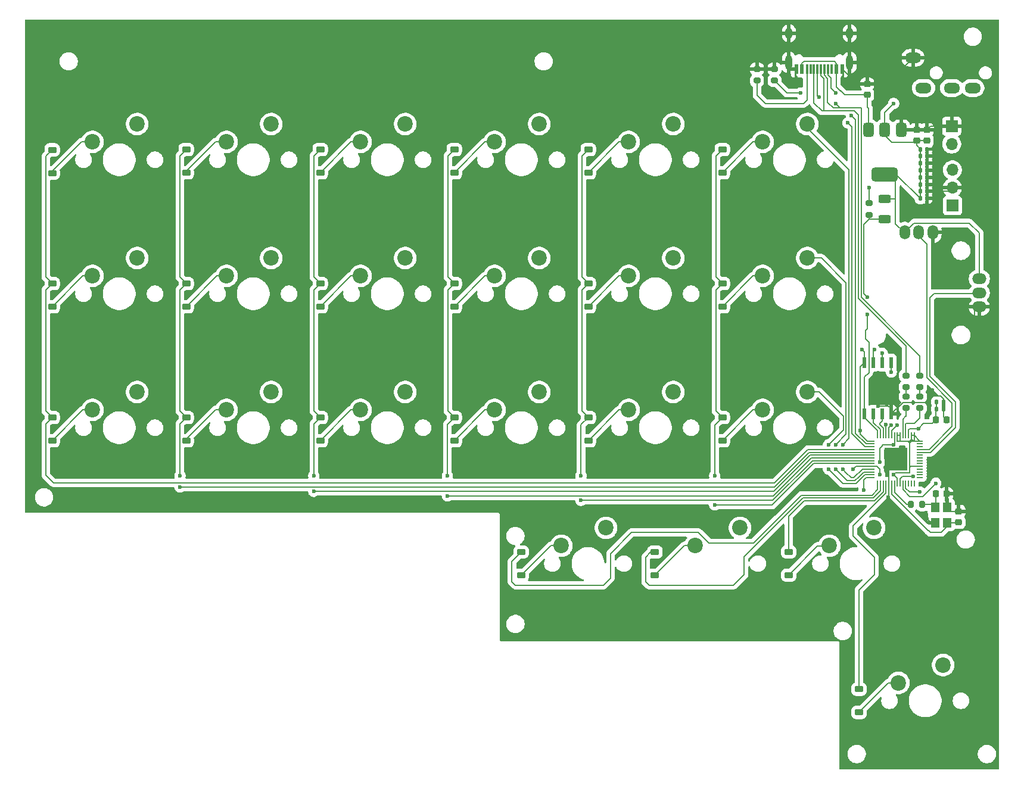
<source format=gbr>
%TF.GenerationSoftware,KiCad,Pcbnew,9.0.0*%
%TF.CreationDate,2025-03-25T03:22:16+09:00*%
%TF.ProjectId,keyboard,6b657962-6f61-4726-942e-6b696361645f,rev?*%
%TF.SameCoordinates,Original*%
%TF.FileFunction,Copper,L1,Top*%
%TF.FilePolarity,Positive*%
%FSLAX46Y46*%
G04 Gerber Fmt 4.6, Leading zero omitted, Abs format (unit mm)*
G04 Created by KiCad (PCBNEW 9.0.0) date 2025-03-25 03:22:16*
%MOMM*%
%LPD*%
G01*
G04 APERTURE LIST*
G04 Aperture macros list*
%AMRoundRect*
0 Rectangle with rounded corners*
0 $1 Rounding radius*
0 $2 $3 $4 $5 $6 $7 $8 $9 X,Y pos of 4 corners*
0 Add a 4 corners polygon primitive as box body*
4,1,4,$2,$3,$4,$5,$6,$7,$8,$9,$2,$3,0*
0 Add four circle primitives for the rounded corners*
1,1,$1+$1,$2,$3*
1,1,$1+$1,$4,$5*
1,1,$1+$1,$6,$7*
1,1,$1+$1,$8,$9*
0 Add four rect primitives between the rounded corners*
20,1,$1+$1,$2,$3,$4,$5,0*
20,1,$1+$1,$4,$5,$6,$7,0*
20,1,$1+$1,$6,$7,$8,$9,0*
20,1,$1+$1,$8,$9,$2,$3,0*%
G04 Aperture macros list end*
%TA.AperFunction,SMDPad,CuDef*%
%ADD10RoundRect,0.225000X-0.250000X0.225000X-0.250000X-0.225000X0.250000X-0.225000X0.250000X0.225000X0*%
%TD*%
%TA.AperFunction,SMDPad,CuDef*%
%ADD11RoundRect,0.225000X0.375000X-0.225000X0.375000X0.225000X-0.375000X0.225000X-0.375000X-0.225000X0*%
%TD*%
%TA.AperFunction,ComponentPad*%
%ADD12C,2.200000*%
%TD*%
%TA.AperFunction,SMDPad,CuDef*%
%ADD13RoundRect,0.250000X0.625000X-0.312500X0.625000X0.312500X-0.625000X0.312500X-0.625000X-0.312500X0*%
%TD*%
%TA.AperFunction,SMDPad,CuDef*%
%ADD14RoundRect,0.140000X-0.140000X-0.170000X0.140000X-0.170000X0.140000X0.170000X-0.140000X0.170000X0*%
%TD*%
%TA.AperFunction,ComponentPad*%
%ADD15O,1.500000X2.000000*%
%TD*%
%TA.AperFunction,ComponentPad*%
%ADD16O,2.000000X1.500000*%
%TD*%
%TA.AperFunction,SMDPad,CuDef*%
%ADD17RoundRect,0.375000X-0.375000X0.625000X-0.375000X-0.625000X0.375000X-0.625000X0.375000X0.625000X0*%
%TD*%
%TA.AperFunction,SMDPad,CuDef*%
%ADD18RoundRect,0.500000X-1.400000X0.500000X-1.400000X-0.500000X1.400000X-0.500000X1.400000X0.500000X0*%
%TD*%
%TA.AperFunction,SMDPad,CuDef*%
%ADD19RoundRect,0.200000X0.275000X-0.200000X0.275000X0.200000X-0.275000X0.200000X-0.275000X-0.200000X0*%
%TD*%
%TA.AperFunction,SMDPad,CuDef*%
%ADD20RoundRect,0.200000X-0.275000X0.200000X-0.275000X-0.200000X0.275000X-0.200000X0.275000X0.200000X0*%
%TD*%
%TA.AperFunction,SMDPad,CuDef*%
%ADD21R,0.533400X1.524000*%
%TD*%
%TA.AperFunction,SMDPad,CuDef*%
%ADD22RoundRect,0.225000X0.250000X-0.225000X0.250000X0.225000X-0.250000X0.225000X-0.250000X-0.225000X0*%
%TD*%
%TA.AperFunction,SMDPad,CuDef*%
%ADD23RoundRect,0.200000X0.200000X0.275000X-0.200000X0.275000X-0.200000X-0.275000X0.200000X-0.275000X0*%
%TD*%
%TA.AperFunction,SMDPad,CuDef*%
%ADD24R,0.600000X1.450000*%
%TD*%
%TA.AperFunction,SMDPad,CuDef*%
%ADD25R,0.300000X1.450000*%
%TD*%
%TA.AperFunction,HeatsinkPad*%
%ADD26O,1.000000X2.100000*%
%TD*%
%TA.AperFunction,HeatsinkPad*%
%ADD27O,1.000000X1.600000*%
%TD*%
%TA.AperFunction,SMDPad,CuDef*%
%ADD28RoundRect,0.050000X-0.387500X-0.050000X0.387500X-0.050000X0.387500X0.050000X-0.387500X0.050000X0*%
%TD*%
%TA.AperFunction,SMDPad,CuDef*%
%ADD29RoundRect,0.050000X-0.050000X-0.387500X0.050000X-0.387500X0.050000X0.387500X-0.050000X0.387500X0*%
%TD*%
%TA.AperFunction,HeatsinkPad*%
%ADD30R,3.200000X3.200000*%
%TD*%
%TA.AperFunction,ComponentPad*%
%ADD31R,1.700000X1.700000*%
%TD*%
%TA.AperFunction,ComponentPad*%
%ADD32O,1.700000X1.700000*%
%TD*%
%TA.AperFunction,ComponentPad*%
%ADD33O,2.300000X1.500000*%
%TD*%
%TA.AperFunction,SMDPad,CuDef*%
%ADD34RoundRect,0.225000X-0.225000X-0.250000X0.225000X-0.250000X0.225000X0.250000X-0.225000X0.250000X0*%
%TD*%
%TA.AperFunction,SMDPad,CuDef*%
%ADD35RoundRect,0.225000X0.225000X0.250000X-0.225000X0.250000X-0.225000X-0.250000X0.225000X-0.250000X0*%
%TD*%
%TA.AperFunction,SMDPad,CuDef*%
%ADD36R,1.200000X1.400000*%
%TD*%
%TA.AperFunction,ViaPad*%
%ADD37C,0.600000*%
%TD*%
%TA.AperFunction,Conductor*%
%ADD38C,0.200000*%
%TD*%
G04 APERTURE END LIST*
D10*
%TO.P,C15,1*%
%TO.N,GND*%
X205500000Y-114500000D03*
%TO.P,C15,2*%
%TO.N,XIN*%
X205500000Y-116050000D03*
%TD*%
D11*
%TO.P,D12,1,K*%
%TO.N,Net-(D12-K)*%
X171901000Y-85399000D03*
%TO.P,D12,2,A*%
%TO.N,col6*%
X171901000Y-82099000D03*
%TD*%
%TO.P,D9,1,K*%
%TO.N,Net-(D9-K)*%
X114751000Y-85399000D03*
%TO.P,D9,2,A*%
%TO.N,col3*%
X114751000Y-82099000D03*
%TD*%
D12*
%TO.P,SW12,1,A*%
%TO.N,row2*%
X183971000Y-78474000D03*
%TO.P,SW12,2,B*%
%TO.N,Net-(D12-K)*%
X177621000Y-81014000D03*
%TD*%
D13*
%TO.P,R5,1*%
%TO.N,QSPI_SS*%
X195000000Y-72962500D03*
%TO.P,R5,2*%
%TO.N,+3.3V*%
X195000000Y-70037500D03*
%TD*%
D11*
%TO.P,D6,1,K*%
%TO.N,Net-(D6-K)*%
X171901000Y-66349000D03*
%TO.P,D6,2,A*%
%TO.N,col6*%
X171901000Y-63049000D03*
%TD*%
D12*
%TO.P,SW14,1,A*%
%TO.N,row3*%
X107771000Y-97524000D03*
%TO.P,SW14,2,B*%
%TO.N,Net-(D14-K)*%
X101421000Y-100064000D03*
%TD*%
D11*
%TO.P,D20,1,K*%
%TO.N,Net-(D20-K)*%
X162321000Y-123574000D03*
%TO.P,D20,2,A*%
%TO.N,colX2*%
X162321000Y-120274000D03*
%TD*%
%TO.P,D3,1,K*%
%TO.N,Net-(D3-K)*%
X114751000Y-66349000D03*
%TO.P,D3,2,A*%
%TO.N,col3*%
X114751000Y-63049000D03*
%TD*%
D14*
%TO.P,C11,1*%
%TO.N,+1V1*%
X202356515Y-99934649D03*
%TO.P,C11,2*%
%TO.N,GND*%
X203316515Y-99934649D03*
%TD*%
D15*
%TO.P,J5,1,Pin_1*%
%TO.N,GND*%
X201821000Y-74824000D03*
D16*
X208421000Y-85424000D03*
D15*
%TO.P,J5,2,Pin_2*%
%TO.N,GPIO27*%
X199821000Y-74824000D03*
%TO.P,J5,3,Pin_3*%
%TO.N,+3.3V*%
X197821000Y-74824000D03*
D16*
X208421000Y-81424000D03*
%TO.P,J5,4,Pin_4*%
%TO.N,GPIO26*%
X208421000Y-83424000D03*
%TD*%
D12*
%TO.P,SW18,1,A*%
%TO.N,row3*%
X183971000Y-97524000D03*
%TO.P,SW18,2,B*%
%TO.N,Net-(D18-K)*%
X177621000Y-100064000D03*
%TD*%
D11*
%TO.P,D13,1,K*%
%TO.N,Net-(D13-K)*%
X76651000Y-104449000D03*
%TO.P,D13,2,A*%
%TO.N,col1*%
X76651000Y-101149000D03*
%TD*%
D17*
%TO.P,U2,1,GND*%
%TO.N,GND*%
X197300000Y-60274000D03*
%TO.P,U2,2,VO*%
%TO.N,+3.3V*%
X195000000Y-60274000D03*
D18*
X195000000Y-66574000D03*
D17*
%TO.P,U2,3,VI*%
%TO.N,VBUS*%
X192700000Y-60274000D03*
%TD*%
D19*
%TO.P,R9,1*%
%TO.N,USB_DM*%
X200000000Y-99825000D03*
%TO.P,R9,2*%
%TO.N,Net-(R3-Pad1)*%
X200000000Y-98175000D03*
%TD*%
D20*
%TO.P,R2,1*%
%TO.N,GND*%
X176821000Y-51599000D03*
%TO.P,R2,2*%
%TO.N,Net-(J1-CC2)*%
X176821000Y-53249000D03*
%TD*%
D11*
%TO.P,D1,1,K*%
%TO.N,Net-(D1-K)*%
X76651000Y-66394000D03*
%TO.P,D1,2,A*%
%TO.N,col1*%
X76651000Y-63094000D03*
%TD*%
D21*
%TO.P,U3,1,~{CS}*%
%TO.N,QSPI_SS*%
X192095000Y-100644900D03*
%TO.P,U3,2,DO(IO1)*%
%TO.N,QSPI_SD1*%
X193365000Y-100644900D03*
%TO.P,U3,3,IO2*%
%TO.N,QSPI_SD2*%
X194635000Y-100644900D03*
%TO.P,U3,4,GND*%
%TO.N,GND*%
X195905000Y-100644900D03*
%TO.P,U3,5,DI(IO0)*%
%TO.N,QSPI_SD0*%
X195905000Y-93355100D03*
%TO.P,U3,6,CLK*%
%TO.N,QSPI_SCLK*%
X194635000Y-93355100D03*
%TO.P,U3,7,IO3*%
%TO.N,QSPI_SD3*%
X193365000Y-93355100D03*
%TO.P,U3,8,VCC*%
%TO.N,+3.3V*%
X192095000Y-93355100D03*
%TD*%
D12*
%TO.P,SW17,1,A*%
%TO.N,row3*%
X164921000Y-97524000D03*
%TO.P,SW17,2,B*%
%TO.N,Net-(D17-K)*%
X158571000Y-100064000D03*
%TD*%
D22*
%TO.P,C10,1*%
%TO.N,+3.3V*%
X201000000Y-61775000D03*
%TO.P,C10,2*%
%TO.N,GND*%
X201000000Y-60225000D03*
%TD*%
D23*
%TO.P,R7,1*%
%TO.N,Net-(C16-Pad2)*%
X200325000Y-113500000D03*
%TO.P,R7,2*%
%TO.N,XOUT*%
X198675000Y-113500000D03*
%TD*%
D11*
%TO.P,D21,1,K*%
%TO.N,Net-(D21-K)*%
X181321000Y-123574000D03*
%TO.P,D21,2,A*%
%TO.N,colX3*%
X181321000Y-120274000D03*
%TD*%
D12*
%TO.P,SW20,1,A*%
%TO.N,rowX*%
X174411000Y-116844000D03*
%TO.P,SW20,2,B*%
%TO.N,Net-(D20-K)*%
X168061000Y-119384000D03*
%TD*%
%TO.P,SW1,1,A*%
%TO.N,row1*%
X88721000Y-59424000D03*
%TO.P,SW1,2,B*%
%TO.N,Net-(D1-K)*%
X82371000Y-61964000D03*
%TD*%
D14*
%TO.P,C4,1*%
%TO.N,+3.3V*%
X200020000Y-67000000D03*
%TO.P,C4,2*%
%TO.N,GND*%
X200980000Y-67000000D03*
%TD*%
D24*
%TO.P,J1,A1,GND*%
%TO.N,GND*%
X188930000Y-51595000D03*
%TO.P,J1,A4,VBUS*%
%TO.N,VBUS*%
X188130000Y-51595000D03*
D25*
%TO.P,J1,A5,CC1*%
%TO.N,Net-(J1-CC1)*%
X186930000Y-51595000D03*
%TO.P,J1,A6,D+*%
%TO.N,Net-(J1-D+-PadA6)*%
X185930000Y-51595000D03*
%TO.P,J1,A7,D-*%
%TO.N,Net-(J1-D--PadA7)*%
X185430000Y-51595000D03*
%TO.P,J1,A8,SBU1*%
%TO.N,unconnected-(J1-SBU1-PadA8)*%
X184430000Y-51595000D03*
D24*
%TO.P,J1,A9,VBUS*%
%TO.N,VBUS*%
X183230000Y-51595000D03*
%TO.P,J1,A12,GND*%
%TO.N,GND*%
X182430000Y-51595000D03*
%TO.P,J1,B1,GND*%
X182430000Y-51595000D03*
%TO.P,J1,B4,VBUS*%
%TO.N,VBUS*%
X183230000Y-51595000D03*
D25*
%TO.P,J1,B5,CC2*%
%TO.N,Net-(J1-CC2)*%
X183930000Y-51595000D03*
%TO.P,J1,B6,D+*%
%TO.N,Net-(J1-D+-PadA6)*%
X184930000Y-51595000D03*
%TO.P,J1,B7,D-*%
%TO.N,Net-(J1-D--PadA7)*%
X186430000Y-51595000D03*
%TO.P,J1,B8,SBU2*%
%TO.N,unconnected-(J1-SBU2-PadB8)*%
X187430000Y-51595000D03*
D24*
%TO.P,J1,B9,VBUS*%
%TO.N,VBUS*%
X188130000Y-51595000D03*
%TO.P,J1,B12,GND*%
%TO.N,GND*%
X188930000Y-51595000D03*
D26*
%TO.P,J1,S1,SHIELD*%
X190000000Y-50680000D03*
D27*
X190000000Y-46500000D03*
D26*
X181360000Y-50680000D03*
D27*
X181360000Y-46500000D03*
%TD*%
D14*
%TO.P,C14,1*%
%TO.N,+3.3V*%
X200020000Y-66000000D03*
%TO.P,C14,2*%
%TO.N,GND*%
X200980000Y-66000000D03*
%TD*%
D12*
%TO.P,SW11,1,A*%
%TO.N,row2*%
X164921000Y-78474000D03*
%TO.P,SW11,2,B*%
%TO.N,Net-(D11-K)*%
X158571000Y-81014000D03*
%TD*%
D11*
%TO.P,D17,1,K*%
%TO.N,Net-(D17-K)*%
X152851000Y-104449000D03*
%TO.P,D17,2,A*%
%TO.N,col5*%
X152851000Y-101149000D03*
%TD*%
%TO.P,D5,1,K*%
%TO.N,Net-(D5-K)*%
X152851000Y-66349000D03*
%TO.P,D5,2,A*%
%TO.N,col5*%
X152851000Y-63049000D03*
%TD*%
%TO.P,D19,1,K*%
%TO.N,Net-(D19-K)*%
X143321000Y-123574000D03*
%TO.P,D19,2,A*%
%TO.N,colX1*%
X143321000Y-120274000D03*
%TD*%
D20*
%TO.P,R1,1*%
%TO.N,GND*%
X179321000Y-51599000D03*
%TO.P,R1,2*%
%TO.N,Net-(J1-CC1)*%
X179321000Y-53249000D03*
%TD*%
D12*
%TO.P,SW9,1,A*%
%TO.N,row2*%
X126821000Y-78474000D03*
%TO.P,SW9,2,B*%
%TO.N,Net-(D9-K)*%
X120471000Y-81014000D03*
%TD*%
%TO.P,SW10,1,A*%
%TO.N,row2*%
X145871000Y-78474000D03*
%TO.P,SW10,2,B*%
%TO.N,Net-(D10-K)*%
X139521000Y-81014000D03*
%TD*%
D19*
%TO.P,R8,1*%
%TO.N,USB_DP*%
X198000000Y-99825000D03*
%TO.P,R8,2*%
%TO.N,Net-(R4-Pad1)*%
X198000000Y-98175000D03*
%TD*%
D11*
%TO.P,D11,1,K*%
%TO.N,Net-(D11-K)*%
X152851000Y-85399000D03*
%TO.P,D11,2,A*%
%TO.N,col5*%
X152851000Y-82099000D03*
%TD*%
D12*
%TO.P,SW15,1,A*%
%TO.N,row3*%
X126821000Y-97524000D03*
%TO.P,SW15,2,B*%
%TO.N,Net-(D15-K)*%
X120471000Y-100064000D03*
%TD*%
D11*
%TO.P,D4,1,K*%
%TO.N,Net-(D4-K)*%
X133801000Y-66349000D03*
%TO.P,D4,2,A*%
%TO.N,col4*%
X133801000Y-63049000D03*
%TD*%
D12*
%TO.P,SW5,1,A*%
%TO.N,row1*%
X164921000Y-59424000D03*
%TO.P,SW5,2,B*%
%TO.N,Net-(D5-K)*%
X158571000Y-61964000D03*
%TD*%
D14*
%TO.P,C6,1*%
%TO.N,+3.3V*%
X200020000Y-69000000D03*
%TO.P,C6,2*%
%TO.N,GND*%
X200980000Y-69000000D03*
%TD*%
D28*
%TO.P,U1,1,IOVDD*%
%TO.N,+3.3V*%
X193125000Y-104500000D03*
%TO.P,U1,2,GPIO0*%
%TO.N,GPIO0*%
X193125000Y-104900000D03*
%TO.P,U1,3,GPIO1*%
%TO.N,GPIO1*%
X193125000Y-105300000D03*
%TO.P,U1,4,GPIO2*%
%TO.N,col1*%
X193125000Y-105700000D03*
%TO.P,U1,5,GPIO3*%
%TO.N,col2*%
X193125000Y-106100000D03*
%TO.P,U1,6,GPIO4*%
%TO.N,col3*%
X193125000Y-106500000D03*
%TO.P,U1,7,GPIO5*%
%TO.N,col4*%
X193125000Y-106900000D03*
%TO.P,U1,8,GPIO6*%
%TO.N,col5*%
X193125000Y-107300000D03*
%TO.P,U1,9,GPIO7*%
%TO.N,col6*%
X193125000Y-107700000D03*
%TO.P,U1,10,IOVDD*%
%TO.N,+3.3V*%
X193125000Y-108100000D03*
%TO.P,U1,11,GPIO8*%
%TO.N,row1*%
X193125000Y-108500000D03*
%TO.P,U1,12,GPIO9*%
%TO.N,row2*%
X193125000Y-108900000D03*
%TO.P,U1,13,GPIO10*%
%TO.N,row3*%
X193125000Y-109300000D03*
%TO.P,U1,14,GPIO11*%
%TO.N,rowX*%
X193125000Y-109700000D03*
D29*
%TO.P,U1,15,GPIO12*%
%TO.N,colX1*%
X193962500Y-110537500D03*
%TO.P,U1,16,GPIO13*%
%TO.N,colX2*%
X194362500Y-110537500D03*
%TO.P,U1,17,GPIO14*%
%TO.N,colX3*%
X194762500Y-110537500D03*
%TO.P,U1,18,GPIO15*%
%TO.N,colX4*%
X195162500Y-110537500D03*
%TO.P,U1,19,TESTEN*%
%TO.N,GND*%
X195562500Y-110537500D03*
%TO.P,U1,20,XIN*%
%TO.N,XIN*%
X195962500Y-110537500D03*
%TO.P,U1,21,XOUT*%
%TO.N,XOUT*%
X196362500Y-110537500D03*
%TO.P,U1,22,IOVDD*%
%TO.N,+3.3V*%
X196762500Y-110537500D03*
%TO.P,U1,23,DVDD*%
%TO.N,+1V1*%
X197162500Y-110537500D03*
%TO.P,U1,24,SWCLK*%
%TO.N,Net-(J2-Pin_3)*%
X197562500Y-110537500D03*
%TO.P,U1,25,SWD*%
%TO.N,Net-(J2-Pin_1)*%
X197962500Y-110537500D03*
%TO.P,U1,26,RUN*%
%TO.N,unconnected-(U1-RUN-Pad26)*%
X198362500Y-110537500D03*
%TO.P,U1,27,GPIO16*%
%TO.N,GPIO16*%
X198762500Y-110537500D03*
%TO.P,U1,28,GPIO17*%
%TO.N,GPIO17*%
X199162500Y-110537500D03*
D28*
%TO.P,U1,29,GPIO18*%
%TO.N,GPIO18*%
X200000000Y-109700000D03*
%TO.P,U1,30,GPIO19*%
%TO.N,GPIO19*%
X200000000Y-109300000D03*
%TO.P,U1,31,GPIO20*%
%TO.N,GPIO20*%
X200000000Y-108900000D03*
%TO.P,U1,32,GPIO21*%
%TO.N,GPIO21*%
X200000000Y-108500000D03*
%TO.P,U1,33,IOVDD*%
%TO.N,+3.3V*%
X200000000Y-108100000D03*
%TO.P,U1,34,GPIO22*%
%TO.N,GPIO22*%
X200000000Y-107700000D03*
%TO.P,U1,35,GPIO23*%
%TO.N,GPIO23*%
X200000000Y-107300000D03*
%TO.P,U1,36,GPIO24*%
%TO.N,GPIO24*%
X200000000Y-106900000D03*
%TO.P,U1,37,GPIO25*%
%TO.N,GPIO25*%
X200000000Y-106500000D03*
%TO.P,U1,38,GPIO26_ADC0*%
%TO.N,GPIO26*%
X200000000Y-106100000D03*
%TO.P,U1,39,GPIO27_ADC1*%
%TO.N,GPIO27*%
X200000000Y-105700000D03*
%TO.P,U1,40,GPIO28_ADC2*%
%TO.N,GPIO28*%
X200000000Y-105300000D03*
%TO.P,U1,41,GPIO29_ADC3*%
%TO.N,GPIO29*%
X200000000Y-104900000D03*
%TO.P,U1,42,IOVDD*%
%TO.N,+3.3V*%
X200000000Y-104500000D03*
D29*
%TO.P,U1,43,ADC_AVDD*%
X199162500Y-103662500D03*
%TO.P,U1,44,VREG_IN*%
X198762500Y-103662500D03*
%TO.P,U1,45,VREG_VOUT*%
%TO.N,+1V1*%
X198362500Y-103662500D03*
%TO.P,U1,46,USB_DM*%
%TO.N,USB_DM*%
X197962500Y-103662500D03*
%TO.P,U1,47,USB_DP*%
%TO.N,USB_DP*%
X197562500Y-103662500D03*
%TO.P,U1,48,USB_VDD*%
%TO.N,+3.3V*%
X197162500Y-103662500D03*
%TO.P,U1,49,IOVDD*%
X196762500Y-103662500D03*
%TO.P,U1,50,DVDD*%
%TO.N,+1V1*%
X196362500Y-103662500D03*
%TO.P,U1,51,QSPI_SD3*%
%TO.N,QSPI_SD3*%
X195962500Y-103662500D03*
%TO.P,U1,52,QSPI_SCLK*%
%TO.N,QSPI_SCLK*%
X195562500Y-103662500D03*
%TO.P,U1,53,QSPI_SD0*%
%TO.N,QSPI_SD0*%
X195162500Y-103662500D03*
%TO.P,U1,54,QSPI_SD2*%
%TO.N,QSPI_SD2*%
X194762500Y-103662500D03*
%TO.P,U1,55,QSPI_SD1*%
%TO.N,QSPI_SD1*%
X194362500Y-103662500D03*
%TO.P,U1,56,QSPI_SS*%
%TO.N,QSPI_SS*%
X193962500Y-103662500D03*
D30*
%TO.P,U1,57,GND*%
%TO.N,GND*%
X196562500Y-107100000D03*
%TD*%
D31*
%TO.P,J3,1,Pin_1*%
%TO.N,GND*%
X204500000Y-59725000D03*
D32*
%TO.P,J3,2,Pin_2*%
%TO.N,/USB_BOOT*%
X204500000Y-62265000D03*
%TD*%
D19*
%TO.P,R3,1*%
%TO.N,Net-(R3-Pad1)*%
X200000000Y-96825000D03*
%TO.P,R3,2*%
%TO.N,Net-(J1-D--PadA7)*%
X200000000Y-95175000D03*
%TD*%
D11*
%TO.P,D7,1,K*%
%TO.N,Net-(D7-K)*%
X76651000Y-85399000D03*
%TO.P,D7,2,A*%
%TO.N,col1*%
X76651000Y-82099000D03*
%TD*%
D12*
%TO.P,SW13,1,A*%
%TO.N,row3*%
X88721000Y-97524000D03*
%TO.P,SW13,2,B*%
%TO.N,Net-(D13-K)*%
X82371000Y-100064000D03*
%TD*%
D11*
%TO.P,D18,1,K*%
%TO.N,Net-(D18-K)*%
X171901000Y-104449000D03*
%TO.P,D18,2,A*%
%TO.N,col6*%
X171901000Y-101149000D03*
%TD*%
%TO.P,D15,1,K*%
%TO.N,Net-(D15-K)*%
X114751000Y-104449000D03*
%TO.P,D15,2,A*%
%TO.N,col3*%
X114751000Y-101149000D03*
%TD*%
D12*
%TO.P,SW2,1,A*%
%TO.N,row1*%
X107771000Y-59424000D03*
%TO.P,SW2,2,B*%
%TO.N,Net-(D2-K)*%
X101421000Y-61964000D03*
%TD*%
D33*
%TO.P,J4,R1*%
%TO.N,GPIO0*%
X204500000Y-54300000D03*
%TO.P,J4,R2*%
%TO.N,GPIO1*%
X207500000Y-54300000D03*
%TO.P,J4,S*%
%TO.N,GND*%
X199000000Y-50000000D03*
%TO.P,J4,T*%
%TO.N,+3.3V*%
X200500000Y-54300000D03*
%TD*%
D14*
%TO.P,C12,1*%
%TO.N,+1V1*%
X202356515Y-98934649D03*
%TO.P,C12,2*%
%TO.N,GND*%
X203316515Y-98934649D03*
%TD*%
D11*
%TO.P,D8,1,K*%
%TO.N,Net-(D8-K)*%
X95701000Y-85399000D03*
%TO.P,D8,2,A*%
%TO.N,col2*%
X95701000Y-82099000D03*
%TD*%
%TO.P,D2,1,K*%
%TO.N,Net-(D2-K)*%
X95701000Y-66349000D03*
%TO.P,D2,2,A*%
%TO.N,col2*%
X95701000Y-63049000D03*
%TD*%
D12*
%TO.P,SW3,1,A*%
%TO.N,row1*%
X126821000Y-59424000D03*
%TO.P,SW3,2,B*%
%TO.N,Net-(D3-K)*%
X120471000Y-61964000D03*
%TD*%
D22*
%TO.P,C2,1*%
%TO.N,+3.3V*%
X199500000Y-61775000D03*
%TO.P,C2,2*%
%TO.N,GND*%
X199500000Y-60225000D03*
%TD*%
D14*
%TO.P,C9,1*%
%TO.N,+3.3V*%
X200020000Y-64000000D03*
%TO.P,C9,2*%
%TO.N,GND*%
X200980000Y-64000000D03*
%TD*%
D12*
%TO.P,SW4,1,A*%
%TO.N,row1*%
X145871000Y-59424000D03*
%TO.P,SW4,2,B*%
%TO.N,Net-(D4-K)*%
X139521000Y-61964000D03*
%TD*%
%TO.P,SW6,1,A*%
%TO.N,row1*%
X183971000Y-59424000D03*
%TO.P,SW6,2,B*%
%TO.N,Net-(D6-K)*%
X177621000Y-61964000D03*
%TD*%
%TO.P,SW8,1,A*%
%TO.N,row2*%
X107771000Y-78474000D03*
%TO.P,SW8,2,B*%
%TO.N,Net-(D8-K)*%
X101421000Y-81014000D03*
%TD*%
D34*
%TO.P,C13,1*%
%TO.N,+1V1*%
X202260515Y-101510649D03*
%TO.P,C13,2*%
%TO.N,GND*%
X203810515Y-101510649D03*
%TD*%
D14*
%TO.P,C8,1*%
%TO.N,+3.3V*%
X200020000Y-68000000D03*
%TO.P,C8,2*%
%TO.N,GND*%
X200980000Y-68000000D03*
%TD*%
D11*
%TO.P,D22,1,K*%
%TO.N,Net-(D22-K)*%
X191321000Y-143074000D03*
%TO.P,D22,2,A*%
%TO.N,colX4*%
X191321000Y-139774000D03*
%TD*%
D14*
%TO.P,C3,1*%
%TO.N,+3.3V*%
X200020000Y-63000000D03*
%TO.P,C3,2*%
%TO.N,GND*%
X200980000Y-63000000D03*
%TD*%
D22*
%TO.P,C1,1*%
%TO.N,VBUS*%
X192500000Y-55275000D03*
%TO.P,C1,2*%
%TO.N,GND*%
X192500000Y-53725000D03*
%TD*%
D12*
%TO.P,SW22,1,A*%
%TO.N,rowX*%
X203281000Y-136344000D03*
%TO.P,SW22,2,B*%
%TO.N,Net-(D22-K)*%
X196931000Y-138884000D03*
%TD*%
D35*
%TO.P,C16,1*%
%TO.N,GND*%
X203775000Y-112000000D03*
%TO.P,C16,2*%
%TO.N,Net-(C16-Pad2)*%
X202225000Y-112000000D03*
%TD*%
D11*
%TO.P,D16,1,K*%
%TO.N,Net-(D16-K)*%
X133801000Y-104449000D03*
%TO.P,D16,2,A*%
%TO.N,col4*%
X133801000Y-101149000D03*
%TD*%
D19*
%TO.P,R4,1*%
%TO.N,Net-(R4-Pad1)*%
X198000000Y-96825000D03*
%TO.P,R4,2*%
%TO.N,Net-(J1-D+-PadA6)*%
X198000000Y-95175000D03*
%TD*%
D11*
%TO.P,D10,1,K*%
%TO.N,Net-(D10-K)*%
X133801000Y-85399000D03*
%TO.P,D10,2,A*%
%TO.N,col4*%
X133801000Y-82099000D03*
%TD*%
D19*
%TO.P,R6,1*%
%TO.N,QSPI_SS*%
X192750000Y-72325000D03*
%TO.P,R6,2*%
%TO.N,/USB_BOOT*%
X192750000Y-70675000D03*
%TD*%
D31*
%TO.P,J2,1,Pin_1*%
%TO.N,Net-(J2-Pin_1)*%
X204600000Y-71025000D03*
D32*
%TO.P,J2,2,Pin_2*%
%TO.N,GND*%
X204600000Y-68485000D03*
%TO.P,J2,3,Pin_3*%
%TO.N,Net-(J2-Pin_3)*%
X204600000Y-65945000D03*
%TD*%
D11*
%TO.P,D14,1,K*%
%TO.N,Net-(D14-K)*%
X95701000Y-104449000D03*
%TO.P,D14,2,A*%
%TO.N,col2*%
X95701000Y-101149000D03*
%TD*%
D14*
%TO.P,C5,1*%
%TO.N,+3.3V*%
X200020000Y-70000000D03*
%TO.P,C5,2*%
%TO.N,GND*%
X200980000Y-70000000D03*
%TD*%
D36*
%TO.P,Y1,1,1*%
%TO.N,XIN*%
X203850000Y-116100000D03*
%TO.P,Y1,2,2*%
%TO.N,GND*%
X203850000Y-113900000D03*
%TO.P,Y1,3,3*%
%TO.N,Net-(C16-Pad2)*%
X202150000Y-113900000D03*
%TO.P,Y1,4,4*%
%TO.N,GND*%
X202150000Y-116100000D03*
%TD*%
D12*
%TO.P,SW19,1,A*%
%TO.N,rowX*%
X155361000Y-116844000D03*
%TO.P,SW19,2,B*%
%TO.N,Net-(D19-K)*%
X149011000Y-119384000D03*
%TD*%
%TO.P,SW7,1,A*%
%TO.N,row2*%
X88721000Y-78474000D03*
%TO.P,SW7,2,B*%
%TO.N,Net-(D7-K)*%
X82371000Y-81014000D03*
%TD*%
%TO.P,SW16,1,A*%
%TO.N,row3*%
X145871000Y-97524000D03*
%TO.P,SW16,2,B*%
%TO.N,Net-(D16-K)*%
X139521000Y-100064000D03*
%TD*%
%TO.P,SW21,1,A*%
%TO.N,rowX*%
X193461000Y-116844000D03*
%TO.P,SW21,2,B*%
%TO.N,Net-(D21-K)*%
X187111000Y-119384000D03*
%TD*%
D14*
%TO.P,C7,1*%
%TO.N,+3.3V*%
X200020000Y-65000000D03*
%TO.P,C7,2*%
%TO.N,GND*%
X200980000Y-65000000D03*
%TD*%
D37*
%TO.N,GND*%
X196562500Y-107100000D03*
X197250000Y-145000000D03*
X103250000Y-69000000D03*
X129500000Y-107500000D03*
X202000000Y-121500000D03*
X79750000Y-93750000D03*
X140750000Y-107750000D03*
X74000000Y-107000000D03*
X146000000Y-129750000D03*
X140750000Y-70000000D03*
X201000000Y-71250000D03*
X184250000Y-88500000D03*
X177000000Y-127500000D03*
X121500000Y-88250000D03*
X159250000Y-89750000D03*
X194000000Y-99500000D03*
X103750000Y-107750000D03*
X90750000Y-74250000D03*
X164750000Y-52000000D03*
X186500000Y-127250000D03*
X180000000Y-68750000D03*
X92750000Y-50750000D03*
X159000000Y-128500000D03*
X178000000Y-106500000D03*
X201000000Y-115500000D03*
X202500000Y-95250000D03*
X166750000Y-67750000D03*
X165250000Y-106000000D03*
X148500000Y-87250000D03*
X163500000Y-114750000D03*
X73750000Y-76750000D03*
X78250000Y-56750000D03*
X111000000Y-88250000D03*
X206000000Y-82250000D03*
X128500000Y-113000000D03*
X144500000Y-116000000D03*
X201750000Y-97250000D03*
X195500000Y-112500000D03*
X208250000Y-128000000D03*
X92000000Y-112750000D03*
X124500000Y-50000000D03*
X129000000Y-68750000D03*
%TO.N,+3.3V*%
X190500000Y-108500000D03*
X191500000Y-103000000D03*
X196250000Y-109250000D03*
X194250000Y-109250000D03*
X191750000Y-91500000D03*
X196250000Y-56500000D03*
%TO.N,+1V1*%
X196250000Y-105000000D03*
X199750000Y-102750000D03*
X194250000Y-107500000D03*
X199000000Y-109500000D03*
%TO.N,col2*%
X94821000Y-109424000D03*
X94820999Y-111032304D03*
%TO.N,col3*%
X113821000Y-109424000D03*
X113830246Y-111647286D03*
%TO.N,col4*%
X132847630Y-112305532D03*
X132821000Y-109424000D03*
%TO.N,col5*%
X151821000Y-112924000D03*
X151821000Y-109424000D03*
%TO.N,col6*%
X170822257Y-113583781D03*
X170821000Y-109424000D03*
%TO.N,Net-(J1-D--PadA7)*%
X185655886Y-55615785D03*
X188000000Y-56500000D03*
%TO.N,Net-(J1-CC1)*%
X183000000Y-55000000D03*
X188000000Y-55000000D03*
%TO.N,Net-(J2-Pin_1)*%
X200000000Y-111750000D03*
%TO.N,/USB_BOOT*%
X192750000Y-68500000D03*
%TO.N,QSPI_SS*%
X192500000Y-86500000D03*
X192500000Y-84000000D03*
%TO.N,row1*%
X189000000Y-108500000D03*
X189000000Y-105000000D03*
%TO.N,row2*%
X188000000Y-105000000D03*
X188000000Y-108500000D03*
%TO.N,row3*%
X187000000Y-105000000D03*
X187000000Y-108500000D03*
%TO.N,QSPI_SD0*%
X195125621Y-102134606D03*
X195910094Y-94665633D03*
%TO.N,QSPI_SD3*%
X193500000Y-91500000D03*
X196750000Y-102250000D03*
%TO.N,Net-(J2-Pin_3)*%
X202250000Y-110500000D03*
%TO.N,GPIO1*%
X189750000Y-59250000D03*
%TO.N,QSPI_SCLK*%
X194636814Y-92025029D03*
X195921530Y-102212556D03*
%TO.N,GPIO0*%
X190250000Y-58250000D03*
%TO.N,rowX*%
X192000000Y-111500000D03*
%TD*%
D38*
%TO.N,XIN*%
X195962500Y-110537500D02*
X195962500Y-112028382D01*
X203850000Y-116650000D02*
X203850000Y-116100000D01*
X195962500Y-112028382D02*
X201184118Y-117250000D01*
X201184118Y-117250000D02*
X201250000Y-117250000D01*
X201250000Y-117250000D02*
X201500000Y-117500000D01*
X201500000Y-117500000D02*
X203000000Y-117500000D01*
X203000000Y-117500000D02*
X203850000Y-116650000D01*
%TO.N,VBUS*%
X188130000Y-50813073D02*
X188130000Y-51595000D01*
X192700000Y-57200000D02*
X192700000Y-60274000D01*
X192500000Y-57000000D02*
X192500000Y-55275000D01*
X189000000Y-55000000D02*
X188560000Y-54560000D01*
X187816927Y-50500000D02*
X188130000Y-50813073D01*
X188130000Y-54130000D02*
X189000000Y-55000000D01*
X192700000Y-57200000D02*
X192500000Y-57000000D01*
X192500000Y-55275000D02*
X189275000Y-55275000D01*
X183507731Y-50500000D02*
X187816927Y-50500000D01*
X183230000Y-50777731D02*
X183507731Y-50500000D01*
X189275000Y-55275000D02*
X189000000Y-55000000D01*
X183230000Y-51595000D02*
X183230000Y-50777731D01*
X188130000Y-51595000D02*
X188130000Y-54130000D01*
%TO.N,GND*%
X197549900Y-99000000D02*
X201000000Y-99000000D01*
X205500000Y-114500000D02*
X204450000Y-114500000D01*
X200980000Y-70000000D02*
X200980000Y-63000000D01*
X201871205Y-98112287D02*
X201500000Y-98483492D01*
X201500000Y-63000000D02*
X202000000Y-62500000D01*
X195905000Y-100644900D02*
X195905000Y-99905000D01*
X204450000Y-114500000D02*
X203850000Y-113900000D01*
X197300000Y-53360000D02*
X196470000Y-52530000D01*
X201821000Y-74824000D02*
X201500000Y-75145000D01*
X195562500Y-110537500D02*
X195562500Y-108100000D01*
X203316515Y-98478413D02*
X202950389Y-98112287D01*
X203316515Y-99934649D02*
X203316515Y-98934649D01*
X198424000Y-50000000D02*
X199000000Y-50000000D01*
X201000000Y-60225000D02*
X201725000Y-60225000D01*
X203316515Y-101016649D02*
X203810515Y-101510649D01*
X197300000Y-60274000D02*
X197300000Y-53360000D01*
X190430000Y-52530000D02*
X196470000Y-52530000D01*
X197300000Y-60274000D02*
X200951000Y-60274000D01*
X188930000Y-51595000D02*
X189865000Y-52530000D01*
X204100000Y-112325000D02*
X203775000Y-112000000D01*
X192500000Y-53725000D02*
X191625000Y-53725000D01*
X195562500Y-110537500D02*
X195562500Y-111500000D01*
X203775000Y-113825000D02*
X203850000Y-113900000D01*
X200951000Y-60274000D02*
X201000000Y-60225000D01*
X201000000Y-98991380D02*
X201503944Y-98487436D01*
X195562500Y-108100000D02*
X196562500Y-107100000D01*
X195562500Y-111500000D02*
X195562500Y-112437500D01*
X200980000Y-63000000D02*
X201500000Y-63000000D01*
X201750000Y-97991082D02*
X201750000Y-97250000D01*
X195500000Y-99500000D02*
X194000000Y-99500000D01*
X195905000Y-100644900D02*
X197549900Y-99000000D01*
X202150000Y-116100000D02*
X201600000Y-116100000D01*
X204600000Y-68485000D02*
X204085000Y-69000000D01*
X202950389Y-98112287D02*
X201871205Y-98112287D01*
X201600000Y-116100000D02*
X201000000Y-115500000D01*
X200980000Y-71230000D02*
X201000000Y-71250000D01*
X201871205Y-98112287D02*
X201750000Y-97991082D01*
X189865000Y-52530000D02*
X190430000Y-52530000D01*
X195905000Y-99905000D02*
X195500000Y-99500000D01*
X200980000Y-70000000D02*
X200980000Y-71230000D01*
X207750000Y-86095000D02*
X208421000Y-85424000D01*
X203316515Y-98934649D02*
X203316515Y-98478413D01*
X201725000Y-60225000D02*
X202000000Y-60500000D01*
X195562500Y-112437500D02*
X195500000Y-112500000D01*
X191625000Y-53725000D02*
X190430000Y-52530000D01*
X201821000Y-78071000D02*
X206000000Y-82250000D01*
X207750000Y-93750000D02*
X207750000Y-86095000D01*
X203775000Y-112000000D02*
X203775000Y-113825000D01*
X201821000Y-74824000D02*
X201821000Y-78071000D01*
X201000000Y-99000000D02*
X201000000Y-98991380D01*
X196470000Y-52530000D02*
X199000000Y-50000000D01*
X202000000Y-60500000D02*
X202000000Y-62500000D01*
X201000000Y-60225000D02*
X201500000Y-59725000D01*
X201500000Y-59725000D02*
X204500000Y-59725000D01*
X204085000Y-69000000D02*
X200980000Y-69000000D01*
X203316515Y-99934649D02*
X203316515Y-101016649D01*
%TO.N,+3.3V*%
X191500000Y-103500000D02*
X191500000Y-103000000D01*
X207000000Y-73500000D02*
X199145000Y-73500000D01*
X193125000Y-104500000D02*
X192500000Y-104500000D01*
X196762500Y-109762500D02*
X196762500Y-110537500D01*
X193125000Y-108100000D02*
X191627978Y-108100000D01*
X198500000Y-104500000D02*
X198750000Y-104500000D01*
X194000000Y-108250000D02*
X194250000Y-108500000D01*
X193850000Y-108100000D02*
X194000000Y-108250000D01*
X191500000Y-93950100D02*
X192095000Y-93355100D01*
X198500000Y-104750000D02*
X198750000Y-104500000D01*
X197162500Y-103662500D02*
X197162500Y-104412500D01*
X198250000Y-104500000D02*
X198500000Y-104500000D01*
X200000000Y-108100000D02*
X198600000Y-108100000D01*
X192095000Y-91845000D02*
X191750000Y-91500000D01*
X199162500Y-103662500D02*
X199162500Y-104337500D01*
X196000000Y-62000000D02*
X199275000Y-62000000D01*
X198600000Y-108100000D02*
X198500000Y-108000000D01*
X196521000Y-70000000D02*
X196521000Y-73624000D01*
X192500000Y-104500000D02*
X191500000Y-103500000D01*
X196762500Y-103662500D02*
X197162500Y-103662500D01*
X195000000Y-60274000D02*
X195000000Y-61000000D01*
X199145000Y-73500000D02*
X197821000Y-74824000D01*
X195000000Y-61000000D02*
X196000000Y-62000000D01*
X193125000Y-108100000D02*
X193850000Y-108100000D01*
X198750000Y-104500000D02*
X199000000Y-104500000D01*
X198500000Y-109000000D02*
X198500000Y-108250000D01*
X196762500Y-104500000D02*
X197250000Y-104500000D01*
X198750000Y-104250000D02*
X198750000Y-104500000D01*
X196250000Y-109250000D02*
X196500000Y-109000000D01*
X190900000Y-108100000D02*
X190500000Y-108500000D01*
X192095000Y-93355100D02*
X192095000Y-91845000D01*
X199162500Y-104337500D02*
X199162500Y-104412500D01*
X197721000Y-74824000D02*
X197821000Y-74824000D01*
X200000000Y-104500000D02*
X199162500Y-103662500D01*
X196521000Y-73624000D02*
X197721000Y-74824000D01*
X198500000Y-108250000D02*
X198500000Y-108000000D01*
X195000000Y-57750000D02*
X196000000Y-56750000D01*
X198762500Y-104237500D02*
X198750000Y-104250000D01*
X199500000Y-61775000D02*
X201000000Y-61775000D01*
X198762500Y-103662500D02*
X199162500Y-103662500D01*
X199250000Y-104500000D02*
X200000000Y-104500000D01*
X198762500Y-103662500D02*
X198762500Y-104237500D01*
X199162500Y-104337500D02*
X199000000Y-104500000D01*
X208421000Y-74921000D02*
X207000000Y-73500000D01*
X191500000Y-103000000D02*
X191500000Y-93950100D01*
X199275000Y-62000000D02*
X199500000Y-61775000D01*
X196483500Y-70037500D02*
X196521000Y-70000000D01*
X196000000Y-56750000D02*
X196250000Y-56500000D01*
X198650000Y-108100000D02*
X198500000Y-108250000D01*
X195000000Y-70037500D02*
X196483500Y-70037500D01*
X199000000Y-104475000D02*
X199000000Y-104500000D01*
X199000000Y-104500000D02*
X199250000Y-104500000D01*
X198762500Y-104237500D02*
X198500000Y-104500000D01*
X198500000Y-105000000D02*
X198500000Y-104750000D01*
X198500000Y-105000000D02*
X198500000Y-104500000D01*
X196521000Y-66574000D02*
X196521000Y-70000000D01*
X198762500Y-104237500D02*
X199000000Y-104475000D01*
X194250000Y-108500000D02*
X194250000Y-109250000D01*
X197162500Y-104412500D02*
X197250000Y-104500000D01*
X196594000Y-66574000D02*
X200020000Y-70000000D01*
X199500000Y-61775000D02*
X199500000Y-62480000D01*
X200000000Y-108100000D02*
X198650000Y-108100000D01*
X196762500Y-103662500D02*
X196762500Y-104500000D01*
X200020000Y-70000000D02*
X200020000Y-63000000D01*
X199162500Y-104412500D02*
X199250000Y-104500000D01*
X196250000Y-109250000D02*
X196762500Y-109762500D01*
X197250000Y-104500000D02*
X198250000Y-104500000D01*
X191627978Y-108100000D02*
X190900000Y-108100000D01*
X208421000Y-81424000D02*
X208421000Y-74921000D01*
X196500000Y-109000000D02*
X198500000Y-109000000D01*
X195000000Y-66574000D02*
X196594000Y-66574000D01*
X199500000Y-62480000D02*
X200020000Y-63000000D01*
X198500000Y-108000000D02*
X198500000Y-105000000D01*
X198500000Y-104750000D02*
X198250000Y-104500000D01*
X195000000Y-60274000D02*
X195000000Y-57750000D01*
%TO.N,+1V1*%
X201771164Y-102000000D02*
X202260515Y-101510649D01*
X194250000Y-105500000D02*
X194250000Y-107500000D01*
X198362500Y-103662500D02*
X198362500Y-102887500D01*
X202260515Y-101510649D02*
X202260515Y-100030649D01*
X199000000Y-109500000D02*
X197500000Y-109500000D01*
X196362500Y-103662500D02*
X196362500Y-104887500D01*
X202356515Y-98934649D02*
X202356515Y-99934649D01*
X202260515Y-100030649D02*
X202356515Y-99934649D01*
X200500000Y-102000000D02*
X201771164Y-102000000D01*
X196250000Y-105000000D02*
X194750000Y-105000000D01*
X194500000Y-105250000D02*
X194250000Y-105500000D01*
X194750000Y-105000000D02*
X194500000Y-105250000D01*
X196362500Y-104887500D02*
X196250000Y-105000000D01*
X198362500Y-102887500D02*
X198500000Y-102750000D01*
X199750000Y-102750000D02*
X200500000Y-102000000D01*
X198500000Y-102750000D02*
X199750000Y-102750000D01*
X197162500Y-109837500D02*
X197162500Y-110537500D01*
X197500000Y-109500000D02*
X197162500Y-109837500D01*
%TO.N,XIN*%
X205450000Y-116100000D02*
X205500000Y-116050000D01*
X203850000Y-116100000D02*
X205450000Y-116100000D01*
%TO.N,XOUT*%
X196362500Y-111796814D02*
X196362500Y-110537500D01*
X198065686Y-113500000D02*
X196362500Y-111796814D01*
X198725000Y-113500000D02*
X198065686Y-113500000D01*
%TO.N,Net-(D1-K)*%
X80815366Y-61964000D02*
X76651000Y-66128366D01*
X82371000Y-61964000D02*
X80815366Y-61964000D01*
X76651000Y-66128366D02*
X76651000Y-66394000D01*
%TO.N,col1*%
X76651000Y-101149000D02*
X75750000Y-100248000D01*
X184045000Y-105700000D02*
X193125000Y-105700000D01*
X76651000Y-63094000D02*
X75750000Y-63995000D01*
X75750000Y-81198000D02*
X76651000Y-82099000D01*
X179321000Y-110424000D02*
X76821000Y-110424000D01*
X75750000Y-100248000D02*
X75750000Y-83000000D01*
X76821000Y-110424000D02*
X75751000Y-109354000D01*
X179321000Y-110424000D02*
X184045000Y-105700000D01*
X75751000Y-102049000D02*
X76651000Y-101149000D01*
X75750000Y-83000000D02*
X76651000Y-82099000D01*
X75750000Y-63995000D02*
X75750000Y-81198000D01*
X75751000Y-109354000D02*
X75751000Y-102049000D01*
%TO.N,col2*%
X94800000Y-100248000D02*
X95701000Y-101149000D01*
X94800000Y-81198000D02*
X95701000Y-82099000D01*
X94820999Y-111032304D02*
X179278382Y-111032304D01*
X184210686Y-106100000D02*
X193125000Y-106100000D01*
X94801000Y-102049000D02*
X94801000Y-104424000D01*
X94800000Y-63950000D02*
X94800000Y-81198000D01*
X95701000Y-63049000D02*
X94800000Y-63950000D01*
X94801000Y-109404000D02*
X94821000Y-109424000D01*
X94801000Y-104424000D02*
X94801000Y-109404000D01*
X179278382Y-111032304D02*
X184210686Y-106100000D01*
X95701000Y-101149000D02*
X94801000Y-102049000D01*
X95701000Y-82099000D02*
X94800000Y-83000000D01*
X94800000Y-83000000D02*
X94800000Y-100248000D01*
%TO.N,Net-(D2-K)*%
X95701000Y-66128366D02*
X95701000Y-66349000D01*
X101421000Y-61964000D02*
X99865366Y-61964000D01*
X99865366Y-61964000D02*
X95701000Y-66128366D01*
%TO.N,Net-(D3-K)*%
X120471000Y-61964000D02*
X119136000Y-61964000D01*
X119136000Y-61964000D02*
X114751000Y-66349000D01*
%TO.N,col3*%
X184376372Y-106500000D02*
X179229086Y-111647286D01*
X113850000Y-63950000D02*
X114751000Y-63049000D01*
X193125000Y-106500000D02*
X184376372Y-106500000D01*
X114751000Y-101149000D02*
X113821000Y-102079000D01*
X114751000Y-82099000D02*
X113850000Y-81198000D01*
X113821000Y-102079000D02*
X113821000Y-109424000D01*
X179229086Y-111647286D02*
X113830246Y-111647286D01*
X114751000Y-101149000D02*
X113850000Y-100248000D01*
X113850000Y-83000000D02*
X114751000Y-82099000D01*
X113850000Y-100248000D02*
X113850000Y-83000000D01*
X113850000Y-81198000D02*
X113850000Y-63950000D01*
%TO.N,Net-(D4-K)*%
X138186000Y-61964000D02*
X133801000Y-66349000D01*
X139521000Y-61964000D02*
X138186000Y-61964000D01*
%TO.N,col4*%
X184542058Y-106900000D02*
X179136526Y-112305532D01*
X179136526Y-112305532D02*
X132847630Y-112305532D01*
X132900000Y-81198000D02*
X133801000Y-82099000D01*
X132900000Y-83000000D02*
X133801000Y-82099000D01*
X132821000Y-102129000D02*
X132821000Y-109424000D01*
X132900000Y-63950000D02*
X132900000Y-81198000D01*
X133801000Y-101149000D02*
X132900000Y-100248000D01*
X193125000Y-106900000D02*
X184542058Y-106900000D01*
X133801000Y-101149000D02*
X132821000Y-102129000D01*
X132900000Y-100248000D02*
X132900000Y-83000000D01*
X133801000Y-63049000D02*
X132900000Y-63950000D01*
%TO.N,col5*%
X151950000Y-100248000D02*
X152851000Y-101149000D01*
X151821000Y-102179000D02*
X151821000Y-109424000D01*
X184707744Y-107300000D02*
X179083744Y-112924000D01*
X151950000Y-83000000D02*
X151950000Y-100248000D01*
X151821000Y-112924000D02*
X179083744Y-112924000D01*
X152851000Y-82099000D02*
X151950000Y-83000000D01*
X151950000Y-81198000D02*
X151950000Y-63950000D01*
X151950000Y-63950000D02*
X152851000Y-63049000D01*
X193125000Y-107300000D02*
X184707744Y-107300000D01*
X152851000Y-82099000D02*
X151950000Y-81198000D01*
X152851000Y-101149000D02*
X151821000Y-102179000D01*
%TO.N,Net-(D5-K)*%
X157236000Y-61964000D02*
X158571000Y-61964000D01*
X152851000Y-66349000D02*
X157236000Y-61964000D01*
%TO.N,Net-(D6-K)*%
X176286000Y-61964000D02*
X171901000Y-66349000D01*
X177621000Y-61964000D02*
X176286000Y-61964000D01*
%TO.N,Net-(D7-K)*%
X81036000Y-81014000D02*
X82371000Y-81014000D01*
X76651000Y-85399000D02*
X81036000Y-81014000D01*
%TO.N,Net-(D8-K)*%
X95701000Y-85399000D02*
X100086000Y-81014000D01*
X100086000Y-81014000D02*
X101421000Y-81014000D01*
%TO.N,Net-(D9-K)*%
X119136000Y-81014000D02*
X120471000Y-81014000D01*
X114751000Y-85399000D02*
X119136000Y-81014000D01*
%TO.N,Net-(D10-K)*%
X138186000Y-81014000D02*
X139521000Y-81014000D01*
X133801000Y-85399000D02*
X138186000Y-81014000D01*
%TO.N,Net-(D11-K)*%
X157236000Y-81014000D02*
X158571000Y-81014000D01*
X152851000Y-85399000D02*
X157236000Y-81014000D01*
%TO.N,Net-(D12-K)*%
X176286000Y-81014000D02*
X177621000Y-81014000D01*
X171901000Y-85399000D02*
X176286000Y-81014000D01*
%TO.N,Net-(D13-K)*%
X81036000Y-100064000D02*
X82371000Y-100064000D01*
X76651000Y-104449000D02*
X81036000Y-100064000D01*
%TO.N,Net-(D14-K)*%
X101421000Y-100064000D02*
X99865366Y-100064000D01*
X95701000Y-104228366D02*
X95701000Y-104449000D01*
X99865366Y-100064000D02*
X95701000Y-104228366D01*
%TO.N,Net-(D15-K)*%
X114751000Y-104449000D02*
X119136000Y-100064000D01*
X119136000Y-100064000D02*
X120471000Y-100064000D01*
%TO.N,col6*%
X171000000Y-63950000D02*
X171000000Y-81198000D01*
X170821000Y-102229000D02*
X170821000Y-105424000D01*
X170822257Y-113583781D02*
X178989649Y-113583781D01*
X171901000Y-82099000D02*
X171000000Y-83000000D01*
X171901000Y-101149000D02*
X170821000Y-102229000D01*
X170821000Y-105424000D02*
X170821000Y-109424000D01*
X171000000Y-83000000D02*
X171000000Y-100248000D01*
X171901000Y-63049000D02*
X171000000Y-63950000D01*
X193125000Y-107700000D02*
X184873430Y-107700000D01*
X184873430Y-107700000D02*
X178989649Y-113583781D01*
X171000000Y-100248000D02*
X171901000Y-101149000D01*
X171000000Y-81198000D02*
X171901000Y-82099000D01*
%TO.N,Net-(D16-K)*%
X138186000Y-100064000D02*
X139521000Y-100064000D01*
X133801000Y-104449000D02*
X138186000Y-100064000D01*
%TO.N,Net-(D17-K)*%
X152851000Y-104449000D02*
X157236000Y-100064000D01*
X157236000Y-100064000D02*
X158571000Y-100064000D01*
%TO.N,Net-(D18-K)*%
X176286000Y-100064000D02*
X177621000Y-100064000D01*
X171901000Y-104449000D02*
X176286000Y-100064000D01*
%TO.N,Net-(J1-D+-PadA6)*%
X186058689Y-57558689D02*
X186500000Y-57558689D01*
X190642393Y-57558689D02*
X186500000Y-57558689D01*
X198000000Y-95175000D02*
X198000000Y-91000000D01*
X184930000Y-51595000D02*
X184930000Y-56430000D01*
X185930000Y-52561372D02*
X185930000Y-51595000D01*
X191243371Y-84243371D02*
X191243371Y-58159667D01*
X185000000Y-56500000D02*
X186058689Y-57558689D01*
X184930000Y-56430000D02*
X185000000Y-56500000D01*
X186360000Y-52991372D02*
X185930000Y-52561372D01*
X198000000Y-91000000D02*
X191243371Y-84243371D01*
X186360000Y-57418689D02*
X186360000Y-52991372D01*
X186500000Y-57558689D02*
X186360000Y-57418689D01*
X191243371Y-58159667D02*
X190642393Y-57558689D01*
%TO.N,Net-(J1-D--PadA7)*%
X188643371Y-57143371D02*
X189500000Y-57143371D01*
X191643371Y-84077685D02*
X200000000Y-92434314D01*
X189500000Y-57143371D02*
X191643371Y-57143371D01*
X185430000Y-51595000D02*
X185430000Y-55389899D01*
X186860000Y-56360000D02*
X187643371Y-57143371D01*
X186860000Y-52925686D02*
X186860000Y-56360000D01*
X188000000Y-56500000D02*
X188643371Y-57143371D01*
X186430000Y-52495686D02*
X186860000Y-52925686D01*
X185430000Y-55389899D02*
X185655886Y-55615785D01*
X187643371Y-57143371D02*
X189500000Y-57143371D01*
X191643371Y-57143371D02*
X191643371Y-84077685D01*
X200000000Y-92434314D02*
X200000000Y-95175000D01*
X186430000Y-51595000D02*
X186430000Y-52495686D01*
%TO.N,Net-(J1-CC2)*%
X176821000Y-55321000D02*
X176821000Y-53249000D01*
X176821000Y-53179000D02*
X176821000Y-53249000D01*
X183450000Y-56500000D02*
X178000000Y-56500000D01*
X183930000Y-56020000D02*
X183450000Y-56500000D01*
X178000000Y-56500000D02*
X176821000Y-55321000D01*
X183930000Y-51595000D02*
X183930000Y-56020000D01*
%TO.N,Net-(J1-CC1)*%
X181072000Y-55000000D02*
X183000000Y-55000000D01*
X179321000Y-53249000D02*
X181072000Y-55000000D01*
X187360000Y-52860000D02*
X186930000Y-52430000D01*
X186930000Y-52430000D02*
X186930000Y-51595000D01*
X188000000Y-55000000D02*
X187360000Y-54360000D01*
X187360000Y-54360000D02*
X187360000Y-52860000D01*
%TO.N,Net-(J2-Pin_1)*%
X198500000Y-111750000D02*
X200000000Y-111750000D01*
X197962500Y-111212500D02*
X198500000Y-111750000D01*
X197962500Y-110537500D02*
X197962500Y-111212500D01*
%TO.N,/USB_BOOT*%
X192750000Y-68500000D02*
X192750000Y-70990000D01*
%TO.N,GPIO27*%
X201000000Y-76500000D02*
X199821000Y-75321000D01*
X199821000Y-75321000D02*
X199821000Y-74824000D01*
X204569547Y-102430453D02*
X204569547Y-99069547D01*
X200000000Y-105700000D02*
X201300000Y-105700000D01*
X204569547Y-99069547D02*
X201000000Y-95500000D01*
X201000000Y-95500000D02*
X201000000Y-76500000D01*
X201300000Y-105700000D02*
X204569547Y-102430453D01*
%TO.N,colX1*%
X156000000Y-120500000D02*
X156000000Y-124000000D01*
X193168628Y-112200000D02*
X183130154Y-112200000D01*
X176330154Y-119000000D02*
X170000000Y-119000000D01*
X142000000Y-124500000D02*
X142000000Y-121595000D01*
X193962500Y-110537500D02*
X193962500Y-111406128D01*
X159000000Y-117500000D02*
X156000000Y-120500000D01*
X142000000Y-121595000D02*
X143321000Y-120274000D01*
X170000000Y-119000000D02*
X168500000Y-117500000D01*
X193962500Y-111406128D02*
X193168628Y-112200000D01*
X142500000Y-125000000D02*
X142000000Y-124500000D01*
X156000000Y-124000000D02*
X155000000Y-125000000D01*
X168500000Y-117500000D02*
X159000000Y-117500000D01*
X155000000Y-125000000D02*
X142500000Y-125000000D01*
X183130154Y-112200000D02*
X176330154Y-119000000D01*
%TO.N,Net-(D19-K)*%
X147511000Y-119384000D02*
X149011000Y-119384000D01*
X143321000Y-123574000D02*
X147511000Y-119384000D01*
%TO.N,colX2*%
X161000000Y-124500000D02*
X161000000Y-121000000D01*
X193334314Y-112600000D02*
X183334314Y-112600000D01*
X161726000Y-120274000D02*
X162321000Y-120274000D01*
X194362500Y-111571814D02*
X193334314Y-112600000D01*
X194362500Y-110537500D02*
X194362500Y-111571814D01*
X183334314Y-112600000D02*
X175000000Y-120934314D01*
X173500000Y-125000000D02*
X161500000Y-125000000D01*
X175000000Y-120934314D02*
X175000000Y-123500000D01*
X175000000Y-123500000D02*
X173500000Y-125000000D01*
X161000000Y-121000000D02*
X161726000Y-120274000D01*
X161500000Y-125000000D02*
X161000000Y-124500000D01*
%TO.N,GPIO26*%
X202000000Y-83500000D02*
X208345000Y-83500000D01*
X200000000Y-106100000D02*
X201498453Y-106100000D01*
X205000000Y-102598453D02*
X205000000Y-98910820D01*
X201498453Y-106100000D02*
X205000000Y-102598453D01*
X201400000Y-84100000D02*
X202000000Y-83500000D01*
X208345000Y-83500000D02*
X208421000Y-83424000D01*
X205000000Y-98910820D02*
X201400000Y-95310820D01*
X201400000Y-95310820D02*
X201400000Y-84100000D01*
%TO.N,Net-(D20-K)*%
X162321000Y-123574000D02*
X166511000Y-119384000D01*
X166511000Y-119384000D02*
X167931000Y-119384000D01*
%TO.N,colX3*%
X194762500Y-111737500D02*
X194762500Y-110537500D01*
X193500000Y-113000000D02*
X194762500Y-111737500D01*
X181321000Y-115179000D02*
X183500000Y-113000000D01*
X183500000Y-113000000D02*
X193500000Y-113000000D01*
X181321000Y-120274000D02*
X181321000Y-115179000D01*
%TO.N,USB_DM*%
X197962500Y-102037500D02*
X198000000Y-102000000D01*
X200000000Y-101194136D02*
X199847068Y-101347068D01*
X197962500Y-103662500D02*
X197962500Y-102037500D01*
X198000000Y-102000000D02*
X199194136Y-102000000D01*
X199194136Y-102000000D02*
X199847068Y-101347068D01*
X200000000Y-99825000D02*
X200000000Y-101194136D01*
%TO.N,USB_DP*%
X198000000Y-100937808D02*
X197968904Y-100968904D01*
X197562500Y-103662500D02*
X197562500Y-101375309D01*
X197562500Y-101375309D02*
X197968904Y-100968904D01*
X198000000Y-99825000D02*
X198000000Y-100937808D01*
%TO.N,QSPI_SS*%
X192095000Y-100644900D02*
X192095000Y-101160686D01*
X192500000Y-88500000D02*
X192500000Y-86500000D01*
X192095000Y-95405000D02*
X192750000Y-94750000D01*
X192250000Y-90000000D02*
X192250000Y-88750000D01*
X192250000Y-88750000D02*
X192500000Y-88500000D01*
X192095000Y-101160686D02*
X193962500Y-103028186D01*
X192750000Y-72962500D02*
X195000000Y-72962500D01*
X192095000Y-100644900D02*
X192095000Y-95405000D01*
X192750000Y-72010000D02*
X192750000Y-72962500D01*
X192750000Y-90500000D02*
X192250000Y-90000000D01*
X192043371Y-83543371D02*
X192043371Y-73669129D01*
X192500000Y-84000000D02*
X192043371Y-83543371D01*
X192043371Y-73669129D02*
X192750000Y-72962500D01*
X192750000Y-94750000D02*
X192750000Y-90500000D01*
X193962500Y-103028186D02*
X193962500Y-103662500D01*
%TO.N,row1*%
X190602499Y-109700000D02*
X191802499Y-108500000D01*
X189921000Y-104079000D02*
X189921000Y-65921000D01*
X189500000Y-109000000D02*
X189000000Y-108500000D01*
X190602499Y-109700000D02*
X190211057Y-109700000D01*
X183971000Y-59971000D02*
X183971000Y-59424000D01*
X190200000Y-109700000D02*
X189500000Y-109000000D01*
X190211057Y-109700000D02*
X190200000Y-109700000D01*
X189000000Y-105000000D02*
X189921000Y-104079000D01*
X193125000Y-108500000D02*
X191802499Y-108500000D01*
X189921000Y-65921000D02*
X183971000Y-59971000D01*
%TO.N,row2*%
X189500000Y-103500000D02*
X189500000Y-82000000D01*
X191287028Y-109581157D02*
X190768185Y-110100000D01*
X185974000Y-78474000D02*
X189500000Y-82000000D01*
X183971000Y-78474000D02*
X185974000Y-78474000D01*
X193125000Y-108900000D02*
X191968185Y-108900000D01*
X191968185Y-108900000D02*
X191287028Y-109581157D01*
X189600000Y-110100000D02*
X189000000Y-109500000D01*
X188000000Y-105000000D02*
X189500000Y-103500000D01*
X188500000Y-109000000D02*
X188000000Y-108500000D01*
X190768185Y-110100000D02*
X189681101Y-110100000D01*
X189000000Y-109500000D02*
X188500000Y-109000000D01*
X189681101Y-110100000D02*
X189600000Y-110100000D01*
%TO.N,row3*%
X193125000Y-109300000D02*
X192134314Y-109300000D01*
X191710611Y-109723703D02*
X190934314Y-110500000D01*
X189000000Y-110500000D02*
X187000000Y-108500000D01*
X192134314Y-109300000D02*
X191710611Y-109723703D01*
X183971000Y-97524000D02*
X185684962Y-97524000D01*
X185684962Y-97524000D02*
X189100000Y-100939038D01*
X187000000Y-105000000D02*
X189100000Y-102900000D01*
X189100000Y-102900000D02*
X189100000Y-100939038D01*
X190934314Y-110500000D02*
X189000000Y-110500000D01*
%TO.N,QSPI_SD0*%
X195162500Y-103662500D02*
X195162500Y-102171485D01*
X195910094Y-93360194D02*
X195905000Y-93355100D01*
X195910094Y-94665633D02*
X195910094Y-93360194D01*
X195162500Y-102171485D02*
X195125621Y-102134606D01*
%TO.N,QSPI_SD2*%
X194250000Y-102182074D02*
X194250000Y-102000000D01*
X194250000Y-102000000D02*
X194635000Y-101615000D01*
X194635000Y-101615000D02*
X194635000Y-100644900D01*
X194762500Y-102694574D02*
X194250000Y-102182074D01*
X194762500Y-103662500D02*
X194762500Y-102694574D01*
X194762500Y-100772400D02*
X194635000Y-100644900D01*
%TO.N,QSPI_SD3*%
X195962500Y-103662500D02*
X195962500Y-103037500D01*
X195962500Y-103037500D02*
X196500000Y-102500000D01*
X193365455Y-91476337D02*
X193365455Y-93354645D01*
X196500000Y-102500000D02*
X196750000Y-102250000D01*
X193365455Y-93354645D02*
X193365000Y-93355100D01*
%TO.N,Net-(J2-Pin_3)*%
X198547877Y-112364568D02*
X200385432Y-112364568D01*
X200385432Y-112364568D02*
X202250000Y-110500000D01*
X197562500Y-111379191D02*
X198547877Y-112364568D01*
X197562500Y-110537500D02*
X197562500Y-111379191D01*
%TO.N,GPIO1*%
X190321000Y-59821000D02*
X189750000Y-59250000D01*
X193125000Y-105300000D02*
X192165125Y-105300000D01*
X190321000Y-70424000D02*
X190321000Y-59821000D01*
X192165125Y-105300000D02*
X190321000Y-103455875D01*
X190321000Y-103455875D02*
X190321000Y-70424000D01*
%TO.N,QSPI_SCLK*%
X195562500Y-102571586D02*
X195921530Y-102212556D01*
X195562500Y-103662500D02*
X195562500Y-102571586D01*
X194636814Y-92025029D02*
X194636814Y-93353286D01*
X194636814Y-93353286D02*
X194635000Y-93355100D01*
%TO.N,GPIO0*%
X190821000Y-69424000D02*
X190821000Y-58821000D01*
X192334314Y-104900000D02*
X190821000Y-103386686D01*
X190821000Y-103386686D02*
X190821000Y-69424000D01*
X190821000Y-58821000D02*
X190250000Y-58250000D01*
X193125000Y-104900000D02*
X192334314Y-104900000D01*
%TO.N,QSPI_SD1*%
X193365000Y-101865000D02*
X193365000Y-100644900D01*
X194362500Y-103662500D02*
X194362500Y-102862500D01*
X194362500Y-102862500D02*
X193365000Y-101865000D01*
%TO.N,Net-(D21-K)*%
X185431000Y-119464000D02*
X186971000Y-119464000D01*
X181321000Y-123574000D02*
X185431000Y-119464000D01*
%TO.N,Net-(D22-K)*%
X191321000Y-143074000D02*
X195511000Y-138884000D01*
X195511000Y-138884000D02*
X196931000Y-138884000D01*
%TO.N,colX4*%
X190500000Y-118000000D02*
X190500000Y-116584620D01*
X193500000Y-123500000D02*
X193500000Y-121000000D01*
X191321000Y-139774000D02*
X191321000Y-125679000D01*
X195162500Y-111922120D02*
X195162500Y-110537500D01*
X190500000Y-116584620D02*
X195162500Y-111922120D01*
X193500000Y-121000000D02*
X190500000Y-118000000D01*
X191321000Y-125679000D02*
X193500000Y-123500000D01*
%TO.N,rowX*%
X192000000Y-110000000D02*
X192000000Y-111500000D01*
X193125000Y-109700000D02*
X192300000Y-109700000D01*
X192300000Y-109700000D02*
X192000000Y-110000000D01*
%TO.N,Net-(C16-Pad2)*%
X202225000Y-113825000D02*
X202150000Y-113900000D01*
X201750000Y-113500000D02*
X202150000Y-113900000D01*
X200275000Y-113500000D02*
X201750000Y-113500000D01*
X202225000Y-112000000D02*
X202225000Y-113825000D01*
%TO.N,Net-(R3-Pad1)*%
X200000000Y-98175000D02*
X200000000Y-96825000D01*
%TO.N,Net-(R4-Pad1)*%
X198000000Y-98175000D02*
X198000000Y-96825000D01*
%TD*%
%TA.AperFunction,Conductor*%
%TO.N,GND*%
G36*
X199516974Y-114197952D02*
G01*
X199543334Y-114199838D01*
X199552387Y-114205656D01*
X199559427Y-114207188D01*
X199587681Y-114228339D01*
X199689811Y-114330469D01*
X199689813Y-114330470D01*
X199689815Y-114330472D01*
X199835394Y-114418478D01*
X199997804Y-114469086D01*
X200068384Y-114475500D01*
X200068387Y-114475500D01*
X200581613Y-114475500D01*
X200581616Y-114475500D01*
X200652196Y-114469086D01*
X200814606Y-114418478D01*
X200861351Y-114390219D01*
X200928903Y-114372383D01*
X200995377Y-114393900D01*
X201039666Y-114447940D01*
X201049500Y-114496335D01*
X201049500Y-114647869D01*
X201049501Y-114647876D01*
X201055908Y-114707483D01*
X201106202Y-114842328D01*
X201106204Y-114842331D01*
X201149001Y-114899501D01*
X201168917Y-114926104D01*
X201193335Y-114991569D01*
X201178484Y-115059842D01*
X201168918Y-115074727D01*
X201106647Y-115157910D01*
X201106645Y-115157913D01*
X201056403Y-115292620D01*
X201056401Y-115292627D01*
X201050000Y-115352155D01*
X201050000Y-115850000D01*
X202026000Y-115850000D01*
X202093039Y-115869685D01*
X202138794Y-115922489D01*
X202150000Y-115974000D01*
X202150000Y-116226000D01*
X202130315Y-116293039D01*
X202077511Y-116338794D01*
X202026000Y-116350000D01*
X201184715Y-116350000D01*
X201117676Y-116330315D01*
X201097034Y-116313681D01*
X199299055Y-114515702D01*
X199265570Y-114454379D01*
X199270554Y-114384687D01*
X199305725Y-114336619D01*
X199304882Y-114335776D01*
X199412319Y-114228339D01*
X199420264Y-114224000D01*
X199425690Y-114216753D01*
X199450449Y-114207518D01*
X199473642Y-114194854D01*
X199482671Y-114195499D01*
X199491154Y-114192336D01*
X199516974Y-114197952D01*
G37*
%TD.AperFunction*%
%TA.AperFunction,Conductor*%
G36*
X197170943Y-105100501D02*
G01*
X197329058Y-105100501D01*
X197329062Y-105100500D01*
X197775500Y-105100500D01*
X197842539Y-105120185D01*
X197888294Y-105172989D01*
X197899500Y-105224500D01*
X197899500Y-107913330D01*
X197899499Y-107913348D01*
X197899499Y-108089046D01*
X197899500Y-108089059D01*
X197899500Y-108163330D01*
X197899499Y-108163348D01*
X197899499Y-108275500D01*
X197879814Y-108342539D01*
X197827010Y-108388294D01*
X197775499Y-108399500D01*
X196420941Y-108399500D01*
X196393332Y-108406897D01*
X196393333Y-108406898D01*
X196268216Y-108440423D01*
X196268214Y-108440424D01*
X196260366Y-108442527D01*
X196260180Y-108441834D01*
X196221637Y-108449500D01*
X196171155Y-108449500D01*
X196016510Y-108480261D01*
X196016498Y-108480264D01*
X195870827Y-108540602D01*
X195870814Y-108540609D01*
X195739711Y-108628210D01*
X195739707Y-108628213D01*
X195628213Y-108739707D01*
X195628210Y-108739711D01*
X195540609Y-108870814D01*
X195540602Y-108870827D01*
X195480264Y-109016498D01*
X195480261Y-109016510D01*
X195449500Y-109171153D01*
X195449500Y-109328846D01*
X195476043Y-109462285D01*
X195473881Y-109486445D01*
X195476055Y-109510608D01*
X195470822Y-109520622D01*
X195469816Y-109531876D01*
X195454934Y-109551033D01*
X195443701Y-109572534D01*
X195433885Y-109578129D01*
X195426953Y-109587054D01*
X195404074Y-109595125D01*
X195383002Y-109607138D01*
X195367540Y-109608013D01*
X195361063Y-109610298D01*
X195347850Y-109610301D01*
X195343719Y-109610081D01*
X195255602Y-109599500D01*
X195144476Y-109599500D01*
X195141181Y-109599325D01*
X195111211Y-109588768D01*
X195080718Y-109579815D01*
X195078489Y-109577243D01*
X195075280Y-109576113D01*
X195055766Y-109551019D01*
X195034963Y-109527011D01*
X195034478Y-109523644D01*
X195032389Y-109520957D01*
X195029540Y-109489302D01*
X195025019Y-109457853D01*
X195026128Y-109451374D01*
X195026128Y-109451368D01*
X195026130Y-109451363D01*
X195026140Y-109451308D01*
X195050500Y-109328844D01*
X195050500Y-109171155D01*
X195050499Y-109171153D01*
X195040013Y-109118436D01*
X195019737Y-109016503D01*
X194988548Y-108941205D01*
X194959397Y-108870827D01*
X194959390Y-108870814D01*
X194871398Y-108739125D01*
X194850520Y-108672447D01*
X194850500Y-108670234D01*
X194850500Y-108420942D01*
X194850108Y-108419480D01*
X194850103Y-108419462D01*
X194823033Y-108318436D01*
X194823033Y-108318435D01*
X194813153Y-108281564D01*
X194809577Y-108268216D01*
X194785513Y-108226536D01*
X194769041Y-108158638D01*
X194791893Y-108092611D01*
X194805215Y-108076862D01*
X194871789Y-108010289D01*
X194959394Y-107879179D01*
X195019737Y-107733497D01*
X195050500Y-107578842D01*
X195050500Y-107421158D01*
X195050500Y-107421155D01*
X195050499Y-107421153D01*
X195019738Y-107266510D01*
X195019737Y-107266503D01*
X194995048Y-107206897D01*
X194959397Y-107120827D01*
X194959390Y-107120814D01*
X194871398Y-106989125D01*
X194850520Y-106922447D01*
X194850500Y-106920234D01*
X194850500Y-105800097D01*
X194859144Y-105770656D01*
X194865668Y-105740670D01*
X194869422Y-105735654D01*
X194870185Y-105733058D01*
X194886819Y-105712416D01*
X194962416Y-105636819D01*
X195023739Y-105603334D01*
X195050097Y-105600500D01*
X195670234Y-105600500D01*
X195737273Y-105620185D01*
X195739125Y-105621398D01*
X195870814Y-105709390D01*
X195870827Y-105709397D01*
X195965799Y-105748735D01*
X196016503Y-105769737D01*
X196169132Y-105800097D01*
X196171153Y-105800499D01*
X196171156Y-105800500D01*
X196171158Y-105800500D01*
X196328844Y-105800500D01*
X196328845Y-105800499D01*
X196483497Y-105769737D01*
X196629179Y-105709394D01*
X196760289Y-105621789D01*
X196871789Y-105510289D01*
X196959394Y-105379179D01*
X197019737Y-105233497D01*
X197026339Y-105200309D01*
X197058724Y-105138398D01*
X197119439Y-105103824D01*
X197147956Y-105100500D01*
X197170939Y-105100500D01*
X197170943Y-105100501D01*
G37*
%TD.AperFunction*%
%TA.AperFunction,Conductor*%
G36*
X195353342Y-89204543D02*
G01*
X195367419Y-89216654D01*
X197363181Y-91212416D01*
X197396666Y-91273739D01*
X197399500Y-91300097D01*
X197399500Y-94283284D01*
X197379815Y-94350323D01*
X197339652Y-94389400D01*
X197289811Y-94419530D01*
X197169530Y-94539811D01*
X197081522Y-94685393D01*
X197030913Y-94847807D01*
X197024500Y-94918386D01*
X197024500Y-95431613D01*
X197030913Y-95502192D01*
X197030913Y-95502194D01*
X197030914Y-95502196D01*
X197081522Y-95664606D01*
X197106116Y-95705290D01*
X197169530Y-95810188D01*
X197271661Y-95912319D01*
X197305146Y-95973642D01*
X197300162Y-96043334D01*
X197271661Y-96087681D01*
X197169531Y-96189810D01*
X197169530Y-96189811D01*
X197081522Y-96335393D01*
X197030913Y-96497807D01*
X197024500Y-96568386D01*
X197024500Y-97081613D01*
X197030913Y-97152192D01*
X197081522Y-97314606D01*
X197154817Y-97435850D01*
X197172653Y-97503405D01*
X197154817Y-97564150D01*
X197081522Y-97685393D01*
X197030913Y-97847807D01*
X197024500Y-97918386D01*
X197024500Y-98431613D01*
X197030913Y-98502192D01*
X197030913Y-98502194D01*
X197030914Y-98502196D01*
X197081522Y-98664606D01*
X197106116Y-98705290D01*
X197169530Y-98810188D01*
X197271661Y-98912319D01*
X197305146Y-98973642D01*
X197300162Y-99043334D01*
X197271661Y-99087681D01*
X197169531Y-99189810D01*
X197169530Y-99189811D01*
X197081522Y-99335393D01*
X197030913Y-99497807D01*
X197024500Y-99568386D01*
X197024500Y-100081613D01*
X197030913Y-100152192D01*
X197030913Y-100152194D01*
X197030914Y-100152196D01*
X197081522Y-100314606D01*
X197146387Y-100421906D01*
X197169530Y-100460188D01*
X197289810Y-100580468D01*
X197289814Y-100580471D01*
X197289815Y-100580472D01*
X197290414Y-100580834D01*
X197290761Y-100581213D01*
X197295715Y-100585094D01*
X197295069Y-100585917D01*
X197337600Y-100632363D01*
X197349437Y-100701223D01*
X197322166Y-100765551D01*
X197313942Y-100774630D01*
X197186714Y-100901857D01*
X197186715Y-100901858D01*
X197081978Y-101006594D01*
X197064963Y-101036067D01*
X197024209Y-101106656D01*
X197002923Y-101143525D01*
X196961999Y-101296252D01*
X196961999Y-101296253D01*
X196961999Y-101296254D01*
X196961999Y-101325801D01*
X196959323Y-101334912D01*
X196960608Y-101344321D01*
X196949638Y-101367896D01*
X196942314Y-101392840D01*
X196935139Y-101399057D01*
X196931132Y-101407669D01*
X196909154Y-101421572D01*
X196889510Y-101438595D01*
X196878540Y-101440940D01*
X196872086Y-101445024D01*
X196850160Y-101447008D01*
X196837117Y-101449798D01*
X196830088Y-101449747D01*
X196828842Y-101449500D01*
X196795240Y-101449500D01*
X196794818Y-101449497D01*
X196761720Y-101439522D01*
X196728661Y-101429815D01*
X196728361Y-101429468D01*
X196727920Y-101429336D01*
X196705433Y-101403008D01*
X196682906Y-101377011D01*
X196682796Y-101376505D01*
X196682542Y-101376208D01*
X196682223Y-101373871D01*
X196671700Y-101325500D01*
X196671700Y-100894900D01*
X196029000Y-100894900D01*
X195961961Y-100875215D01*
X195916206Y-100822411D01*
X195905000Y-100770900D01*
X195905000Y-100644900D01*
X195779000Y-100644900D01*
X195711961Y-100625215D01*
X195666206Y-100572411D01*
X195655000Y-100520900D01*
X195655000Y-100394900D01*
X196155000Y-100394900D01*
X196671700Y-100394900D01*
X196671700Y-99835072D01*
X196671699Y-99835055D01*
X196665298Y-99775527D01*
X196665296Y-99775520D01*
X196615054Y-99640813D01*
X196615050Y-99640806D01*
X196528890Y-99525712D01*
X196528887Y-99525709D01*
X196413793Y-99439549D01*
X196413786Y-99439545D01*
X196279079Y-99389303D01*
X196279072Y-99389301D01*
X196219544Y-99382900D01*
X196155000Y-99382900D01*
X196155000Y-100394900D01*
X195655000Y-100394900D01*
X195655000Y-99382900D01*
X195590455Y-99382900D01*
X195530927Y-99389301D01*
X195530920Y-99389303D01*
X195396213Y-99439545D01*
X195396206Y-99439549D01*
X195344726Y-99478087D01*
X195279261Y-99502504D01*
X195210989Y-99487652D01*
X195196105Y-99478086D01*
X195144035Y-99439106D01*
X195144028Y-99439102D01*
X195009186Y-99388810D01*
X195009185Y-99388809D01*
X195009183Y-99388809D01*
X194949573Y-99382400D01*
X194949563Y-99382400D01*
X194320429Y-99382400D01*
X194320423Y-99382401D01*
X194260816Y-99388808D01*
X194125971Y-99439102D01*
X194125968Y-99439104D01*
X194074311Y-99477775D01*
X194008846Y-99502192D01*
X193940573Y-99487340D01*
X193925689Y-99477775D01*
X193874031Y-99439104D01*
X193874028Y-99439102D01*
X193739186Y-99388810D01*
X193739185Y-99388809D01*
X193739183Y-99388809D01*
X193679573Y-99382400D01*
X193679563Y-99382400D01*
X193050429Y-99382400D01*
X193050423Y-99382401D01*
X192990816Y-99388808D01*
X192862833Y-99436543D01*
X192793141Y-99441527D01*
X192731818Y-99408041D01*
X192698334Y-99346718D01*
X192695500Y-99320361D01*
X192695500Y-95705096D01*
X192715185Y-95638057D01*
X192731815Y-95617419D01*
X193108506Y-95240727D01*
X193108511Y-95240724D01*
X193118714Y-95230520D01*
X193118716Y-95230520D01*
X193230520Y-95118716D01*
X193273185Y-95044818D01*
X193287813Y-95019482D01*
X193287814Y-95019480D01*
X193309574Y-94981790D01*
X193309575Y-94981789D01*
X193309575Y-94981787D01*
X193309577Y-94981785D01*
X193350501Y-94829057D01*
X193350501Y-94741599D01*
X193370186Y-94674560D01*
X193422990Y-94628805D01*
X193474501Y-94617599D01*
X193679571Y-94617599D01*
X193679572Y-94617599D01*
X193739183Y-94611191D01*
X193874031Y-94560896D01*
X193925689Y-94522224D01*
X193991152Y-94497807D01*
X194059425Y-94512658D01*
X194074306Y-94522221D01*
X194125968Y-94560895D01*
X194125971Y-94560897D01*
X194157601Y-94572694D01*
X194260817Y-94611191D01*
X194320427Y-94617600D01*
X194949572Y-94617599D01*
X194949574Y-94617598D01*
X194949587Y-94617598D01*
X194972338Y-94615152D01*
X195041098Y-94627557D01*
X195092235Y-94675167D01*
X195109594Y-94738441D01*
X195109594Y-94744479D01*
X195140355Y-94899122D01*
X195140358Y-94899134D01*
X195200696Y-95044805D01*
X195200703Y-95044818D01*
X195288304Y-95175921D01*
X195288307Y-95175925D01*
X195399801Y-95287419D01*
X195399805Y-95287422D01*
X195530908Y-95375023D01*
X195530921Y-95375030D01*
X195667534Y-95431616D01*
X195676597Y-95435370D01*
X195831247Y-95466132D01*
X195831250Y-95466133D01*
X195831252Y-95466133D01*
X195988938Y-95466133D01*
X195988939Y-95466132D01*
X196143591Y-95435370D01*
X196289273Y-95375027D01*
X196420383Y-95287422D01*
X196531883Y-95175922D01*
X196619488Y-95044812D01*
X196679831Y-94899130D01*
X196710594Y-94744475D01*
X196710594Y-94586791D01*
X196710594Y-94586788D01*
X196710593Y-94586786D01*
X196679832Y-94432143D01*
X196679831Y-94432136D01*
X196650378Y-94361032D01*
X196642910Y-94291563D01*
X196648757Y-94270252D01*
X196665791Y-94224583D01*
X196672200Y-94164973D01*
X196672199Y-92545228D01*
X196665791Y-92485617D01*
X196615496Y-92350769D01*
X196615495Y-92350768D01*
X196615493Y-92350764D01*
X196529247Y-92235555D01*
X196529244Y-92235552D01*
X196414035Y-92149306D01*
X196414028Y-92149302D01*
X196279186Y-92099010D01*
X196279185Y-92099009D01*
X196279183Y-92099009D01*
X196219573Y-92092600D01*
X196219563Y-92092600D01*
X195590429Y-92092600D01*
X195590410Y-92092602D01*
X195574562Y-92094305D01*
X195505803Y-92081896D01*
X195454669Y-92034282D01*
X195437314Y-91971015D01*
X195437314Y-91946184D01*
X195437313Y-91946182D01*
X195424954Y-91884049D01*
X195406551Y-91791532D01*
X195398833Y-91772898D01*
X195346211Y-91645856D01*
X195346204Y-91645843D01*
X195258603Y-91514740D01*
X195258600Y-91514736D01*
X195147106Y-91403242D01*
X195147102Y-91403239D01*
X195015999Y-91315638D01*
X195015986Y-91315631D01*
X194870315Y-91255293D01*
X194870303Y-91255290D01*
X194715659Y-91224529D01*
X194715656Y-91224529D01*
X194557972Y-91224529D01*
X194557969Y-91224529D01*
X194403319Y-91255290D01*
X194403311Y-91255293D01*
X194399894Y-91256709D01*
X194397958Y-91256917D01*
X194397484Y-91257061D01*
X194397456Y-91256970D01*
X194330425Y-91264176D01*
X194267946Y-91232900D01*
X194237883Y-91189599D01*
X194209397Y-91120827D01*
X194209390Y-91120814D01*
X194121789Y-90989711D01*
X194121786Y-90989707D01*
X194068383Y-90936304D01*
X194034898Y-90874981D01*
X194039882Y-90805289D01*
X194081754Y-90749356D01*
X194129359Y-90729253D01*
X194128999Y-90727752D01*
X194133724Y-90726616D01*
X194133730Y-90726616D01*
X194333654Y-90661657D01*
X194520955Y-90566222D01*
X194691020Y-90442663D01*
X194839663Y-90294020D01*
X194963222Y-90123955D01*
X195058657Y-89936654D01*
X195123616Y-89736730D01*
X195140557Y-89629762D01*
X195156500Y-89529111D01*
X195156500Y-89318889D01*
X195156120Y-89314059D01*
X195170487Y-89245682D01*
X195219540Y-89195928D01*
X195287706Y-89180591D01*
X195353342Y-89204543D01*
G37*
%TD.AperFunction*%
%TA.AperFunction,Conductor*%
G36*
X201180703Y-96530384D02*
G01*
X201187181Y-96536416D01*
X202563233Y-97912468D01*
X202596718Y-97973791D01*
X202591734Y-98043483D01*
X202549862Y-98099416D01*
X202484398Y-98123833D01*
X202475552Y-98124149D01*
X202151817Y-98124149D01*
X202115523Y-98127005D01*
X202115517Y-98127006D01*
X201960124Y-98172153D01*
X201960121Y-98172154D01*
X201820830Y-98254530D01*
X201820822Y-98254536D01*
X201706402Y-98368956D01*
X201706396Y-98368964D01*
X201624020Y-98508255D01*
X201624019Y-98508258D01*
X201578872Y-98663651D01*
X201578871Y-98663657D01*
X201576015Y-98699951D01*
X201576015Y-99169346D01*
X201578871Y-99205640D01*
X201578872Y-99205646D01*
X201624020Y-99361043D01*
X201630223Y-99371533D01*
X201647402Y-99439257D01*
X201630223Y-99497765D01*
X201624020Y-99508254D01*
X201578872Y-99663651D01*
X201578871Y-99663657D01*
X201576015Y-99699951D01*
X201576015Y-100169346D01*
X201578871Y-100205640D01*
X201578872Y-100205646D01*
X201624019Y-100361039D01*
X201624019Y-100361041D01*
X201642747Y-100392707D01*
X201647097Y-100408609D01*
X201654992Y-100420894D01*
X201660015Y-100455829D01*
X201660015Y-100570644D01*
X201640330Y-100637683D01*
X201601115Y-100676181D01*
X201582469Y-100687682D01*
X201462544Y-100807608D01*
X201373516Y-100951943D01*
X201373511Y-100951954D01*
X201320166Y-101112939D01*
X201310015Y-101212296D01*
X201310015Y-101275500D01*
X201290330Y-101342539D01*
X201237526Y-101388294D01*
X201186015Y-101399500D01*
X200724501Y-101399500D01*
X200715815Y-101396949D01*
X200706855Y-101398238D01*
X200682816Y-101387259D01*
X200657462Y-101379815D01*
X200651534Y-101372973D01*
X200643299Y-101369213D01*
X200629010Y-101346979D01*
X200611707Y-101327011D01*
X200609419Y-101316497D01*
X200605524Y-101310436D01*
X200600501Y-101275500D01*
X200600501Y-101201503D01*
X200600501Y-101169592D01*
X200600501Y-101115078D01*
X200600500Y-101115074D01*
X200600500Y-100716715D01*
X200620185Y-100649676D01*
X200660349Y-100610598D01*
X200710185Y-100580472D01*
X200830472Y-100460185D01*
X200918478Y-100314606D01*
X200969086Y-100152196D01*
X200975500Y-100081616D01*
X200975500Y-99568384D01*
X200969086Y-99497804D01*
X200918478Y-99335394D01*
X200830472Y-99189815D01*
X200830470Y-99189813D01*
X200830469Y-99189811D01*
X200728339Y-99087681D01*
X200694854Y-99026358D01*
X200699838Y-98956666D01*
X200728339Y-98912319D01*
X200830468Y-98810189D01*
X200830469Y-98810188D01*
X200830472Y-98810185D01*
X200918478Y-98664606D01*
X200969086Y-98502196D01*
X200975500Y-98431616D01*
X200975500Y-97918384D01*
X200969086Y-97847804D01*
X200918478Y-97685394D01*
X200845180Y-97564146D01*
X200827346Y-97496596D01*
X200845180Y-97435854D01*
X200918478Y-97314606D01*
X200969086Y-97152196D01*
X200975500Y-97081616D01*
X200975500Y-96624097D01*
X200995185Y-96557058D01*
X201047989Y-96511303D01*
X201117147Y-96501359D01*
X201180703Y-96530384D01*
G37*
%TD.AperFunction*%
%TA.AperFunction,Conductor*%
G36*
X203509554Y-98954334D02*
G01*
X203555309Y-99007138D01*
X203566515Y-99058649D01*
X203566515Y-99810649D01*
X203563964Y-99819334D01*
X203565253Y-99828296D01*
X203554274Y-99852336D01*
X203546830Y-99877688D01*
X203539989Y-99883615D01*
X203536228Y-99891852D01*
X203513993Y-99906141D01*
X203494026Y-99923443D01*
X203483511Y-99925730D01*
X203477450Y-99929626D01*
X203442515Y-99934649D01*
X203261015Y-99934649D01*
X203193976Y-99914964D01*
X203148221Y-99862160D01*
X203137015Y-99810649D01*
X203137015Y-99699966D01*
X203137014Y-99699951D01*
X203134158Y-99663657D01*
X203134157Y-99663651D01*
X203089010Y-99508257D01*
X203089007Y-99508249D01*
X203083781Y-99499412D01*
X203079431Y-99483511D01*
X203071538Y-99471229D01*
X203066515Y-99436294D01*
X203066515Y-99433001D01*
X203083782Y-99369882D01*
X203089009Y-99361044D01*
X203091133Y-99353735D01*
X203134157Y-99205646D01*
X203134158Y-99205640D01*
X203137015Y-99169339D01*
X203137015Y-99058649D01*
X203139565Y-99049963D01*
X203138277Y-99041002D01*
X203149255Y-99016961D01*
X203156700Y-98991610D01*
X203163540Y-98985682D01*
X203167302Y-98977446D01*
X203189536Y-98963156D01*
X203209504Y-98945855D01*
X203220018Y-98943567D01*
X203226080Y-98939672D01*
X203261015Y-98934649D01*
X203442515Y-98934649D01*
X203509554Y-98954334D01*
G37*
%TD.AperFunction*%
%TA.AperFunction,Conductor*%
G36*
X199078599Y-98673533D02*
G01*
X199106115Y-98705287D01*
X199129997Y-98744793D01*
X199169530Y-98810188D01*
X199271661Y-98912319D01*
X199305146Y-98973642D01*
X199300162Y-99043334D01*
X199271661Y-99087681D01*
X199169531Y-99189810D01*
X199169528Y-99189814D01*
X199106116Y-99294710D01*
X199054588Y-99341897D01*
X198985729Y-99353735D01*
X198921400Y-99326466D01*
X198893884Y-99294710D01*
X198840040Y-99205642D01*
X198830472Y-99189815D01*
X198830471Y-99189814D01*
X198830468Y-99189810D01*
X198728339Y-99087681D01*
X198694854Y-99026358D01*
X198699838Y-98956666D01*
X198728339Y-98912319D01*
X198830468Y-98810189D01*
X198830469Y-98810188D01*
X198830472Y-98810185D01*
X198893884Y-98705288D01*
X198945411Y-98658102D01*
X199014271Y-98646264D01*
X199078599Y-98673533D01*
G37*
%TD.AperFunction*%
%TA.AperFunction,Conductor*%
G36*
X206766942Y-74120185D02*
G01*
X206787584Y-74136819D01*
X207784181Y-75133416D01*
X207817666Y-75194739D01*
X207820500Y-75221097D01*
X207820500Y-80132939D01*
X207800815Y-80199978D01*
X207748011Y-80245733D01*
X207734820Y-80250869D01*
X207690974Y-80265115D01*
X207515594Y-80354476D01*
X207424741Y-80420485D01*
X207356354Y-80470172D01*
X207356352Y-80470174D01*
X207356351Y-80470174D01*
X207217174Y-80609351D01*
X207217174Y-80609352D01*
X207217172Y-80609354D01*
X207195477Y-80639215D01*
X207101476Y-80768594D01*
X207012117Y-80943970D01*
X206951290Y-81131173D01*
X206920500Y-81325577D01*
X206920500Y-81522422D01*
X206951290Y-81716826D01*
X207012117Y-81904029D01*
X207068201Y-82014099D01*
X207101476Y-82079405D01*
X207217172Y-82238646D01*
X207217174Y-82238648D01*
X207314845Y-82336319D01*
X207348330Y-82397642D01*
X207343346Y-82467334D01*
X207314845Y-82511681D01*
X207217174Y-82609351D01*
X207217174Y-82609352D01*
X207217172Y-82609354D01*
X207185051Y-82653565D01*
X207101476Y-82768594D01*
X207069274Y-82831795D01*
X207021299Y-82882591D01*
X206958789Y-82899500D01*
X202079057Y-82899500D01*
X201920943Y-82899500D01*
X201768215Y-82940423D01*
X201768213Y-82940423D01*
X201760364Y-82942527D01*
X201759738Y-82940192D01*
X201702456Y-82946338D01*
X201639984Y-82915049D01*
X201604345Y-82854952D01*
X201600500Y-82824313D01*
X201600500Y-77318888D01*
X204485500Y-77318888D01*
X204485500Y-77529111D01*
X204518384Y-77736731D01*
X204583341Y-77936651D01*
X204583343Y-77936654D01*
X204672867Y-78112355D01*
X204678780Y-78123958D01*
X204802331Y-78294013D01*
X204802335Y-78294018D01*
X204950981Y-78442664D01*
X204950986Y-78442668D01*
X205099317Y-78550436D01*
X205121045Y-78566222D01*
X205308346Y-78661657D01*
X205308348Y-78661658D01*
X205408308Y-78694136D01*
X205508270Y-78726616D01*
X205604430Y-78741846D01*
X205715889Y-78759500D01*
X205715894Y-78759500D01*
X205926111Y-78759500D01*
X206026762Y-78743557D01*
X206133730Y-78726616D01*
X206333654Y-78661657D01*
X206520955Y-78566222D01*
X206691020Y-78442663D01*
X206839663Y-78294020D01*
X206963222Y-78123955D01*
X207058657Y-77936654D01*
X207123616Y-77736730D01*
X207140557Y-77629762D01*
X207156500Y-77529111D01*
X207156500Y-77318888D01*
X207137369Y-77198106D01*
X207123616Y-77111270D01*
X207084460Y-76990759D01*
X207058658Y-76911348D01*
X207039373Y-76873500D01*
X206963222Y-76724045D01*
X206947436Y-76702317D01*
X206839668Y-76553986D01*
X206839664Y-76553981D01*
X206691018Y-76405335D01*
X206691013Y-76405331D01*
X206520958Y-76281780D01*
X206520957Y-76281779D01*
X206520955Y-76281778D01*
X206427304Y-76234060D01*
X206333651Y-76186341D01*
X206133731Y-76121384D01*
X205926111Y-76088500D01*
X205926106Y-76088500D01*
X205715894Y-76088500D01*
X205715889Y-76088500D01*
X205508268Y-76121384D01*
X205308348Y-76186341D01*
X205121041Y-76281780D01*
X204950986Y-76405331D01*
X204950981Y-76405335D01*
X204802335Y-76553981D01*
X204802331Y-76553986D01*
X204678780Y-76724041D01*
X204583341Y-76911348D01*
X204518384Y-77111268D01*
X204485500Y-77318888D01*
X201600500Y-77318888D01*
X201600500Y-76589060D01*
X201600501Y-76589047D01*
X201600501Y-76420945D01*
X201600501Y-76420943D01*
X201581356Y-76349495D01*
X201575225Y-76326612D01*
X201571000Y-76294519D01*
X201571000Y-75262786D01*
X201626077Y-75294585D01*
X201754515Y-75329000D01*
X201887485Y-75329000D01*
X202015923Y-75294585D01*
X202071000Y-75262786D01*
X202071000Y-76299983D01*
X202113716Y-76293218D01*
X202300837Y-76232418D01*
X202476143Y-76143095D01*
X202635321Y-76027444D01*
X202774444Y-75888321D01*
X202890095Y-75729143D01*
X202979418Y-75553835D01*
X203040221Y-75366705D01*
X203071000Y-75172382D01*
X203071000Y-75074000D01*
X202259787Y-75074000D01*
X202291585Y-75018923D01*
X202326000Y-74890485D01*
X202326000Y-74757515D01*
X202291585Y-74629077D01*
X202259787Y-74574000D01*
X203071000Y-74574000D01*
X203071000Y-74475617D01*
X203040221Y-74281294D01*
X203040220Y-74281290D01*
X203034219Y-74262820D01*
X203032222Y-74192979D01*
X203068302Y-74133145D01*
X203131002Y-74102316D01*
X203152149Y-74100500D01*
X206699903Y-74100500D01*
X206766942Y-74120185D01*
G37*
%TD.AperFunction*%
%TA.AperFunction,Conductor*%
G36*
X182372539Y-51364685D02*
G01*
X182418294Y-51417489D01*
X182429500Y-51469000D01*
X182429500Y-52367870D01*
X182429501Y-52367876D01*
X182435908Y-52427483D01*
X182486202Y-52562328D01*
X182486203Y-52562329D01*
X182486204Y-52562331D01*
X182572454Y-52677546D01*
X182630311Y-52720858D01*
X182672182Y-52776789D01*
X182679972Y-52819972D01*
X182680000Y-52820000D01*
X182777819Y-52820000D01*
X182777833Y-52819999D01*
X182814395Y-52816068D01*
X182840905Y-52816068D01*
X182882127Y-52820500D01*
X183205500Y-52820499D01*
X183272539Y-52840183D01*
X183318294Y-52892987D01*
X183329500Y-52944499D01*
X183329500Y-54098264D01*
X183309815Y-54165303D01*
X183257011Y-54211058D01*
X183187853Y-54221002D01*
X183181309Y-54219881D01*
X183078846Y-54199500D01*
X183078842Y-54199500D01*
X182921158Y-54199500D01*
X182921155Y-54199500D01*
X182766510Y-54230261D01*
X182766498Y-54230264D01*
X182620827Y-54290602D01*
X182620814Y-54290609D01*
X182489125Y-54378602D01*
X182422447Y-54399480D01*
X182420234Y-54399500D01*
X181372097Y-54399500D01*
X181305058Y-54379815D01*
X181284416Y-54363181D01*
X180332819Y-53411584D01*
X180299334Y-53350261D01*
X180296500Y-53323903D01*
X180296500Y-52992386D01*
X180294884Y-52974599D01*
X180290086Y-52921804D01*
X180239478Y-52759394D01*
X180151472Y-52613815D01*
X180151470Y-52613813D01*
X180151469Y-52613811D01*
X180048984Y-52511326D01*
X180015499Y-52450003D01*
X180020483Y-52380311D01*
X180048985Y-52335963D01*
X180151071Y-52233878D01*
X180151072Y-52233877D01*
X180161721Y-52216262D01*
X181610000Y-52216262D01*
X181623999Y-52236813D01*
X181630000Y-52274923D01*
X181630000Y-52367844D01*
X181636401Y-52427372D01*
X181636403Y-52427379D01*
X181686645Y-52562086D01*
X181686649Y-52562093D01*
X181772809Y-52677187D01*
X181772812Y-52677190D01*
X181887906Y-52763350D01*
X181887913Y-52763354D01*
X182022620Y-52813596D01*
X182022627Y-52813598D01*
X182082155Y-52819999D01*
X182082172Y-52820000D01*
X182180000Y-52820000D01*
X182180000Y-51845000D01*
X181610000Y-51845000D01*
X181610000Y-52216262D01*
X180161721Y-52216262D01*
X180239019Y-52088395D01*
X180289590Y-51926106D01*
X180295999Y-51855574D01*
X180295999Y-51846348D01*
X180315678Y-51779307D01*
X180368478Y-51733548D01*
X180437636Y-51723599D01*
X180501194Y-51752618D01*
X180523101Y-51777447D01*
X180583248Y-51867462D01*
X180583251Y-51867466D01*
X180722533Y-52006748D01*
X180722537Y-52006751D01*
X180886315Y-52116185D01*
X180886328Y-52116192D01*
X181068308Y-52191569D01*
X181110000Y-52199862D01*
X181110000Y-51396988D01*
X181119940Y-51414205D01*
X181175795Y-51470060D01*
X181244204Y-51509556D01*
X181320504Y-51530000D01*
X181399496Y-51530000D01*
X181475796Y-51509556D01*
X181544205Y-51470060D01*
X181600060Y-51414205D01*
X181639556Y-51345796D01*
X181639769Y-51345000D01*
X182305500Y-51345000D01*
X182372539Y-51364685D01*
G37*
%TD.AperFunction*%
%TA.AperFunction,Conductor*%
G36*
X211142539Y-44570185D02*
G01*
X211188294Y-44622989D01*
X211199500Y-44674500D01*
X211199500Y-151075500D01*
X211179815Y-151142539D01*
X211127011Y-151188294D01*
X211075500Y-151199500D01*
X188674500Y-151199500D01*
X188607461Y-151179815D01*
X188561706Y-151127011D01*
X188550500Y-151075500D01*
X188550500Y-148897648D01*
X189699500Y-148897648D01*
X189699500Y-149102351D01*
X189731522Y-149304534D01*
X189794781Y-149499223D01*
X189815926Y-149540721D01*
X189881481Y-149669380D01*
X189887715Y-149681613D01*
X190008028Y-149847213D01*
X190152786Y-149991971D01*
X190307749Y-150104556D01*
X190318390Y-150112287D01*
X190434607Y-150171503D01*
X190500776Y-150205218D01*
X190500778Y-150205218D01*
X190500781Y-150205220D01*
X190605137Y-150239127D01*
X190695465Y-150268477D01*
X190796557Y-150284488D01*
X190897648Y-150300500D01*
X190897649Y-150300500D01*
X191102351Y-150300500D01*
X191102352Y-150300500D01*
X191304534Y-150268477D01*
X191499219Y-150205220D01*
X191681610Y-150112287D01*
X191774590Y-150044732D01*
X191847213Y-149991971D01*
X191847215Y-149991968D01*
X191847219Y-149991966D01*
X191991966Y-149847219D01*
X191991968Y-149847215D01*
X191991971Y-149847213D01*
X192101736Y-149696132D01*
X192112287Y-149681610D01*
X192205220Y-149499219D01*
X192268477Y-149304534D01*
X192300500Y-149102352D01*
X192300500Y-148897648D01*
X208199500Y-148897648D01*
X208199500Y-149102351D01*
X208231522Y-149304534D01*
X208294781Y-149499223D01*
X208315926Y-149540721D01*
X208381481Y-149669380D01*
X208387715Y-149681613D01*
X208508028Y-149847213D01*
X208652786Y-149991971D01*
X208807749Y-150104556D01*
X208818390Y-150112287D01*
X208934607Y-150171503D01*
X209000776Y-150205218D01*
X209000778Y-150205218D01*
X209000781Y-150205220D01*
X209105137Y-150239127D01*
X209195465Y-150268477D01*
X209296557Y-150284488D01*
X209397648Y-150300500D01*
X209397649Y-150300500D01*
X209602351Y-150300500D01*
X209602352Y-150300500D01*
X209804534Y-150268477D01*
X209999219Y-150205220D01*
X210181610Y-150112287D01*
X210274590Y-150044732D01*
X210347213Y-149991971D01*
X210347215Y-149991968D01*
X210347219Y-149991966D01*
X210491966Y-149847219D01*
X210491968Y-149847215D01*
X210491971Y-149847213D01*
X210601736Y-149696132D01*
X210612287Y-149681610D01*
X210705220Y-149499219D01*
X210768477Y-149304534D01*
X210800500Y-149102352D01*
X210800500Y-148897648D01*
X210768477Y-148695466D01*
X210760286Y-148670258D01*
X210705218Y-148500776D01*
X210645256Y-148383096D01*
X210612287Y-148318390D01*
X210601736Y-148303868D01*
X210491971Y-148152786D01*
X210347213Y-148008028D01*
X210181613Y-147887715D01*
X210181612Y-147887714D01*
X210181610Y-147887713D01*
X210124653Y-147858691D01*
X209999223Y-147794781D01*
X209804534Y-147731522D01*
X209629995Y-147703878D01*
X209602352Y-147699500D01*
X209397648Y-147699500D01*
X209373329Y-147703351D01*
X209195465Y-147731522D01*
X209000776Y-147794781D01*
X208818386Y-147887715D01*
X208652786Y-148008028D01*
X208508028Y-148152786D01*
X208387715Y-148318386D01*
X208294781Y-148500776D01*
X208231522Y-148695465D01*
X208199500Y-148897648D01*
X192300500Y-148897648D01*
X192268477Y-148695466D01*
X192260286Y-148670258D01*
X192205218Y-148500776D01*
X192145256Y-148383096D01*
X192112287Y-148318390D01*
X192101736Y-148303868D01*
X191991971Y-148152786D01*
X191847213Y-148008028D01*
X191681613Y-147887715D01*
X191681612Y-147887714D01*
X191681610Y-147887713D01*
X191624653Y-147858691D01*
X191499223Y-147794781D01*
X191304534Y-147731522D01*
X191129995Y-147703878D01*
X191102352Y-147699500D01*
X190897648Y-147699500D01*
X190873329Y-147703351D01*
X190695465Y-147731522D01*
X190500776Y-147794781D01*
X190318386Y-147887715D01*
X190152786Y-148008028D01*
X190008028Y-148152786D01*
X189887715Y-148318386D01*
X189794781Y-148500776D01*
X189731522Y-148695465D01*
X189699500Y-148897648D01*
X188550500Y-148897648D01*
X188550500Y-142800647D01*
X190220500Y-142800647D01*
X190220500Y-143347337D01*
X190220501Y-143347355D01*
X190230650Y-143446707D01*
X190230651Y-143446710D01*
X190283996Y-143607694D01*
X190284001Y-143607705D01*
X190373029Y-143752040D01*
X190373032Y-143752044D01*
X190492955Y-143871967D01*
X190492959Y-143871970D01*
X190637294Y-143960998D01*
X190637297Y-143960999D01*
X190637303Y-143961003D01*
X190798292Y-144014349D01*
X190897655Y-144024500D01*
X191744344Y-144024499D01*
X191744352Y-144024498D01*
X191744355Y-144024498D01*
X191798760Y-144018940D01*
X191843708Y-144014349D01*
X192004697Y-143961003D01*
X192149044Y-143871968D01*
X192268968Y-143752044D01*
X192358003Y-143607697D01*
X192411349Y-143446708D01*
X192421500Y-143347345D01*
X192421499Y-142874095D01*
X192441183Y-142807057D01*
X192457813Y-142786420D01*
X194343081Y-140901152D01*
X194404402Y-140867669D01*
X194474094Y-140872653D01*
X194530027Y-140914525D01*
X194554444Y-140979989D01*
X194548691Y-141027152D01*
X194509569Y-141147557D01*
X194509568Y-141147564D01*
X194480500Y-141331093D01*
X194480500Y-141516906D01*
X194509568Y-141700435D01*
X194509568Y-141700438D01*
X194566986Y-141877152D01*
X194651346Y-142042717D01*
X194760565Y-142193044D01*
X194891956Y-142324435D01*
X195042283Y-142433654D01*
X195207845Y-142518012D01*
X195207847Y-142518013D01*
X195384562Y-142575431D01*
X195384563Y-142575431D01*
X195384566Y-142575432D01*
X195568093Y-142604500D01*
X195568094Y-142604500D01*
X195753906Y-142604500D01*
X195753907Y-142604500D01*
X195937434Y-142575432D01*
X195937437Y-142575431D01*
X195937438Y-142575431D01*
X196114152Y-142518013D01*
X196114152Y-142518012D01*
X196114155Y-142518012D01*
X196279717Y-142433654D01*
X196430044Y-142324435D01*
X196561435Y-142193044D01*
X196670654Y-142042717D01*
X196755012Y-141877155D01*
X196812432Y-141700434D01*
X196841500Y-141516907D01*
X196841500Y-141331093D01*
X196832021Y-141271243D01*
X198410500Y-141271243D01*
X198410500Y-141576756D01*
X198450375Y-141879630D01*
X198529445Y-142174722D01*
X198646349Y-142456955D01*
X198646357Y-142456972D01*
X198694464Y-142540294D01*
X198799103Y-142721534D01*
X198799105Y-142721537D01*
X198799106Y-142721538D01*
X198985076Y-142963900D01*
X198985082Y-142963907D01*
X199201092Y-143179917D01*
X199201098Y-143179922D01*
X199443466Y-143365897D01*
X199613506Y-143464070D01*
X199708027Y-143518642D01*
X199708032Y-143518644D01*
X199708035Y-143518646D01*
X199708039Y-143518647D01*
X199708044Y-143518650D01*
X199797555Y-143555726D01*
X199990278Y-143635555D01*
X200285367Y-143714624D01*
X200537306Y-143747792D01*
X200569565Y-143752040D01*
X200588251Y-143754500D01*
X200588258Y-143754500D01*
X200893742Y-143754500D01*
X200893749Y-143754500D01*
X201196633Y-143714624D01*
X201491722Y-143635555D01*
X201773965Y-143518646D01*
X202038534Y-143365897D01*
X202280902Y-143179922D01*
X202496922Y-142963902D01*
X202682897Y-142721534D01*
X202835646Y-142456965D01*
X202952555Y-142174722D01*
X203031624Y-141879633D01*
X203071500Y-141576749D01*
X203071500Y-141331093D01*
X204640500Y-141331093D01*
X204640500Y-141516906D01*
X204669568Y-141700435D01*
X204669568Y-141700438D01*
X204726986Y-141877152D01*
X204811346Y-142042717D01*
X204920565Y-142193044D01*
X205051956Y-142324435D01*
X205202283Y-142433654D01*
X205367845Y-142518012D01*
X205367847Y-142518013D01*
X205544562Y-142575431D01*
X205544563Y-142575431D01*
X205544566Y-142575432D01*
X205728093Y-142604500D01*
X205728094Y-142604500D01*
X205913906Y-142604500D01*
X205913907Y-142604500D01*
X206097434Y-142575432D01*
X206097437Y-142575431D01*
X206097438Y-142575431D01*
X206274152Y-142518013D01*
X206274152Y-142518012D01*
X206274155Y-142518012D01*
X206439717Y-142433654D01*
X206590044Y-142324435D01*
X206721435Y-142193044D01*
X206830654Y-142042717D01*
X206915012Y-141877155D01*
X206972432Y-141700434D01*
X207001500Y-141516907D01*
X207001500Y-141331093D01*
X206972432Y-141147566D01*
X206972431Y-141147562D01*
X206972431Y-141147561D01*
X206915013Y-140970847D01*
X206913749Y-140968367D01*
X206830654Y-140805283D01*
X206721435Y-140654956D01*
X206590044Y-140523565D01*
X206439717Y-140414346D01*
X206393951Y-140391027D01*
X206274152Y-140329986D01*
X206097437Y-140272568D01*
X205959788Y-140250767D01*
X205913907Y-140243500D01*
X205728093Y-140243500D01*
X205668952Y-140252867D01*
X205544564Y-140272568D01*
X205544561Y-140272568D01*
X205367847Y-140329986D01*
X205202282Y-140414346D01*
X205150396Y-140452044D01*
X205051956Y-140523565D01*
X205051954Y-140523567D01*
X205051953Y-140523567D01*
X204920567Y-140654953D01*
X204920567Y-140654954D01*
X204920565Y-140654956D01*
X204877414Y-140714348D01*
X204811346Y-140805282D01*
X204726986Y-140970847D01*
X204669568Y-141147561D01*
X204669568Y-141147564D01*
X204640500Y-141331093D01*
X203071500Y-141331093D01*
X203071500Y-141271251D01*
X203031624Y-140968367D01*
X202952555Y-140673278D01*
X202835646Y-140391035D01*
X202835644Y-140391032D01*
X202835642Y-140391027D01*
X202770157Y-140277605D01*
X202682897Y-140126466D01*
X202529576Y-139926654D01*
X202496923Y-139884099D01*
X202496917Y-139884092D01*
X202280907Y-139668082D01*
X202280900Y-139668076D01*
X202038538Y-139482106D01*
X202038537Y-139482105D01*
X202038534Y-139482103D01*
X201933050Y-139421202D01*
X201773972Y-139329357D01*
X201773955Y-139329349D01*
X201491722Y-139212445D01*
X201196630Y-139133375D01*
X200893756Y-139093500D01*
X200893749Y-139093500D01*
X200588251Y-139093500D01*
X200588243Y-139093500D01*
X200285369Y-139133375D01*
X199990277Y-139212445D01*
X199708044Y-139329349D01*
X199708027Y-139329357D01*
X199443461Y-139482106D01*
X199201099Y-139668076D01*
X199201092Y-139668082D01*
X198985082Y-139884092D01*
X198985076Y-139884099D01*
X198799106Y-140126461D01*
X198646357Y-140391027D01*
X198646349Y-140391044D01*
X198529445Y-140673277D01*
X198450375Y-140968369D01*
X198410500Y-141271243D01*
X196832021Y-141271243D01*
X196812432Y-141147566D01*
X196812431Y-141147562D01*
X196812431Y-141147561D01*
X196755013Y-140970847D01*
X196753749Y-140968367D01*
X196670654Y-140805283D01*
X196574746Y-140673277D01*
X196565770Y-140660922D01*
X196542290Y-140595116D01*
X196558115Y-140527062D01*
X196608221Y-140478367D01*
X196676699Y-140464492D01*
X196685464Y-140465561D01*
X196805038Y-140484500D01*
X196805040Y-140484500D01*
X197056961Y-140484500D01*
X197056962Y-140484500D01*
X197305785Y-140445090D01*
X197545379Y-140367241D01*
X197769845Y-140252870D01*
X197973656Y-140104793D01*
X198151793Y-139926656D01*
X198299870Y-139722845D01*
X198414241Y-139498379D01*
X198492090Y-139258785D01*
X198531500Y-139009962D01*
X198531500Y-138758038D01*
X198492090Y-138509215D01*
X198414241Y-138269621D01*
X198414239Y-138269618D01*
X198414239Y-138269616D01*
X198372747Y-138188184D01*
X198299870Y-138045155D01*
X198198107Y-137905090D01*
X198151798Y-137841350D01*
X198151794Y-137841345D01*
X197973654Y-137663205D01*
X197973649Y-137663201D01*
X197769848Y-137515132D01*
X197769847Y-137515131D01*
X197769845Y-137515130D01*
X197699747Y-137479413D01*
X197545383Y-137400760D01*
X197305785Y-137322910D01*
X197056962Y-137283500D01*
X196805038Y-137283500D01*
X196680626Y-137303205D01*
X196556214Y-137322910D01*
X196316616Y-137400760D01*
X196092151Y-137515132D01*
X195888350Y-137663201D01*
X195888345Y-137663205D01*
X195710205Y-137841345D01*
X195710201Y-137841350D01*
X195562132Y-138045151D01*
X195467134Y-138231595D01*
X195447810Y-138252054D01*
X195430947Y-138274576D01*
X195422804Y-138278530D01*
X195419159Y-138282391D01*
X195399968Y-138291487D01*
X195394439Y-138293548D01*
X195279215Y-138324423D01*
X195229095Y-138353360D01*
X195220125Y-138358538D01*
X195220124Y-138358539D01*
X195142285Y-138403479D01*
X195142282Y-138403481D01*
X195030478Y-138515286D01*
X191458582Y-142087181D01*
X191397259Y-142120666D01*
X191370901Y-142123500D01*
X190897662Y-142123500D01*
X190897644Y-142123501D01*
X190798292Y-142133650D01*
X190798289Y-142133651D01*
X190637305Y-142186996D01*
X190637294Y-142187001D01*
X190492959Y-142276029D01*
X190492955Y-142276032D01*
X190373032Y-142395955D01*
X190373029Y-142395959D01*
X190284001Y-142540294D01*
X190283996Y-142540305D01*
X190230651Y-142701290D01*
X190220500Y-142800647D01*
X188550500Y-142800647D01*
X188550500Y-133210439D01*
X188530020Y-133134009D01*
X188530017Y-133134004D01*
X188490464Y-133065495D01*
X188490458Y-133065487D01*
X188434512Y-133009541D01*
X188434504Y-133009535D01*
X188365995Y-132969982D01*
X188365990Y-132969979D01*
X188340513Y-132963152D01*
X188289562Y-132949500D01*
X188289560Y-132949500D01*
X140424500Y-132949500D01*
X140357461Y-132929815D01*
X140311706Y-132877011D01*
X140300500Y-132825500D01*
X140300500Y-130397648D01*
X141199500Y-130397648D01*
X141199500Y-130602351D01*
X141231522Y-130804534D01*
X141294781Y-130999223D01*
X141354744Y-131116904D01*
X141387712Y-131181609D01*
X141387715Y-131181613D01*
X141508028Y-131347213D01*
X141652786Y-131491971D01*
X141807749Y-131604556D01*
X141818390Y-131612287D01*
X141934607Y-131671503D01*
X142000776Y-131705218D01*
X142000778Y-131705218D01*
X142000781Y-131705220D01*
X142105137Y-131739127D01*
X142195465Y-131768477D01*
X142296557Y-131784488D01*
X142397648Y-131800500D01*
X142397649Y-131800500D01*
X142602351Y-131800500D01*
X142602352Y-131800500D01*
X142804534Y-131768477D01*
X142999219Y-131705220D01*
X143181610Y-131612287D01*
X143274590Y-131544732D01*
X143347213Y-131491971D01*
X143347215Y-131491968D01*
X143347219Y-131491966D01*
X143441537Y-131397648D01*
X187699500Y-131397648D01*
X187699500Y-131602351D01*
X187731522Y-131804534D01*
X187794781Y-131999223D01*
X187815926Y-132040721D01*
X187881481Y-132169380D01*
X187887715Y-132181613D01*
X188008028Y-132347213D01*
X188152786Y-132491971D01*
X188307749Y-132604556D01*
X188318390Y-132612287D01*
X188434607Y-132671503D01*
X188500776Y-132705218D01*
X188500778Y-132705218D01*
X188500781Y-132705220D01*
X188605137Y-132739127D01*
X188695465Y-132768477D01*
X188796557Y-132784488D01*
X188897648Y-132800500D01*
X188897649Y-132800500D01*
X189102351Y-132800500D01*
X189102352Y-132800500D01*
X189304534Y-132768477D01*
X189499219Y-132705220D01*
X189681610Y-132612287D01*
X189774590Y-132544732D01*
X189847213Y-132491971D01*
X189847215Y-132491968D01*
X189847219Y-132491966D01*
X189991966Y-132347219D01*
X189991968Y-132347215D01*
X189991971Y-132347213D01*
X190101736Y-132196132D01*
X190112287Y-132181610D01*
X190205220Y-131999219D01*
X190268477Y-131804534D01*
X190300500Y-131602352D01*
X190300500Y-131397648D01*
X190284550Y-131296946D01*
X190268477Y-131195465D01*
X190205218Y-131000776D01*
X190145256Y-130883096D01*
X190112287Y-130818390D01*
X190101736Y-130803868D01*
X189991971Y-130652786D01*
X189847213Y-130508028D01*
X189681613Y-130387715D01*
X189681612Y-130387714D01*
X189681610Y-130387713D01*
X189624653Y-130358691D01*
X189499223Y-130294781D01*
X189304534Y-130231522D01*
X189129995Y-130203878D01*
X189102352Y-130199500D01*
X188897648Y-130199500D01*
X188873329Y-130203351D01*
X188695465Y-130231522D01*
X188500776Y-130294781D01*
X188318386Y-130387715D01*
X188152786Y-130508028D01*
X188008028Y-130652786D01*
X187887715Y-130818386D01*
X187794781Y-131000776D01*
X187731522Y-131195465D01*
X187699500Y-131397648D01*
X143441537Y-131397648D01*
X143491966Y-131347219D01*
X143612287Y-131181610D01*
X143705220Y-130999219D01*
X143768477Y-130804534D01*
X143800500Y-130602352D01*
X143800500Y-130397648D01*
X143768477Y-130195466D01*
X143760286Y-130170258D01*
X143705218Y-130000776D01*
X143645256Y-129883096D01*
X143612287Y-129818390D01*
X143601736Y-129803868D01*
X143491971Y-129652786D01*
X143347213Y-129508028D01*
X143181613Y-129387715D01*
X143181612Y-129387714D01*
X143181610Y-129387713D01*
X143124653Y-129358691D01*
X142999223Y-129294781D01*
X142804534Y-129231522D01*
X142629995Y-129203878D01*
X142602352Y-129199500D01*
X142397648Y-129199500D01*
X142373329Y-129203351D01*
X142195465Y-129231522D01*
X142000776Y-129294781D01*
X141818386Y-129387715D01*
X141652786Y-129508028D01*
X141508028Y-129652786D01*
X141387715Y-129818386D01*
X141294781Y-130000776D01*
X141231522Y-130195465D01*
X141199500Y-130397648D01*
X140300500Y-130397648D01*
X140300500Y-114960439D01*
X140291300Y-114926104D01*
X140280021Y-114884011D01*
X140273436Y-114872606D01*
X140240464Y-114815495D01*
X140240458Y-114815487D01*
X140184512Y-114759541D01*
X140184504Y-114759535D01*
X140115995Y-114719982D01*
X140115990Y-114719979D01*
X140090513Y-114713152D01*
X140039562Y-114699500D01*
X140039560Y-114699500D01*
X72924500Y-114699500D01*
X72857461Y-114679815D01*
X72811706Y-114627011D01*
X72800500Y-114575500D01*
X72800500Y-112397648D01*
X74199500Y-112397648D01*
X74199500Y-112602351D01*
X74231522Y-112804534D01*
X74294781Y-112999223D01*
X74349204Y-113106032D01*
X74381481Y-113169380D01*
X74387715Y-113181613D01*
X74508028Y-113347213D01*
X74652786Y-113491971D01*
X74797334Y-113596989D01*
X74818390Y-113612287D01*
X74917180Y-113662623D01*
X75000776Y-113705218D01*
X75000778Y-113705218D01*
X75000781Y-113705220D01*
X75060116Y-113724499D01*
X75195465Y-113768477D01*
X75296557Y-113784488D01*
X75397648Y-113800500D01*
X75397649Y-113800500D01*
X75602351Y-113800500D01*
X75602352Y-113800500D01*
X75804534Y-113768477D01*
X75999219Y-113705220D01*
X76181610Y-113612287D01*
X76302412Y-113524520D01*
X76347213Y-113491971D01*
X76347215Y-113491968D01*
X76347219Y-113491966D01*
X76491966Y-113347219D01*
X76491968Y-113347215D01*
X76491971Y-113347213D01*
X76601736Y-113196132D01*
X76612287Y-113181610D01*
X76705220Y-112999219D01*
X76768477Y-112804534D01*
X76800500Y-112602352D01*
X76800500Y-112397648D01*
X76779882Y-112267471D01*
X76768477Y-112195465D01*
X76705218Y-112000776D01*
X76645256Y-111883096D01*
X76612287Y-111818390D01*
X76600407Y-111802039D01*
X76491971Y-111652786D01*
X76347213Y-111508028D01*
X76181613Y-111387715D01*
X76181612Y-111387714D01*
X76181610Y-111387713D01*
X76124653Y-111358691D01*
X75999223Y-111294781D01*
X75804534Y-111231522D01*
X75629995Y-111203878D01*
X75602352Y-111199500D01*
X75397648Y-111199500D01*
X75373329Y-111203351D01*
X75195465Y-111231522D01*
X75000776Y-111294781D01*
X74818386Y-111387715D01*
X74652786Y-111508028D01*
X74508028Y-111652786D01*
X74387715Y-111818386D01*
X74294781Y-112000776D01*
X74231522Y-112195465D01*
X74199500Y-112397648D01*
X72800500Y-112397648D01*
X72800500Y-81277054D01*
X75149498Y-81277054D01*
X75190423Y-81429784D01*
X75190424Y-81429788D01*
X75196562Y-81440419D01*
X75196565Y-81440423D01*
X75269477Y-81566712D01*
X75269481Y-81566717D01*
X75388349Y-81685585D01*
X75388355Y-81685590D01*
X75514181Y-81811416D01*
X75547666Y-81872739D01*
X75550500Y-81899097D01*
X75550500Y-82298902D01*
X75530815Y-82365941D01*
X75514181Y-82386583D01*
X75269481Y-82631282D01*
X75269479Y-82631284D01*
X75256616Y-82653565D01*
X75230096Y-82699500D01*
X75190423Y-82768215D01*
X75149499Y-82920943D01*
X75149499Y-82920945D01*
X75149499Y-83089046D01*
X75149500Y-83089059D01*
X75149500Y-100161330D01*
X75149499Y-100161348D01*
X75149499Y-100327054D01*
X75149498Y-100327054D01*
X75185171Y-100460188D01*
X75190423Y-100479785D01*
X75207495Y-100509354D01*
X75269479Y-100616714D01*
X75269481Y-100616717D01*
X75388349Y-100735585D01*
X75388355Y-100735590D01*
X75514181Y-100861416D01*
X75547666Y-100922739D01*
X75550500Y-100949097D01*
X75550500Y-101348902D01*
X75530815Y-101415941D01*
X75514181Y-101436583D01*
X75270481Y-101680282D01*
X75270477Y-101680287D01*
X75221056Y-101765887D01*
X75221057Y-101765888D01*
X75191422Y-101817216D01*
X75179882Y-101860285D01*
X75150499Y-101969943D01*
X75150499Y-101969945D01*
X75150499Y-102138046D01*
X75150500Y-102138059D01*
X75150500Y-109267330D01*
X75150499Y-109267348D01*
X75150499Y-109433054D01*
X75150498Y-109433054D01*
X75189371Y-109578129D01*
X75191423Y-109585785D01*
X75216477Y-109629179D01*
X75269697Y-109721359D01*
X75270479Y-109722714D01*
X75270481Y-109722717D01*
X75389349Y-109841585D01*
X75389354Y-109841589D01*
X76452284Y-110904520D01*
X76452286Y-110904521D01*
X76452290Y-110904524D01*
X76583472Y-110980261D01*
X76589216Y-110983577D01*
X76741943Y-111024501D01*
X76741945Y-111024501D01*
X76907654Y-111024501D01*
X76907670Y-111024500D01*
X93901500Y-111024500D01*
X93968539Y-111044185D01*
X94014294Y-111096989D01*
X94023117Y-111124309D01*
X94051260Y-111265793D01*
X94051263Y-111265805D01*
X94111601Y-111411476D01*
X94111608Y-111411489D01*
X94199209Y-111542592D01*
X94199212Y-111542596D01*
X94310706Y-111654090D01*
X94310710Y-111654093D01*
X94441813Y-111741694D01*
X94441826Y-111741701D01*
X94587497Y-111802039D01*
X94587502Y-111802041D01*
X94734526Y-111831286D01*
X94742152Y-111832803D01*
X94742155Y-111832804D01*
X94742157Y-111832804D01*
X94899843Y-111832804D01*
X94899844Y-111832803D01*
X95054496Y-111802041D01*
X95200178Y-111741698D01*
X95254662Y-111705293D01*
X95331874Y-111653702D01*
X95398552Y-111632824D01*
X95400765Y-111632804D01*
X112909418Y-111632804D01*
X112976457Y-111652489D01*
X113022212Y-111705293D01*
X113031035Y-111732612D01*
X113060507Y-111880777D01*
X113060510Y-111880787D01*
X113120848Y-112026458D01*
X113120855Y-112026471D01*
X113208456Y-112157574D01*
X113208459Y-112157578D01*
X113319953Y-112269072D01*
X113319957Y-112269075D01*
X113451060Y-112356676D01*
X113451073Y-112356683D01*
X113549973Y-112397648D01*
X113596749Y-112417023D01*
X113751399Y-112447785D01*
X113751402Y-112447786D01*
X113751404Y-112447786D01*
X113909090Y-112447786D01*
X113909091Y-112447785D01*
X114063743Y-112417023D01*
X114209425Y-112356680D01*
X114209431Y-112356676D01*
X114341121Y-112268684D01*
X114407799Y-112247806D01*
X114410012Y-112247786D01*
X131923130Y-112247786D01*
X131990169Y-112267471D01*
X132035924Y-112320275D01*
X132047130Y-112371786D01*
X132047130Y-112384378D01*
X132077891Y-112539021D01*
X132077894Y-112539033D01*
X132138232Y-112684704D01*
X132138239Y-112684717D01*
X132225840Y-112815820D01*
X132225843Y-112815824D01*
X132337337Y-112927318D01*
X132337341Y-112927321D01*
X132468444Y-113014922D01*
X132468457Y-113014929D01*
X132598228Y-113068681D01*
X132614133Y-113075269D01*
X132763600Y-113105000D01*
X132768783Y-113106031D01*
X132768786Y-113106032D01*
X132768788Y-113106032D01*
X132926474Y-113106032D01*
X132926475Y-113106031D01*
X133081127Y-113075269D01*
X133226809Y-113014926D01*
X133312135Y-112957913D01*
X133358505Y-112926930D01*
X133425183Y-112906052D01*
X133427396Y-112906032D01*
X150899479Y-112906032D01*
X150966518Y-112925717D01*
X151012273Y-112978521D01*
X151021096Y-113005841D01*
X151051261Y-113157489D01*
X151051264Y-113157501D01*
X151111602Y-113303172D01*
X151111609Y-113303185D01*
X151199210Y-113434288D01*
X151199213Y-113434292D01*
X151310707Y-113545786D01*
X151310711Y-113545789D01*
X151441814Y-113633390D01*
X151441827Y-113633397D01*
X151587498Y-113693735D01*
X151587503Y-113693737D01*
X151742153Y-113724499D01*
X151742156Y-113724500D01*
X151742158Y-113724500D01*
X151899844Y-113724500D01*
X151899845Y-113724499D01*
X152054497Y-113693737D01*
X152200179Y-113633394D01*
X152231768Y-113612287D01*
X152331875Y-113545398D01*
X152398553Y-113524520D01*
X152400766Y-113524500D01*
X169897757Y-113524500D01*
X169964796Y-113544185D01*
X170010551Y-113596989D01*
X170021757Y-113648500D01*
X170021757Y-113662627D01*
X170052518Y-113817270D01*
X170052521Y-113817282D01*
X170112859Y-113962953D01*
X170112866Y-113962966D01*
X170200467Y-114094069D01*
X170200470Y-114094073D01*
X170311964Y-114205567D01*
X170311968Y-114205570D01*
X170443071Y-114293171D01*
X170443084Y-114293178D01*
X170588755Y-114353516D01*
X170588760Y-114353518D01*
X170701784Y-114376000D01*
X170743410Y-114384280D01*
X170743413Y-114384281D01*
X170743415Y-114384281D01*
X170901101Y-114384281D01*
X170901102Y-114384280D01*
X171055754Y-114353518D01*
X171201436Y-114293175D01*
X171300935Y-114226692D01*
X171333132Y-114205179D01*
X171399810Y-114184301D01*
X171402023Y-114184281D01*
X178902980Y-114184281D01*
X178902996Y-114184282D01*
X178910592Y-114184282D01*
X179068703Y-114184282D01*
X179068706Y-114184282D01*
X179221434Y-114143358D01*
X179295664Y-114100501D01*
X179358365Y-114064301D01*
X179470169Y-113952497D01*
X179470169Y-113952495D01*
X179480373Y-113942292D01*
X179480376Y-113942287D01*
X185085846Y-108336819D01*
X185147169Y-108303334D01*
X185173527Y-108300500D01*
X186075500Y-108300500D01*
X186142539Y-108320185D01*
X186188294Y-108372989D01*
X186199500Y-108424500D01*
X186199500Y-108578846D01*
X186230261Y-108733489D01*
X186230264Y-108733501D01*
X186290602Y-108879172D01*
X186290609Y-108879185D01*
X186378210Y-109010288D01*
X186378213Y-109010292D01*
X186489707Y-109121786D01*
X186489711Y-109121789D01*
X186620814Y-109209390D01*
X186620827Y-109209397D01*
X186760692Y-109267330D01*
X186766503Y-109269737D01*
X186831147Y-109282595D01*
X186921849Y-109300638D01*
X186983760Y-109333023D01*
X186985339Y-109334574D01*
X188515139Y-110864374D01*
X188515149Y-110864385D01*
X188519479Y-110868715D01*
X188519480Y-110868716D01*
X188631284Y-110980520D01*
X188707462Y-111024501D01*
X188768215Y-111059577D01*
X188920943Y-111100500D01*
X190847645Y-111100500D01*
X190847661Y-111100501D01*
X190855257Y-111100501D01*
X191013369Y-111100501D01*
X191013371Y-111100501D01*
X191091806Y-111079484D01*
X191161654Y-111081146D01*
X191219517Y-111120307D01*
X191247022Y-111184535D01*
X191238462Y-111246706D01*
X191230264Y-111266499D01*
X191230261Y-111266510D01*
X191199500Y-111421153D01*
X191199500Y-111475500D01*
X191179815Y-111542539D01*
X191127011Y-111588294D01*
X191075500Y-111599500D01*
X183051096Y-111599500D01*
X182898368Y-111640423D01*
X182898367Y-111640423D01*
X182873064Y-111655031D01*
X182873065Y-111655032D01*
X182761441Y-111719477D01*
X182761436Y-111719481D01*
X182678879Y-111802039D01*
X182649634Y-111831284D01*
X182649632Y-111831286D01*
X179371268Y-115109651D01*
X176117738Y-118363181D01*
X176056415Y-118396666D01*
X176030057Y-118399500D01*
X175374604Y-118399500D01*
X175307565Y-118379815D01*
X175261810Y-118327011D01*
X175251866Y-118257853D01*
X175280891Y-118194297D01*
X175301719Y-118175182D01*
X175453649Y-118064798D01*
X175453647Y-118064798D01*
X175453656Y-118064793D01*
X175631793Y-117886656D01*
X175779870Y-117682845D01*
X175894241Y-117458379D01*
X175972090Y-117218785D01*
X176011500Y-116969962D01*
X176011500Y-116718038D01*
X175972090Y-116469215D01*
X175894241Y-116229621D01*
X175894239Y-116229618D01*
X175894239Y-116229616D01*
X175809368Y-116063049D01*
X175779870Y-116005155D01*
X175667144Y-115850000D01*
X175631798Y-115801350D01*
X175631794Y-115801345D01*
X175453654Y-115623205D01*
X175453649Y-115623201D01*
X175249848Y-115475132D01*
X175249847Y-115475131D01*
X175249845Y-115475130D01*
X175156827Y-115427735D01*
X175025383Y-115360760D01*
X174785785Y-115282910D01*
X174767545Y-115280021D01*
X174536962Y-115243500D01*
X174285038Y-115243500D01*
X174160626Y-115263205D01*
X174036214Y-115282910D01*
X173796616Y-115360760D01*
X173572151Y-115475132D01*
X173368350Y-115623201D01*
X173368345Y-115623205D01*
X173190205Y-115801345D01*
X173190201Y-115801350D01*
X173042132Y-116005151D01*
X172927760Y-116229616D01*
X172849910Y-116469214D01*
X172817528Y-116673666D01*
X172810500Y-116718038D01*
X172810500Y-116969962D01*
X172820923Y-117035771D01*
X172849910Y-117218785D01*
X172927760Y-117458383D01*
X173042132Y-117682848D01*
X173190201Y-117886649D01*
X173190205Y-117886654D01*
X173368345Y-118064794D01*
X173368350Y-118064798D01*
X173520281Y-118175182D01*
X173562947Y-118230511D01*
X173568926Y-118300125D01*
X173536321Y-118361920D01*
X173475482Y-118396277D01*
X173447396Y-118399500D01*
X170300097Y-118399500D01*
X170233058Y-118379815D01*
X170212416Y-118363181D01*
X168987590Y-117138355D01*
X168987588Y-117138352D01*
X168868717Y-117019481D01*
X168868716Y-117019480D01*
X168781904Y-116969360D01*
X168781904Y-116969359D01*
X168781900Y-116969358D01*
X168731785Y-116940423D01*
X168579057Y-116899499D01*
X168420943Y-116899499D01*
X168413347Y-116899499D01*
X168413331Y-116899500D01*
X159086670Y-116899500D01*
X159086654Y-116899499D01*
X159079058Y-116899499D01*
X158920943Y-116899499D01*
X158844579Y-116919961D01*
X158768214Y-116940423D01*
X158768209Y-116940426D01*
X158631290Y-117019475D01*
X158631282Y-117019481D01*
X155519479Y-120131284D01*
X155512797Y-120142859D01*
X155482727Y-120194943D01*
X155440423Y-120268215D01*
X155399499Y-120420943D01*
X155399499Y-120420945D01*
X155399499Y-120589046D01*
X155399500Y-120589059D01*
X155399500Y-121767192D01*
X155379815Y-121834231D01*
X155327011Y-121879986D01*
X155257853Y-121889930D01*
X155194297Y-121860905D01*
X155156523Y-121802127D01*
X155151765Y-121775301D01*
X155151499Y-121771243D01*
X155129022Y-121600518D01*
X155111624Y-121468367D01*
X155032555Y-121173278D01*
X154938036Y-120945089D01*
X154915650Y-120891044D01*
X154915642Y-120891027D01*
X154835876Y-120752870D01*
X154762897Y-120626466D01*
X154645831Y-120473902D01*
X154576923Y-120384099D01*
X154576917Y-120384092D01*
X154360907Y-120168082D01*
X154360900Y-120168076D01*
X154118538Y-119982106D01*
X154118537Y-119982105D01*
X154118534Y-119982103D01*
X153979002Y-119901544D01*
X153853972Y-119829357D01*
X153853955Y-119829349D01*
X153571722Y-119712445D01*
X153276630Y-119633375D01*
X152973756Y-119593500D01*
X152973749Y-119593500D01*
X152668251Y-119593500D01*
X152668243Y-119593500D01*
X152365369Y-119633375D01*
X152070277Y-119712445D01*
X151788044Y-119829349D01*
X151788027Y-119829357D01*
X151523461Y-119982106D01*
X151281099Y-120168076D01*
X151281092Y-120168082D01*
X151065082Y-120384092D01*
X151065076Y-120384099D01*
X150879106Y-120626461D01*
X150879103Y-120626465D01*
X150879103Y-120626466D01*
X150876321Y-120631284D01*
X150726357Y-120891027D01*
X150726349Y-120891044D01*
X150609445Y-121173277D01*
X150530375Y-121468369D01*
X150490500Y-121771243D01*
X150490500Y-122076756D01*
X150530375Y-122379630D01*
X150609445Y-122674722D01*
X150726349Y-122956955D01*
X150726357Y-122956972D01*
X150774464Y-123040294D01*
X150879103Y-123221534D01*
X150879105Y-123221537D01*
X150879106Y-123221538D01*
X151065076Y-123463900D01*
X151065082Y-123463907D01*
X151281092Y-123679917D01*
X151281099Y-123679923D01*
X151348685Y-123731783D01*
X151523466Y-123865897D01*
X151693506Y-123964070D01*
X151788027Y-124018642D01*
X151788032Y-124018644D01*
X151788035Y-124018646D01*
X151788039Y-124018647D01*
X151788044Y-124018650D01*
X151877555Y-124055726D01*
X152070278Y-124135555D01*
X152145556Y-124155725D01*
X152205215Y-124192090D01*
X152235744Y-124254937D01*
X152227449Y-124324313D01*
X152182964Y-124378190D01*
X152116412Y-124399465D01*
X152113461Y-124399500D01*
X144400191Y-124399500D01*
X144333152Y-124379815D01*
X144287397Y-124327011D01*
X144277453Y-124257853D01*
X144294653Y-124210403D01*
X144357998Y-124107705D01*
X144357997Y-124107705D01*
X144358003Y-124107697D01*
X144411349Y-123946708D01*
X144421500Y-123847345D01*
X144421499Y-123374095D01*
X144441183Y-123307057D01*
X144457813Y-123286420D01*
X146481502Y-121262731D01*
X146542823Y-121229248D01*
X146612515Y-121234232D01*
X146668448Y-121276104D01*
X146692865Y-121341568D01*
X146679666Y-121406708D01*
X146646987Y-121470844D01*
X146646987Y-121470845D01*
X146589568Y-121647561D01*
X146589568Y-121647564D01*
X146560500Y-121831093D01*
X146560500Y-122016906D01*
X146589568Y-122200435D01*
X146589568Y-122200438D01*
X146646986Y-122377152D01*
X146723578Y-122527472D01*
X146731346Y-122542717D01*
X146840565Y-122693044D01*
X146971956Y-122824435D01*
X147122283Y-122933654D01*
X147287845Y-123018012D01*
X147287847Y-123018013D01*
X147464562Y-123075431D01*
X147464563Y-123075431D01*
X147464566Y-123075432D01*
X147648093Y-123104500D01*
X147648094Y-123104500D01*
X147833906Y-123104500D01*
X147833907Y-123104500D01*
X148017434Y-123075432D01*
X148017437Y-123075431D01*
X148017438Y-123075431D01*
X148194152Y-123018013D01*
X148194152Y-123018012D01*
X148194155Y-123018012D01*
X148359717Y-122933654D01*
X148510044Y-122824435D01*
X148641435Y-122693044D01*
X148750654Y-122542717D01*
X148835012Y-122377155D01*
X148856359Y-122311457D01*
X148892431Y-122200438D01*
X148892431Y-122200437D01*
X148892432Y-122200434D01*
X148921500Y-122016907D01*
X148921500Y-121831093D01*
X148892432Y-121647566D01*
X148892431Y-121647562D01*
X148892431Y-121647561D01*
X148835013Y-121470847D01*
X148822533Y-121446353D01*
X148750654Y-121305283D01*
X148713023Y-121253488D01*
X148645770Y-121160922D01*
X148622290Y-121095116D01*
X148638115Y-121027062D01*
X148688221Y-120978367D01*
X148756699Y-120964492D01*
X148765464Y-120965561D01*
X148885038Y-120984500D01*
X148885040Y-120984500D01*
X149136961Y-120984500D01*
X149136962Y-120984500D01*
X149385785Y-120945090D01*
X149625379Y-120867241D01*
X149849845Y-120752870D01*
X150053656Y-120604793D01*
X150231793Y-120426656D01*
X150379870Y-120222845D01*
X150494241Y-119998379D01*
X150572090Y-119758785D01*
X150611500Y-119509962D01*
X150611500Y-119258038D01*
X150572090Y-119009215D01*
X150494241Y-118769621D01*
X150494239Y-118769618D01*
X150494239Y-118769616D01*
X150443166Y-118669380D01*
X150379870Y-118545155D01*
X150306201Y-118443758D01*
X150231798Y-118341350D01*
X150231794Y-118341345D01*
X150053654Y-118163205D01*
X150053649Y-118163201D01*
X149849848Y-118015132D01*
X149849847Y-118015131D01*
X149849845Y-118015130D01*
X149779747Y-117979413D01*
X149625383Y-117900760D01*
X149385785Y-117822910D01*
X149320110Y-117812508D01*
X149136962Y-117783500D01*
X148885038Y-117783500D01*
X148800144Y-117796946D01*
X148636214Y-117822910D01*
X148396616Y-117900760D01*
X148172151Y-118015132D01*
X147968350Y-118163201D01*
X147968345Y-118163205D01*
X147790205Y-118341345D01*
X147790201Y-118341350D01*
X147642132Y-118545151D01*
X147555185Y-118715794D01*
X147507210Y-118766590D01*
X147444700Y-118783499D01*
X147431943Y-118783499D01*
X147353441Y-118804534D01*
X147279216Y-118824422D01*
X147239730Y-118847220D01*
X147239729Y-118847219D01*
X147142287Y-118903477D01*
X147142282Y-118903481D01*
X147030478Y-119015286D01*
X143458582Y-122587181D01*
X143397259Y-122620666D01*
X143370901Y-122623500D01*
X142897662Y-122623500D01*
X142897644Y-122623501D01*
X142798292Y-122633650D01*
X142798285Y-122633652D01*
X142763503Y-122645178D01*
X142693675Y-122647579D01*
X142633633Y-122611847D01*
X142602441Y-122549327D01*
X142600500Y-122527472D01*
X142600500Y-121895096D01*
X142620185Y-121828057D01*
X142636815Y-121807419D01*
X143183416Y-121260817D01*
X143244739Y-121227333D01*
X143271097Y-121224499D01*
X143744338Y-121224499D01*
X143744344Y-121224499D01*
X143744352Y-121224498D01*
X143744355Y-121224498D01*
X143798760Y-121218940D01*
X143843708Y-121214349D01*
X144004697Y-121161003D01*
X144149044Y-121071968D01*
X144268968Y-120952044D01*
X144358003Y-120807697D01*
X144411349Y-120646708D01*
X144421500Y-120547345D01*
X144421499Y-120000656D01*
X144421266Y-119998379D01*
X144411349Y-119901292D01*
X144411348Y-119901289D01*
X144358003Y-119740303D01*
X144357999Y-119740297D01*
X144357998Y-119740294D01*
X144268970Y-119595959D01*
X144268967Y-119595955D01*
X144149044Y-119476032D01*
X144149040Y-119476029D01*
X144004705Y-119387001D01*
X144004699Y-119386998D01*
X144004697Y-119386997D01*
X144004694Y-119386996D01*
X143843709Y-119333651D01*
X143744352Y-119323500D01*
X143272532Y-119323500D01*
X143205493Y-119303815D01*
X143159738Y-119251011D01*
X143149794Y-119181853D01*
X143178819Y-119118297D01*
X143199644Y-119099184D01*
X143347219Y-118991966D01*
X143491966Y-118847219D01*
X143491968Y-118847215D01*
X143491971Y-118847213D01*
X143601736Y-118696132D01*
X143612287Y-118681610D01*
X143705220Y-118499219D01*
X143768477Y-118304534D01*
X143800500Y-118102352D01*
X143800500Y-117897648D01*
X143789884Y-117830620D01*
X143768477Y-117695465D01*
X143723240Y-117556242D01*
X143705220Y-117500781D01*
X143705218Y-117500778D01*
X143705218Y-117500776D01*
X143647610Y-117387715D01*
X143612287Y-117318390D01*
X143595134Y-117294781D01*
X143491971Y-117152786D01*
X143347213Y-117008028D01*
X143181613Y-116887715D01*
X143181612Y-116887714D01*
X143181610Y-116887713D01*
X143074927Y-116833355D01*
X143055882Y-116823651D01*
X142999223Y-116794782D01*
X142999222Y-116794781D01*
X142999219Y-116794780D01*
X142919035Y-116768726D01*
X142804534Y-116731522D01*
X142719399Y-116718038D01*
X153760500Y-116718038D01*
X153760500Y-116969962D01*
X153770923Y-117035771D01*
X153799910Y-117218785D01*
X153877760Y-117458383D01*
X153992132Y-117682848D01*
X154140201Y-117886649D01*
X154140205Y-117886654D01*
X154318345Y-118064794D01*
X154318350Y-118064798D01*
X154463504Y-118170258D01*
X154522155Y-118212870D01*
X154657634Y-118281900D01*
X154746616Y-118327239D01*
X154746618Y-118327239D01*
X154746621Y-118327241D01*
X154986215Y-118405090D01*
X155235038Y-118444500D01*
X155235039Y-118444500D01*
X155486961Y-118444500D01*
X155486962Y-118444500D01*
X155735785Y-118405090D01*
X155975379Y-118327241D01*
X156199845Y-118212870D01*
X156403656Y-118064793D01*
X156581793Y-117886656D01*
X156729870Y-117682845D01*
X156844241Y-117458379D01*
X156922090Y-117218785D01*
X156961500Y-116969962D01*
X156961500Y-116718038D01*
X156922090Y-116469215D01*
X156844241Y-116229621D01*
X156844239Y-116229618D01*
X156844239Y-116229616D01*
X156759368Y-116063049D01*
X156729870Y-116005155D01*
X156617144Y-115850000D01*
X156581798Y-115801350D01*
X156581794Y-115801345D01*
X156403654Y-115623205D01*
X156403649Y-115623201D01*
X156199848Y-115475132D01*
X156199847Y-115475131D01*
X156199845Y-115475130D01*
X156106827Y-115427735D01*
X155975383Y-115360760D01*
X155735785Y-115282910D01*
X155717545Y-115280021D01*
X155486962Y-115243500D01*
X155235038Y-115243500D01*
X155110626Y-115263205D01*
X154986214Y-115282910D01*
X154746616Y-115360760D01*
X154522151Y-115475132D01*
X154318350Y-115623201D01*
X154318345Y-115623205D01*
X154140205Y-115801345D01*
X154140201Y-115801350D01*
X153992132Y-116005151D01*
X153877760Y-116229616D01*
X153799910Y-116469214D01*
X153767528Y-116673666D01*
X153760500Y-116718038D01*
X142719399Y-116718038D01*
X142629995Y-116703878D01*
X142602352Y-116699500D01*
X142397648Y-116699500D01*
X142373329Y-116703351D01*
X142195465Y-116731522D01*
X142000776Y-116794781D01*
X141818386Y-116887715D01*
X141652786Y-117008028D01*
X141508028Y-117152786D01*
X141387715Y-117318386D01*
X141294781Y-117500776D01*
X141231522Y-117695465D01*
X141199500Y-117897648D01*
X141199500Y-118102351D01*
X141231522Y-118304534D01*
X141294781Y-118499223D01*
X141347328Y-118602351D01*
X141381481Y-118669380D01*
X141387715Y-118681613D01*
X141508028Y-118847213D01*
X141652786Y-118991971D01*
X141800351Y-119099181D01*
X141818390Y-119112287D01*
X141930441Y-119169380D01*
X142000776Y-119205218D01*
X142000778Y-119205218D01*
X142000781Y-119205220D01*
X142105137Y-119239127D01*
X142195465Y-119268477D01*
X142289047Y-119283299D01*
X142391089Y-119299461D01*
X142454224Y-119329390D01*
X142491155Y-119388702D01*
X142490157Y-119458564D01*
X142459373Y-119509615D01*
X142373029Y-119595959D01*
X142284001Y-119740294D01*
X142283996Y-119740305D01*
X142230651Y-119901290D01*
X142220500Y-120000647D01*
X142220500Y-120473902D01*
X142200815Y-120540941D01*
X142184181Y-120561583D01*
X141519481Y-121226282D01*
X141519479Y-121226285D01*
X141506518Y-121248735D01*
X141475171Y-121303030D01*
X141440423Y-121363215D01*
X141399499Y-121515943D01*
X141399499Y-121515945D01*
X141399499Y-121684046D01*
X141399500Y-121684059D01*
X141399500Y-124413330D01*
X141399499Y-124413348D01*
X141399499Y-124579054D01*
X141399498Y-124579054D01*
X141440424Y-124731789D01*
X141440425Y-124731790D01*
X141461455Y-124768214D01*
X141461456Y-124768216D01*
X141519475Y-124868709D01*
X141519479Y-124868714D01*
X141519480Y-124868716D01*
X141631284Y-124980520D01*
X141631285Y-124980521D01*
X142131284Y-125480520D01*
X142131286Y-125480521D01*
X142131290Y-125480524D01*
X142268209Y-125559573D01*
X142268216Y-125559577D01*
X142420943Y-125600501D01*
X142420945Y-125600501D01*
X142586654Y-125600501D01*
X142586670Y-125600500D01*
X154913331Y-125600500D01*
X154913347Y-125600501D01*
X154920943Y-125600501D01*
X155079054Y-125600501D01*
X155079057Y-125600501D01*
X155231785Y-125559577D01*
X155281904Y-125530639D01*
X155368716Y-125480520D01*
X155480520Y-125368716D01*
X155480520Y-125368714D01*
X155490728Y-125358507D01*
X155490729Y-125358504D01*
X156480520Y-124368716D01*
X156559577Y-124231784D01*
X156600501Y-124079057D01*
X156600501Y-123920942D01*
X156600501Y-123913347D01*
X156600500Y-123913329D01*
X156600500Y-122488397D01*
X156620185Y-122421358D01*
X156672989Y-122375603D01*
X156742147Y-122365659D01*
X156805703Y-122394684D01*
X156834984Y-122432101D01*
X156891346Y-122542717D01*
X157000565Y-122693044D01*
X157131956Y-122824435D01*
X157282283Y-122933654D01*
X157447845Y-123018012D01*
X157447847Y-123018013D01*
X157624562Y-123075431D01*
X157624563Y-123075431D01*
X157624566Y-123075432D01*
X157808093Y-123104500D01*
X157808094Y-123104500D01*
X157993906Y-123104500D01*
X157993907Y-123104500D01*
X158177434Y-123075432D01*
X158177437Y-123075431D01*
X158177438Y-123075431D01*
X158354152Y-123018013D01*
X158354152Y-123018012D01*
X158354155Y-123018012D01*
X158519717Y-122933654D01*
X158670044Y-122824435D01*
X158801435Y-122693044D01*
X158910654Y-122542717D01*
X158995012Y-122377155D01*
X159016359Y-122311457D01*
X159052431Y-122200438D01*
X159052431Y-122200437D01*
X159052432Y-122200434D01*
X159081500Y-122016907D01*
X159081500Y-121831093D01*
X159052432Y-121647566D01*
X159052431Y-121647562D01*
X159052431Y-121647561D01*
X158995013Y-121470847D01*
X158982533Y-121446353D01*
X158910654Y-121305283D01*
X158801435Y-121154956D01*
X158670044Y-121023565D01*
X158519717Y-120914346D01*
X158354152Y-120829986D01*
X158177437Y-120772568D01*
X158026959Y-120748735D01*
X157993907Y-120743500D01*
X157808093Y-120743500D01*
X157775041Y-120748735D01*
X157624564Y-120772568D01*
X157624561Y-120772568D01*
X157447847Y-120829986D01*
X157282282Y-120914346D01*
X157230396Y-120952044D01*
X157131956Y-121023565D01*
X157131954Y-121023567D01*
X157131953Y-121023567D01*
X157000567Y-121154953D01*
X157000567Y-121154954D01*
X157000565Y-121154956D01*
X156969445Y-121197789D01*
X156891346Y-121305282D01*
X156834985Y-121415897D01*
X156787010Y-121466693D01*
X156719189Y-121483488D01*
X156653054Y-121460950D01*
X156609603Y-121406235D01*
X156600500Y-121359602D01*
X156600500Y-120800097D01*
X156620185Y-120733058D01*
X156636819Y-120712416D01*
X159212417Y-118136819D01*
X159273740Y-118103334D01*
X159300098Y-118100500D01*
X166781689Y-118100500D01*
X166848728Y-118120185D01*
X166894483Y-118172989D01*
X166904427Y-118242147D01*
X166875402Y-118305703D01*
X166869370Y-118312181D01*
X166840205Y-118341345D01*
X166840201Y-118341350D01*
X166692132Y-118545151D01*
X166605185Y-118715794D01*
X166557210Y-118766590D01*
X166494700Y-118783499D01*
X166431943Y-118783499D01*
X166353441Y-118804534D01*
X166279216Y-118824422D01*
X166239730Y-118847220D01*
X166239729Y-118847219D01*
X166142287Y-118903477D01*
X166142282Y-118903481D01*
X166030478Y-119015286D01*
X162458582Y-122587181D01*
X162397259Y-122620666D01*
X162370901Y-122623500D01*
X161897662Y-122623500D01*
X161897644Y-122623501D01*
X161798292Y-122633650D01*
X161798285Y-122633652D01*
X161763503Y-122645178D01*
X161693675Y-122647579D01*
X161633633Y-122611847D01*
X161602441Y-122549327D01*
X161600500Y-122527472D01*
X161600500Y-121320527D01*
X161620185Y-121253488D01*
X161672989Y-121207733D01*
X161742147Y-121197789D01*
X161763500Y-121202820D01*
X161798292Y-121214349D01*
X161897655Y-121224500D01*
X162744344Y-121224499D01*
X162744352Y-121224498D01*
X162744355Y-121224498D01*
X162798760Y-121218940D01*
X162843708Y-121214349D01*
X163004697Y-121161003D01*
X163149044Y-121071968D01*
X163268968Y-120952044D01*
X163358003Y-120807697D01*
X163411349Y-120646708D01*
X163421500Y-120547345D01*
X163421499Y-120000656D01*
X163421266Y-119998379D01*
X163411349Y-119901292D01*
X163411348Y-119901289D01*
X163358003Y-119740303D01*
X163357999Y-119740297D01*
X163357998Y-119740294D01*
X163268970Y-119595959D01*
X163268967Y-119595955D01*
X163149044Y-119476032D01*
X163149040Y-119476029D01*
X163004705Y-119387001D01*
X163004699Y-119386998D01*
X163004697Y-119386997D01*
X163004694Y-119386996D01*
X162843709Y-119333651D01*
X162744346Y-119323500D01*
X161897662Y-119323500D01*
X161897644Y-119323501D01*
X161798292Y-119333650D01*
X161798289Y-119333651D01*
X161637305Y-119386996D01*
X161637294Y-119387001D01*
X161492959Y-119476029D01*
X161492955Y-119476032D01*
X161373032Y-119595955D01*
X161373029Y-119595959D01*
X161284001Y-119740294D01*
X161283996Y-119740305D01*
X161230567Y-119901544D01*
X161200542Y-119950221D01*
X160631286Y-120519478D01*
X160519481Y-120631282D01*
X160519479Y-120631285D01*
X160469361Y-120718094D01*
X160469359Y-120718096D01*
X160440425Y-120768209D01*
X160440424Y-120768210D01*
X160424544Y-120827472D01*
X160399499Y-120920943D01*
X160399499Y-120920944D01*
X160399499Y-120920945D01*
X160399499Y-121089046D01*
X160399500Y-121089059D01*
X160399500Y-124413330D01*
X160399499Y-124413348D01*
X160399499Y-124579054D01*
X160399498Y-124579054D01*
X160440424Y-124731789D01*
X160440425Y-124731790D01*
X160461455Y-124768214D01*
X160461456Y-124768216D01*
X160519475Y-124868709D01*
X160519479Y-124868714D01*
X160519480Y-124868716D01*
X160631284Y-124980520D01*
X160631285Y-124980521D01*
X161131284Y-125480520D01*
X161131286Y-125480521D01*
X161131290Y-125480524D01*
X161268209Y-125559573D01*
X161268216Y-125559577D01*
X161420943Y-125600501D01*
X161420945Y-125600501D01*
X161586654Y-125600501D01*
X161586670Y-125600500D01*
X173413331Y-125600500D01*
X173413347Y-125600501D01*
X173420943Y-125600501D01*
X173579054Y-125600501D01*
X173579057Y-125600501D01*
X173731785Y-125559577D01*
X173781904Y-125530639D01*
X173868716Y-125480520D01*
X173980520Y-125368716D01*
X173980520Y-125368714D01*
X173990728Y-125358507D01*
X173990730Y-125358504D01*
X175358506Y-123990728D01*
X175358511Y-123990724D01*
X175368714Y-123980520D01*
X175368716Y-123980520D01*
X175480520Y-123868716D01*
X175559577Y-123731784D01*
X175600500Y-123579057D01*
X175600500Y-123300647D01*
X180220500Y-123300647D01*
X180220500Y-123847337D01*
X180220501Y-123847355D01*
X180230650Y-123946707D01*
X180230651Y-123946710D01*
X180283996Y-124107694D01*
X180284001Y-124107705D01*
X180373029Y-124252040D01*
X180373032Y-124252044D01*
X180492955Y-124371967D01*
X180492959Y-124371970D01*
X180637294Y-124460998D01*
X180637297Y-124460999D01*
X180637303Y-124461003D01*
X180798292Y-124514349D01*
X180897655Y-124524500D01*
X181744344Y-124524499D01*
X181744352Y-124524498D01*
X181744355Y-124524498D01*
X181798760Y-124518940D01*
X181843708Y-124514349D01*
X182004697Y-124461003D01*
X182149044Y-124371968D01*
X182268968Y-124252044D01*
X182358003Y-124107697D01*
X182411349Y-123946708D01*
X182421500Y-123847345D01*
X182421499Y-123374096D01*
X182441183Y-123307058D01*
X182457813Y-123286421D01*
X185547036Y-120197198D01*
X185608357Y-120163715D01*
X185678049Y-120168699D01*
X185733982Y-120210571D01*
X185740444Y-120220094D01*
X185742132Y-120222848D01*
X185890201Y-120426649D01*
X185890205Y-120426654D01*
X185995370Y-120531819D01*
X186028855Y-120593142D01*
X186023871Y-120662834D01*
X185981999Y-120718767D01*
X185916535Y-120743184D01*
X185907689Y-120743500D01*
X185748093Y-120743500D01*
X185715041Y-120748735D01*
X185564564Y-120772568D01*
X185564561Y-120772568D01*
X185387847Y-120829986D01*
X185222282Y-120914346D01*
X185170396Y-120952044D01*
X185071956Y-121023565D01*
X185071954Y-121023567D01*
X185071953Y-121023567D01*
X184940567Y-121154953D01*
X184940567Y-121154954D01*
X184940565Y-121154956D01*
X184909445Y-121197789D01*
X184831346Y-121305282D01*
X184746986Y-121470847D01*
X184689568Y-121647561D01*
X184689568Y-121647564D01*
X184660500Y-121831093D01*
X184660500Y-122016906D01*
X184689568Y-122200435D01*
X184689568Y-122200438D01*
X184746986Y-122377152D01*
X184823578Y-122527472D01*
X184831346Y-122542717D01*
X184940565Y-122693044D01*
X185071956Y-122824435D01*
X185222283Y-122933654D01*
X185387845Y-123018012D01*
X185387847Y-123018013D01*
X185564562Y-123075431D01*
X185564563Y-123075431D01*
X185564566Y-123075432D01*
X185748093Y-123104500D01*
X185748094Y-123104500D01*
X185933906Y-123104500D01*
X185933907Y-123104500D01*
X186117434Y-123075432D01*
X186117437Y-123075431D01*
X186117438Y-123075431D01*
X186294152Y-123018013D01*
X186294152Y-123018012D01*
X186294155Y-123018012D01*
X186459717Y-122933654D01*
X186610044Y-122824435D01*
X186741435Y-122693044D01*
X186850654Y-122542717D01*
X186935012Y-122377155D01*
X186956359Y-122311457D01*
X186992431Y-122200438D01*
X186992431Y-122200437D01*
X186992432Y-122200434D01*
X187021500Y-122016907D01*
X187021500Y-121831093D01*
X186992432Y-121647566D01*
X186992431Y-121647562D01*
X186992431Y-121647561D01*
X186935013Y-121470847D01*
X186922533Y-121446353D01*
X186850654Y-121305283D01*
X186813023Y-121253488D01*
X186745770Y-121160922D01*
X186722290Y-121095116D01*
X186738115Y-121027062D01*
X186788221Y-120978367D01*
X186856699Y-120964492D01*
X186865464Y-120965561D01*
X186985038Y-120984500D01*
X186985040Y-120984500D01*
X187236961Y-120984500D01*
X187236962Y-120984500D01*
X187485785Y-120945090D01*
X187725379Y-120867241D01*
X187949845Y-120752870D01*
X188153656Y-120604793D01*
X188331793Y-120426656D01*
X188479870Y-120222845D01*
X188594241Y-119998379D01*
X188672090Y-119758785D01*
X188711500Y-119509962D01*
X188711500Y-119258038D01*
X188672090Y-119009215D01*
X188594241Y-118769621D01*
X188594239Y-118769618D01*
X188594239Y-118769616D01*
X188543166Y-118669380D01*
X188479870Y-118545155D01*
X188406201Y-118443758D01*
X188331798Y-118341350D01*
X188331794Y-118341345D01*
X188153654Y-118163205D01*
X188153649Y-118163201D01*
X187949848Y-118015132D01*
X187949847Y-118015131D01*
X187949845Y-118015130D01*
X187879747Y-117979413D01*
X187725383Y-117900760D01*
X187485785Y-117822910D01*
X187420110Y-117812508D01*
X187236962Y-117783500D01*
X186985038Y-117783500D01*
X186900144Y-117796946D01*
X186736214Y-117822910D01*
X186496616Y-117900760D01*
X186272151Y-118015132D01*
X186068350Y-118163201D01*
X186068345Y-118163205D01*
X185890205Y-118341345D01*
X185890201Y-118341350D01*
X185742132Y-118545151D01*
X185627756Y-118769626D01*
X185625094Y-118777819D01*
X185585656Y-118835494D01*
X185521297Y-118862691D01*
X185507164Y-118863499D01*
X185351943Y-118863499D01*
X185275579Y-118883961D01*
X185199214Y-118904423D01*
X185199209Y-118904426D01*
X185062290Y-118983475D01*
X185062282Y-118983481D01*
X181458582Y-122587181D01*
X181397259Y-122620666D01*
X181370901Y-122623500D01*
X180897662Y-122623500D01*
X180897644Y-122623501D01*
X180798292Y-122633650D01*
X180798289Y-122633651D01*
X180637305Y-122686996D01*
X180637294Y-122687001D01*
X180492959Y-122776029D01*
X180492955Y-122776032D01*
X180373032Y-122895955D01*
X180373029Y-122895959D01*
X180284001Y-123040294D01*
X180283996Y-123040305D01*
X180230651Y-123201290D01*
X180220500Y-123300647D01*
X175600500Y-123300647D01*
X175600500Y-122370673D01*
X175620185Y-122303634D01*
X175672989Y-122257879D01*
X175742147Y-122247935D01*
X175805703Y-122276960D01*
X175842431Y-122332355D01*
X175856986Y-122377152D01*
X175933578Y-122527472D01*
X175941346Y-122542717D01*
X176050565Y-122693044D01*
X176181956Y-122824435D01*
X176332283Y-122933654D01*
X176497845Y-123018012D01*
X176497847Y-123018013D01*
X176674562Y-123075431D01*
X176674563Y-123075431D01*
X176674566Y-123075432D01*
X176858093Y-123104500D01*
X176858094Y-123104500D01*
X177043906Y-123104500D01*
X177043907Y-123104500D01*
X177227434Y-123075432D01*
X177227437Y-123075431D01*
X177227438Y-123075431D01*
X177404152Y-123018013D01*
X177404152Y-123018012D01*
X177404155Y-123018012D01*
X177569717Y-122933654D01*
X177720044Y-122824435D01*
X177851435Y-122693044D01*
X177960654Y-122542717D01*
X178045012Y-122377155D01*
X178066359Y-122311457D01*
X178102431Y-122200438D01*
X178102431Y-122200437D01*
X178102432Y-122200434D01*
X178131500Y-122016907D01*
X178131500Y-121831093D01*
X178102432Y-121647566D01*
X178102431Y-121647562D01*
X178102431Y-121647561D01*
X178045013Y-121470847D01*
X178032533Y-121446353D01*
X177960654Y-121305283D01*
X177851435Y-121154956D01*
X177720044Y-121023565D01*
X177569717Y-120914346D01*
X177404152Y-120829986D01*
X177227437Y-120772568D01*
X177076959Y-120748735D01*
X177043907Y-120743500D01*
X176858093Y-120743500D01*
X176825041Y-120748735D01*
X176674564Y-120772568D01*
X176674561Y-120772568D01*
X176497847Y-120829986D01*
X176332282Y-120914346D01*
X176280396Y-120952044D01*
X176181956Y-121023565D01*
X176181954Y-121023567D01*
X176181953Y-121023567D01*
X176050567Y-121154953D01*
X176050567Y-121154954D01*
X176050565Y-121154956D01*
X176019445Y-121197789D01*
X175941346Y-121305282D01*
X175856987Y-121470846D01*
X175842431Y-121515645D01*
X175802993Y-121573320D01*
X175738634Y-121600518D01*
X175669788Y-121588603D01*
X175618312Y-121541359D01*
X175600500Y-121477326D01*
X175600500Y-121234411D01*
X175620185Y-121167372D01*
X175636819Y-121146730D01*
X180508819Y-116274730D01*
X180570142Y-116241245D01*
X180639834Y-116246229D01*
X180695767Y-116288101D01*
X180720184Y-116353565D01*
X180720500Y-116362411D01*
X180720500Y-119269887D01*
X180700815Y-119336926D01*
X180648011Y-119382681D01*
X180638807Y-119386295D01*
X180637297Y-119386999D01*
X180492956Y-119476031D01*
X180373032Y-119595955D01*
X180373029Y-119595959D01*
X180284001Y-119740294D01*
X180283996Y-119740305D01*
X180230651Y-119901290D01*
X180220500Y-120000647D01*
X180220500Y-120547337D01*
X180220501Y-120547355D01*
X180230650Y-120646707D01*
X180230651Y-120646710D01*
X180283996Y-120807694D01*
X180284001Y-120807705D01*
X180373029Y-120952040D01*
X180373032Y-120952044D01*
X180492955Y-121071967D01*
X180492959Y-121071970D01*
X180637294Y-121160998D01*
X180637297Y-121160999D01*
X180637303Y-121161003D01*
X180798292Y-121214349D01*
X180897655Y-121224500D01*
X181744344Y-121224499D01*
X181744352Y-121224498D01*
X181744355Y-121224498D01*
X181798760Y-121218940D01*
X181843708Y-121214349D01*
X182004697Y-121161003D01*
X182149044Y-121071968D01*
X182268968Y-120952044D01*
X182358003Y-120807697D01*
X182411349Y-120646708D01*
X182421500Y-120547345D01*
X182421499Y-120000656D01*
X182421266Y-119998379D01*
X182411349Y-119901292D01*
X182411348Y-119901289D01*
X182358003Y-119740303D01*
X182357999Y-119740297D01*
X182357998Y-119740294D01*
X182268970Y-119595959D01*
X182268967Y-119595955D01*
X182149043Y-119476031D01*
X182004702Y-119386999D01*
X181998155Y-119383947D01*
X181998904Y-119382338D01*
X181949047Y-119347816D01*
X181922227Y-119283299D01*
X181921500Y-119269887D01*
X181921500Y-115479097D01*
X181941185Y-115412058D01*
X181957819Y-115391416D01*
X183712416Y-113636819D01*
X183773739Y-113603334D01*
X183800097Y-113600500D01*
X192335522Y-113600500D01*
X192402561Y-113620185D01*
X192448316Y-113672989D01*
X192458260Y-113742147D01*
X192429235Y-113805703D01*
X192423203Y-113812181D01*
X190133055Y-116102328D01*
X190133043Y-116102340D01*
X190131286Y-116104098D01*
X190131284Y-116104100D01*
X190019480Y-116215904D01*
X190011561Y-116229621D01*
X190004674Y-116241548D01*
X190004674Y-116241549D01*
X189942060Y-116350000D01*
X189940423Y-116352835D01*
X189899499Y-116505563D01*
X189899499Y-116505565D01*
X189899499Y-116673666D01*
X189899500Y-116673679D01*
X189899500Y-117913330D01*
X189899499Y-117913348D01*
X189899499Y-118079054D01*
X189899498Y-118079054D01*
X189940423Y-118231785D01*
X189969358Y-118281900D01*
X189969359Y-118281904D01*
X189969360Y-118281904D01*
X190016284Y-118363181D01*
X190019479Y-118368714D01*
X190019481Y-118368717D01*
X190138349Y-118487585D01*
X190138355Y-118487590D01*
X191032584Y-119381819D01*
X191066069Y-119443142D01*
X191061085Y-119512834D01*
X191019213Y-119568767D01*
X190953749Y-119593184D01*
X190944903Y-119593500D01*
X190768243Y-119593500D01*
X190465369Y-119633375D01*
X190170277Y-119712445D01*
X189888044Y-119829349D01*
X189888027Y-119829357D01*
X189623461Y-119982106D01*
X189381099Y-120168076D01*
X189381092Y-120168082D01*
X189165082Y-120384092D01*
X189165076Y-120384099D01*
X188979106Y-120626461D01*
X188979103Y-120626465D01*
X188979103Y-120626466D01*
X188976321Y-120631284D01*
X188826357Y-120891027D01*
X188826349Y-120891044D01*
X188709445Y-121173277D01*
X188630375Y-121468369D01*
X188590500Y-121771243D01*
X188590500Y-122076756D01*
X188630375Y-122379630D01*
X188709445Y-122674722D01*
X188826349Y-122956955D01*
X188826357Y-122956972D01*
X188874464Y-123040294D01*
X188979103Y-123221534D01*
X188979105Y-123221537D01*
X188979106Y-123221538D01*
X189165076Y-123463900D01*
X189165082Y-123463907D01*
X189381092Y-123679917D01*
X189381099Y-123679923D01*
X189448685Y-123731783D01*
X189623466Y-123865897D01*
X189793506Y-123964070D01*
X189888027Y-124018642D01*
X189888032Y-124018644D01*
X189888035Y-124018646D01*
X189888039Y-124018647D01*
X189888044Y-124018650D01*
X189977555Y-124055726D01*
X190170278Y-124135555D01*
X190465367Y-124214624D01*
X190717306Y-124247792D01*
X190749565Y-124252040D01*
X190768251Y-124254500D01*
X190768258Y-124254500D01*
X191073742Y-124254500D01*
X191073749Y-124254500D01*
X191376633Y-124214624D01*
X191671722Y-124135555D01*
X191682156Y-124131232D01*
X191751623Y-124123763D01*
X191814103Y-124155036D01*
X191849757Y-124215124D01*
X191847264Y-124284949D01*
X191817290Y-124333474D01*
X190840481Y-125310282D01*
X190840479Y-125310285D01*
X190806746Y-125368714D01*
X190806745Y-125368716D01*
X190761423Y-125447214D01*
X190761423Y-125447215D01*
X190720499Y-125599943D01*
X190720499Y-125599945D01*
X190720499Y-125768046D01*
X190720500Y-125768059D01*
X190720500Y-138769887D01*
X190700815Y-138836926D01*
X190648011Y-138882681D01*
X190638807Y-138886295D01*
X190637297Y-138886999D01*
X190492956Y-138976031D01*
X190373032Y-139095955D01*
X190373029Y-139095959D01*
X190284001Y-139240294D01*
X190283996Y-139240305D01*
X190230651Y-139401290D01*
X190220500Y-139500647D01*
X190220500Y-140047337D01*
X190220501Y-140047355D01*
X190230650Y-140146707D01*
X190230651Y-140146710D01*
X190283996Y-140307694D01*
X190284001Y-140307705D01*
X190373029Y-140452040D01*
X190373032Y-140452044D01*
X190492955Y-140571967D01*
X190492959Y-140571970D01*
X190637294Y-140660998D01*
X190637297Y-140660999D01*
X190637303Y-140661003D01*
X190798292Y-140714349D01*
X190897655Y-140724500D01*
X191744344Y-140724499D01*
X191744352Y-140724498D01*
X191744355Y-140724498D01*
X191798760Y-140718940D01*
X191843708Y-140714349D01*
X192004697Y-140661003D01*
X192149044Y-140571968D01*
X192268968Y-140452044D01*
X192358003Y-140307697D01*
X192411349Y-140146708D01*
X192421500Y-140047345D01*
X192421499Y-139500656D01*
X192421266Y-139498379D01*
X192411349Y-139401292D01*
X192411348Y-139401289D01*
X192387511Y-139329354D01*
X192358003Y-139240303D01*
X192357999Y-139240297D01*
X192357998Y-139240294D01*
X192268970Y-139095959D01*
X192268967Y-139095955D01*
X192149043Y-138976031D01*
X192004702Y-138886999D01*
X191998155Y-138883947D01*
X191998904Y-138882338D01*
X191949047Y-138847816D01*
X191922227Y-138783299D01*
X191921500Y-138769887D01*
X191921500Y-136218038D01*
X201680500Y-136218038D01*
X201680500Y-136469961D01*
X201719910Y-136718785D01*
X201797760Y-136958383D01*
X201912132Y-137182848D01*
X202060201Y-137386649D01*
X202060205Y-137386654D01*
X202238345Y-137564794D01*
X202238350Y-137564798D01*
X202416117Y-137693952D01*
X202442155Y-137712870D01*
X202585184Y-137785747D01*
X202666616Y-137827239D01*
X202666618Y-137827239D01*
X202666621Y-137827241D01*
X202906215Y-137905090D01*
X203155038Y-137944500D01*
X203155039Y-137944500D01*
X203406961Y-137944500D01*
X203406962Y-137944500D01*
X203655785Y-137905090D01*
X203895379Y-137827241D01*
X204119845Y-137712870D01*
X204323656Y-137564793D01*
X204501793Y-137386656D01*
X204649870Y-137182845D01*
X204764241Y-136958379D01*
X204842090Y-136718785D01*
X204881500Y-136469962D01*
X204881500Y-136218038D01*
X204842090Y-135969215D01*
X204764241Y-135729621D01*
X204764239Y-135729618D01*
X204764239Y-135729616D01*
X204722747Y-135648184D01*
X204649870Y-135505155D01*
X204630952Y-135479117D01*
X204501798Y-135301350D01*
X204501794Y-135301345D01*
X204323654Y-135123205D01*
X204323649Y-135123201D01*
X204119848Y-134975132D01*
X204119847Y-134975131D01*
X204119845Y-134975130D01*
X204049747Y-134939413D01*
X203895383Y-134860760D01*
X203655785Y-134782910D01*
X203406962Y-134743500D01*
X203155038Y-134743500D01*
X203030626Y-134763205D01*
X202906214Y-134782910D01*
X202666616Y-134860760D01*
X202442151Y-134975132D01*
X202238350Y-135123201D01*
X202238345Y-135123205D01*
X202060205Y-135301345D01*
X202060201Y-135301350D01*
X201912132Y-135505151D01*
X201797760Y-135729616D01*
X201719910Y-135969214D01*
X201680500Y-136218038D01*
X191921500Y-136218038D01*
X191921500Y-125979096D01*
X191941185Y-125912057D01*
X191957814Y-125891420D01*
X193858506Y-123990727D01*
X193858511Y-123990724D01*
X193868714Y-123980520D01*
X193868716Y-123980520D01*
X193980520Y-123868716D01*
X194059577Y-123731784D01*
X194100500Y-123579057D01*
X194100500Y-121831093D01*
X194820500Y-121831093D01*
X194820500Y-122016906D01*
X194849568Y-122200435D01*
X194849568Y-122200438D01*
X194906986Y-122377152D01*
X194983578Y-122527472D01*
X194991346Y-122542717D01*
X195100565Y-122693044D01*
X195231956Y-122824435D01*
X195382283Y-122933654D01*
X195547845Y-123018012D01*
X195547847Y-123018013D01*
X195724562Y-123075431D01*
X195724563Y-123075431D01*
X195724566Y-123075432D01*
X195908093Y-123104500D01*
X195908094Y-123104500D01*
X196093906Y-123104500D01*
X196093907Y-123104500D01*
X196277434Y-123075432D01*
X196277437Y-123075431D01*
X196277438Y-123075431D01*
X196454152Y-123018013D01*
X196454152Y-123018012D01*
X196454155Y-123018012D01*
X196619717Y-122933654D01*
X196770044Y-122824435D01*
X196901435Y-122693044D01*
X197010654Y-122542717D01*
X197095012Y-122377155D01*
X197116359Y-122311457D01*
X197152431Y-122200438D01*
X197152431Y-122200437D01*
X197152432Y-122200434D01*
X197181500Y-122016907D01*
X197181500Y-121831093D01*
X197152432Y-121647566D01*
X197152431Y-121647562D01*
X197152431Y-121647561D01*
X197095013Y-121470847D01*
X197082533Y-121446353D01*
X197010654Y-121305283D01*
X196901435Y-121154956D01*
X196770044Y-121023565D01*
X196619717Y-120914346D01*
X196454152Y-120829986D01*
X196277437Y-120772568D01*
X196126959Y-120748735D01*
X196093907Y-120743500D01*
X195908093Y-120743500D01*
X195875041Y-120748735D01*
X195724564Y-120772568D01*
X195724561Y-120772568D01*
X195547847Y-120829986D01*
X195382282Y-120914346D01*
X195330396Y-120952044D01*
X195231956Y-121023565D01*
X195231954Y-121023567D01*
X195231953Y-121023567D01*
X195100567Y-121154953D01*
X195100567Y-121154954D01*
X195100565Y-121154956D01*
X195069445Y-121197789D01*
X194991346Y-121305282D01*
X194906986Y-121470847D01*
X194849568Y-121647561D01*
X194849568Y-121647564D01*
X194820500Y-121831093D01*
X194100500Y-121831093D01*
X194100500Y-121089059D01*
X194100501Y-121089047D01*
X194100501Y-120920944D01*
X194100501Y-120920943D01*
X194059577Y-120768216D01*
X194031028Y-120718767D01*
X193980524Y-120631290D01*
X193980521Y-120631286D01*
X193980520Y-120631284D01*
X191136819Y-117787583D01*
X191103334Y-117726260D01*
X191100500Y-117699902D01*
X191100500Y-116884716D01*
X191120185Y-116817677D01*
X191136814Y-116797040D01*
X191744190Y-116189663D01*
X191805512Y-116156180D01*
X191875204Y-116161164D01*
X191931137Y-116203036D01*
X191955554Y-116268500D01*
X191949801Y-116315664D01*
X191899910Y-116469210D01*
X191899910Y-116469213D01*
X191867528Y-116673666D01*
X191860500Y-116718038D01*
X191860500Y-116969962D01*
X191870923Y-117035771D01*
X191899910Y-117218785D01*
X191977760Y-117458383D01*
X192092132Y-117682848D01*
X192240201Y-117886649D01*
X192240205Y-117886654D01*
X192418345Y-118064794D01*
X192418350Y-118064798D01*
X192563504Y-118170258D01*
X192622155Y-118212870D01*
X192757634Y-118281900D01*
X192846616Y-118327239D01*
X192846618Y-118327239D01*
X192846621Y-118327241D01*
X193086215Y-118405090D01*
X193335038Y-118444500D01*
X193335039Y-118444500D01*
X193586961Y-118444500D01*
X193586962Y-118444500D01*
X193835785Y-118405090D01*
X193858689Y-118397648D01*
X205199500Y-118397648D01*
X205199500Y-118602351D01*
X205231522Y-118804534D01*
X205294781Y-118999223D01*
X205352391Y-119112287D01*
X205381481Y-119169380D01*
X205387715Y-119181613D01*
X205508028Y-119347213D01*
X205652786Y-119491971D01*
X205787073Y-119589534D01*
X205818390Y-119612287D01*
X205924096Y-119666147D01*
X206000776Y-119705218D01*
X206000778Y-119705218D01*
X206000781Y-119705220D01*
X206105137Y-119739127D01*
X206195465Y-119768477D01*
X206276552Y-119781320D01*
X206397648Y-119800500D01*
X206397649Y-119800500D01*
X206602351Y-119800500D01*
X206602352Y-119800500D01*
X206804534Y-119768477D01*
X206999219Y-119705220D01*
X207181610Y-119612287D01*
X207274590Y-119544732D01*
X207347213Y-119491971D01*
X207347215Y-119491968D01*
X207347219Y-119491966D01*
X207491966Y-119347219D01*
X207491968Y-119347215D01*
X207491971Y-119347213D01*
X207544732Y-119274590D01*
X207612287Y-119181610D01*
X207705220Y-118999219D01*
X207768477Y-118804534D01*
X207800500Y-118602352D01*
X207800500Y-118397648D01*
X207789745Y-118329742D01*
X207768477Y-118195465D01*
X207724324Y-118059577D01*
X207705220Y-118000781D01*
X207705218Y-118000778D01*
X207705218Y-118000776D01*
X207664538Y-117920939D01*
X207612287Y-117818390D01*
X207563518Y-117751264D01*
X207491971Y-117652786D01*
X207347213Y-117508028D01*
X207181613Y-117387715D01*
X207181612Y-117387714D01*
X207181610Y-117387713D01*
X207124653Y-117358691D01*
X206999223Y-117294781D01*
X206804534Y-117231522D01*
X206629995Y-117203878D01*
X206602352Y-117199500D01*
X206397648Y-117199500D01*
X206373329Y-117203351D01*
X206195465Y-117231522D01*
X206000776Y-117294781D01*
X205818386Y-117387715D01*
X205652786Y-117508028D01*
X205508028Y-117652786D01*
X205387715Y-117818386D01*
X205294781Y-118000776D01*
X205231522Y-118195465D01*
X205199500Y-118397648D01*
X193858689Y-118397648D01*
X194075379Y-118327241D01*
X194143692Y-118292433D01*
X194163599Y-118282291D01*
X194185401Y-118271181D01*
X194299845Y-118212870D01*
X194503656Y-118064793D01*
X194681793Y-117886656D01*
X194829870Y-117682845D01*
X194944241Y-117458379D01*
X195022090Y-117218785D01*
X195061500Y-116969962D01*
X195061500Y-116718038D01*
X195022090Y-116469215D01*
X194944241Y-116229621D01*
X194944239Y-116229618D01*
X194944239Y-116229616D01*
X194859368Y-116063049D01*
X194829870Y-116005155D01*
X194717144Y-115850000D01*
X194681798Y-115801350D01*
X194681794Y-115801345D01*
X194503654Y-115623205D01*
X194503649Y-115623201D01*
X194299848Y-115475132D01*
X194299847Y-115475131D01*
X194299845Y-115475130D01*
X194206827Y-115427735D01*
X194075383Y-115360760D01*
X193835785Y-115282910D01*
X193817545Y-115280021D01*
X193586962Y-115243500D01*
X193335038Y-115243500D01*
X193252097Y-115256636D01*
X193086213Y-115282910D01*
X193086210Y-115282910D01*
X192932663Y-115332801D01*
X192862822Y-115334796D01*
X192802989Y-115298715D01*
X192772161Y-115236014D01*
X192780126Y-115166600D01*
X192806660Y-115127193D01*
X195421687Y-112512166D01*
X195429625Y-112507832D01*
X195435045Y-112500591D01*
X195459809Y-112491350D01*
X195483010Y-112478682D01*
X195492031Y-112479327D01*
X195500506Y-112476165D01*
X195526335Y-112481780D01*
X195552702Y-112483666D01*
X195561748Y-112489479D01*
X195568781Y-112491008D01*
X195581780Y-112500737D01*
X195581954Y-112500477D01*
X195581957Y-112500479D01*
X195587446Y-112504979D01*
X195597002Y-112512132D01*
X195597038Y-112512155D01*
X195600845Y-112515962D01*
X195600846Y-112515964D01*
X195600849Y-112515967D01*
X195600855Y-112515972D01*
X200699257Y-117614374D01*
X200699267Y-117614385D01*
X200703597Y-117618715D01*
X200703598Y-117618716D01*
X200815402Y-117730520D01*
X200851333Y-117751264D01*
X200902213Y-117780639D01*
X200902215Y-117780641D01*
X200957147Y-117812357D01*
X200982827Y-117832062D01*
X201015139Y-117864374D01*
X201015149Y-117864385D01*
X201019479Y-117868715D01*
X201019480Y-117868716D01*
X201131284Y-117980520D01*
X201131286Y-117980521D01*
X201131290Y-117980524D01*
X201268209Y-118059573D01*
X201268216Y-118059577D01*
X201380019Y-118089534D01*
X201420942Y-118100500D01*
X201420943Y-118100500D01*
X202913331Y-118100500D01*
X202913347Y-118100501D01*
X202920943Y-118100501D01*
X203079054Y-118100501D01*
X203079057Y-118100501D01*
X203231785Y-118059577D01*
X203308769Y-118015130D01*
X203368716Y-117980520D01*
X203480520Y-117868716D01*
X203480520Y-117868714D01*
X203490724Y-117858511D01*
X203490727Y-117858506D01*
X204012417Y-117336818D01*
X204073740Y-117303333D01*
X204100098Y-117300499D01*
X204497871Y-117300499D01*
X204497872Y-117300499D01*
X204557483Y-117294091D01*
X204692331Y-117243796D01*
X204807546Y-117157546D01*
X204893796Y-117042331D01*
X204893797Y-117042325D01*
X204898046Y-117034548D01*
X204900287Y-117035771D01*
X204934091Y-116990608D01*
X204999554Y-116966187D01*
X205047412Y-116972163D01*
X205102292Y-116990349D01*
X205201655Y-117000500D01*
X205798344Y-117000499D01*
X205798352Y-117000498D01*
X205798355Y-117000498D01*
X205852760Y-116994940D01*
X205897708Y-116990349D01*
X206058697Y-116937003D01*
X206203044Y-116847968D01*
X206322968Y-116728044D01*
X206412003Y-116583697D01*
X206465349Y-116422708D01*
X206475500Y-116323345D01*
X206475499Y-115776656D01*
X206465349Y-115677292D01*
X206412003Y-115516303D01*
X206411999Y-115516297D01*
X206411998Y-115516294D01*
X206322970Y-115371959D01*
X206322967Y-115371955D01*
X206313339Y-115362327D01*
X206279854Y-115301004D01*
X206284838Y-115231312D01*
X206313345Y-115186959D01*
X206322573Y-115177731D01*
X206411542Y-115033492D01*
X206411547Y-115033481D01*
X206464855Y-114872606D01*
X206474999Y-114773322D01*
X206475000Y-114773309D01*
X206475000Y-114750000D01*
X205624000Y-114750000D01*
X205556961Y-114730315D01*
X205511206Y-114677511D01*
X205500000Y-114626000D01*
X205500000Y-114500000D01*
X205374000Y-114500000D01*
X205306961Y-114480315D01*
X205261206Y-114427511D01*
X205250000Y-114376000D01*
X205250000Y-114250000D01*
X205750000Y-114250000D01*
X206474999Y-114250000D01*
X206474999Y-114226692D01*
X206474998Y-114226677D01*
X206464855Y-114127392D01*
X206411547Y-113966518D01*
X206411542Y-113966507D01*
X206322575Y-113822271D01*
X206322572Y-113822267D01*
X206202732Y-113702427D01*
X206202728Y-113702424D01*
X206058492Y-113613457D01*
X206058481Y-113613452D01*
X205897606Y-113560144D01*
X205798322Y-113550000D01*
X205750000Y-113550000D01*
X205750000Y-114250000D01*
X205250000Y-114250000D01*
X205250000Y-113550000D01*
X205249999Y-113549999D01*
X205201693Y-113550000D01*
X205201675Y-113550001D01*
X205102389Y-113560144D01*
X205099943Y-113560668D01*
X205098398Y-113560552D01*
X205095660Y-113560832D01*
X205095610Y-113560343D01*
X205030269Y-113555445D01*
X204974479Y-113513382D01*
X204950286Y-113447835D01*
X204950000Y-113439412D01*
X204950000Y-113152172D01*
X204949999Y-113152155D01*
X204943598Y-113092627D01*
X204943596Y-113092620D01*
X204893354Y-112957913D01*
X204893350Y-112957906D01*
X204807190Y-112842812D01*
X204807187Y-112842809D01*
X204684989Y-112751331D01*
X204685842Y-112750190D01*
X204643146Y-112707489D01*
X204628297Y-112639215D01*
X204646444Y-112582969D01*
X204661543Y-112558490D01*
X204661547Y-112558481D01*
X204714855Y-112397606D01*
X204724999Y-112298322D01*
X204725000Y-112298309D01*
X204725000Y-112250000D01*
X204025000Y-112250000D01*
X204025000Y-112570000D01*
X204061319Y-112606319D01*
X204059247Y-112608390D01*
X204088794Y-112642489D01*
X204100000Y-112694000D01*
X204100000Y-113776000D01*
X204080315Y-113843039D01*
X204027511Y-113888794D01*
X203976000Y-113900000D01*
X203724000Y-113900000D01*
X203656961Y-113880315D01*
X203611206Y-113827511D01*
X203600000Y-113776000D01*
X203600000Y-113105000D01*
X203563681Y-113068681D01*
X203565752Y-113066609D01*
X203536206Y-113032511D01*
X203525000Y-112981000D01*
X203525000Y-111750000D01*
X204025000Y-111750000D01*
X204724999Y-111750000D01*
X204724999Y-111701692D01*
X204724998Y-111701677D01*
X204714855Y-111602392D01*
X204661547Y-111441518D01*
X204661542Y-111441507D01*
X204572575Y-111297271D01*
X204572572Y-111297267D01*
X204452732Y-111177427D01*
X204452728Y-111177424D01*
X204308492Y-111088457D01*
X204308481Y-111088452D01*
X204147606Y-111035144D01*
X204048322Y-111025000D01*
X204025000Y-111025000D01*
X204025000Y-111750000D01*
X203525000Y-111750000D01*
X203525000Y-111024999D01*
X203501693Y-111025000D01*
X203501674Y-111025001D01*
X203402392Y-111035144D01*
X203241518Y-111088452D01*
X203241507Y-111088457D01*
X203097271Y-111177424D01*
X203097264Y-111177430D01*
X203088028Y-111186665D01*
X203082393Y-111189741D01*
X203078765Y-111195038D01*
X203052099Y-111206280D01*
X203026703Y-111220146D01*
X203020300Y-111219687D01*
X203014384Y-111222182D01*
X202985874Y-111217223D01*
X202957011Y-111215157D01*
X202950289Y-111211033D01*
X202945548Y-111210209D01*
X202925294Y-111195700D01*
X202916430Y-111190263D01*
X202914508Y-111188496D01*
X202903044Y-111177032D01*
X202899987Y-111175146D01*
X202892462Y-111168228D01*
X202876727Y-111142085D01*
X202859099Y-111117192D01*
X202858885Y-111112440D01*
X202856432Y-111108365D01*
X202857329Y-111077861D01*
X202855958Y-111047393D01*
X202858387Y-111041876D01*
X202858486Y-111038525D01*
X202862341Y-111032896D01*
X202873280Y-111008057D01*
X202959394Y-110879179D01*
X203019737Y-110733497D01*
X203050500Y-110578842D01*
X203050500Y-110421158D01*
X203050500Y-110421155D01*
X203050499Y-110421153D01*
X203019737Y-110266503D01*
X203019735Y-110266498D01*
X202959397Y-110120827D01*
X202959390Y-110120814D01*
X202871789Y-109989711D01*
X202871786Y-109989707D01*
X202760292Y-109878213D01*
X202760288Y-109878210D01*
X202629185Y-109790609D01*
X202629172Y-109790602D01*
X202483501Y-109730264D01*
X202483489Y-109730261D01*
X202328845Y-109699500D01*
X202328842Y-109699500D01*
X202171158Y-109699500D01*
X202171155Y-109699500D01*
X202016510Y-109730261D01*
X202016498Y-109730264D01*
X201870827Y-109790602D01*
X201870814Y-109790609D01*
X201739711Y-109878210D01*
X201739707Y-109878213D01*
X201628213Y-109989707D01*
X201628210Y-109989711D01*
X201540609Y-110120814D01*
X201540602Y-110120827D01*
X201480264Y-110266498D01*
X201480261Y-110266508D01*
X201449361Y-110421850D01*
X201416976Y-110483761D01*
X201415425Y-110485339D01*
X200729102Y-111171661D01*
X200667779Y-111205146D01*
X200598087Y-111200162D01*
X200553740Y-111171661D01*
X200510292Y-111128213D01*
X200510288Y-111128210D01*
X200379185Y-111040609D01*
X200379172Y-111040602D01*
X200233501Y-110980264D01*
X200233489Y-110980261D01*
X200078845Y-110949500D01*
X200078842Y-110949500D01*
X199921158Y-110949500D01*
X199921157Y-110949500D01*
X199911185Y-110951483D01*
X199841594Y-110945251D01*
X199786419Y-110902386D01*
X199763177Y-110836495D01*
X199763000Y-110829864D01*
X199763000Y-110424500D01*
X199782685Y-110357461D01*
X199835489Y-110311706D01*
X199887000Y-110300500D01*
X200430597Y-110300500D01*
X200430602Y-110300500D01*
X200519064Y-110289877D01*
X200659842Y-110234361D01*
X200780422Y-110142922D01*
X200871861Y-110022342D01*
X200927377Y-109881564D01*
X200938000Y-109793102D01*
X200938000Y-109606898D01*
X200927377Y-109518436D01*
X200927376Y-109518434D01*
X200926938Y-109514785D01*
X200926938Y-109485215D01*
X200927376Y-109481565D01*
X200927377Y-109481564D01*
X200938000Y-109393102D01*
X200938000Y-109206898D01*
X200927377Y-109118436D01*
X200927376Y-109118434D01*
X200926938Y-109114785D01*
X200926938Y-109085215D01*
X200927376Y-109081565D01*
X200927377Y-109081564D01*
X200938000Y-108993102D01*
X200938000Y-108806898D01*
X200927377Y-108718436D01*
X200927376Y-108718434D01*
X200926938Y-108714785D01*
X200926938Y-108685215D01*
X200927376Y-108681565D01*
X200927377Y-108681564D01*
X200938000Y-108593102D01*
X200938000Y-108406898D01*
X200927377Y-108318436D01*
X200927376Y-108318434D01*
X200926938Y-108314785D01*
X200926938Y-108285215D01*
X200927376Y-108281565D01*
X200927377Y-108281564D01*
X200938000Y-108193102D01*
X200938000Y-108006898D01*
X200927377Y-107918436D01*
X200927376Y-107918434D01*
X200926938Y-107914785D01*
X200926938Y-107885215D01*
X200927376Y-107881565D01*
X200927377Y-107881564D01*
X200938000Y-107793102D01*
X200938000Y-107606898D01*
X200927377Y-107518436D01*
X200927376Y-107518434D01*
X200926938Y-107514785D01*
X200926938Y-107485215D01*
X200927376Y-107481565D01*
X200927377Y-107481564D01*
X200938000Y-107393102D01*
X200938000Y-107206898D01*
X200927377Y-107118436D01*
X200927376Y-107118434D01*
X200926938Y-107114785D01*
X200926938Y-107085215D01*
X200927376Y-107081565D01*
X200927377Y-107081564D01*
X200938000Y-106993102D01*
X200938000Y-106824500D01*
X200957685Y-106757461D01*
X201010489Y-106711706D01*
X201062000Y-106700500D01*
X201411784Y-106700500D01*
X201411800Y-106700501D01*
X201419396Y-106700501D01*
X201577507Y-106700501D01*
X201577510Y-106700501D01*
X201730238Y-106659577D01*
X201780357Y-106630639D01*
X201867169Y-106580520D01*
X201978973Y-106468716D01*
X201978973Y-106468714D01*
X201989181Y-106458507D01*
X201989183Y-106458504D01*
X205358506Y-103089181D01*
X205358511Y-103089177D01*
X205368714Y-103078973D01*
X205368716Y-103078973D01*
X205480520Y-102967169D01*
X205540629Y-102863056D01*
X205559577Y-102830238D01*
X205600500Y-102677511D01*
X205600500Y-102519396D01*
X205600500Y-98999879D01*
X205600501Y-98999866D01*
X205600501Y-98831765D01*
X205600501Y-98831763D01*
X205559577Y-98679035D01*
X205510207Y-98593524D01*
X205480520Y-98542104D01*
X205368716Y-98430300D01*
X205368715Y-98430299D01*
X205364385Y-98425969D01*
X205364374Y-98425959D01*
X202036819Y-95098404D01*
X202003334Y-95037081D01*
X202000500Y-95010723D01*
X202000500Y-89318888D01*
X204485500Y-89318888D01*
X204485500Y-89529111D01*
X204518384Y-89736731D01*
X204583341Y-89936651D01*
X204583343Y-89936654D01*
X204678727Y-90123855D01*
X204678780Y-90123958D01*
X204802331Y-90294013D01*
X204802335Y-90294018D01*
X204950981Y-90442664D01*
X204950986Y-90442668D01*
X205003087Y-90480521D01*
X205121045Y-90566222D01*
X205308346Y-90661657D01*
X205308348Y-90661658D01*
X205408308Y-90694136D01*
X205508270Y-90726616D01*
X205604430Y-90741846D01*
X205715889Y-90759500D01*
X205715894Y-90759500D01*
X205926111Y-90759500D01*
X206026762Y-90743557D01*
X206133730Y-90726616D01*
X206333654Y-90661657D01*
X206520955Y-90566222D01*
X206691020Y-90442663D01*
X206839663Y-90294020D01*
X206963222Y-90123955D01*
X207058657Y-89936654D01*
X207123616Y-89736730D01*
X207140557Y-89629762D01*
X207156500Y-89529111D01*
X207156500Y-89318888D01*
X207134595Y-89180591D01*
X207123616Y-89111270D01*
X207058657Y-88911346D01*
X206963222Y-88724045D01*
X206924641Y-88670943D01*
X206839668Y-88553986D01*
X206839664Y-88553981D01*
X206691018Y-88405335D01*
X206691013Y-88405331D01*
X206520958Y-88281780D01*
X206520957Y-88281779D01*
X206520955Y-88281778D01*
X206386513Y-88213276D01*
X206333651Y-88186341D01*
X206133731Y-88121384D01*
X205926111Y-88088500D01*
X205926106Y-88088500D01*
X205715894Y-88088500D01*
X205715889Y-88088500D01*
X205508268Y-88121384D01*
X205308348Y-88186341D01*
X205121041Y-88281780D01*
X204950986Y-88405331D01*
X204950981Y-88405335D01*
X204802335Y-88553981D01*
X204802331Y-88553986D01*
X204678780Y-88724041D01*
X204583341Y-88911348D01*
X204518384Y-89111268D01*
X204485500Y-89318888D01*
X202000500Y-89318888D01*
X202000500Y-84400097D01*
X202009144Y-84370656D01*
X202015668Y-84340670D01*
X202019422Y-84335654D01*
X202020185Y-84333058D01*
X202036819Y-84312416D01*
X202212416Y-84136819D01*
X202273739Y-84103334D01*
X202300097Y-84100500D01*
X207053621Y-84100500D01*
X207120660Y-84120185D01*
X207153938Y-84151614D01*
X207217167Y-84238639D01*
X207217174Y-84238648D01*
X207315198Y-84336672D01*
X207348683Y-84397995D01*
X207343699Y-84467687D01*
X207315199Y-84512033D01*
X207217557Y-84609676D01*
X207217555Y-84609678D01*
X207101904Y-84768856D01*
X207012581Y-84944162D01*
X206951781Y-85131283D01*
X206945016Y-85174000D01*
X207982213Y-85174000D01*
X207950415Y-85229077D01*
X207916000Y-85357515D01*
X207916000Y-85490485D01*
X207950415Y-85618923D01*
X207982213Y-85674000D01*
X206945016Y-85674000D01*
X206951781Y-85716716D01*
X207012581Y-85903837D01*
X207101904Y-86079143D01*
X207217555Y-86238321D01*
X207356678Y-86377444D01*
X207515856Y-86493095D01*
X207691164Y-86582418D01*
X207878294Y-86643221D01*
X208072618Y-86674000D01*
X208171000Y-86674000D01*
X208171000Y-85862786D01*
X208226077Y-85894585D01*
X208354515Y-85929000D01*
X208487485Y-85929000D01*
X208615923Y-85894585D01*
X208671000Y-85862786D01*
X208671000Y-86674000D01*
X208769382Y-86674000D01*
X208963705Y-86643221D01*
X209150835Y-86582418D01*
X209326143Y-86493095D01*
X209485321Y-86377444D01*
X209624444Y-86238321D01*
X209740095Y-86079143D01*
X209829418Y-85903837D01*
X209890218Y-85716716D01*
X209896984Y-85674000D01*
X208859787Y-85674000D01*
X208891585Y-85618923D01*
X208926000Y-85490485D01*
X208926000Y-85357515D01*
X208891585Y-85229077D01*
X208859787Y-85174000D01*
X209896984Y-85174000D01*
X209890218Y-85131283D01*
X209829418Y-84944162D01*
X209740095Y-84768856D01*
X209624444Y-84609678D01*
X209526801Y-84512035D01*
X209493316Y-84450712D01*
X209498300Y-84381020D01*
X209526801Y-84336673D01*
X209558752Y-84304722D01*
X209624828Y-84238646D01*
X209740524Y-84079405D01*
X209829884Y-83904025D01*
X209890709Y-83716826D01*
X209905916Y-83620814D01*
X209921500Y-83522422D01*
X209921500Y-83325577D01*
X209890709Y-83131173D01*
X209843538Y-82985998D01*
X209829884Y-82943975D01*
X209829882Y-82943972D01*
X209829882Y-82943970D01*
X209772726Y-82831795D01*
X209740524Y-82768595D01*
X209624828Y-82609354D01*
X209527155Y-82511681D01*
X209493670Y-82450358D01*
X209498654Y-82380666D01*
X209527155Y-82336319D01*
X209570640Y-82292834D01*
X209624828Y-82238646D01*
X209740524Y-82079405D01*
X209829884Y-81904025D01*
X209890709Y-81716826D01*
X209904717Y-81628383D01*
X209921500Y-81522422D01*
X209921500Y-81325577D01*
X209890709Y-81131173D01*
X209862487Y-81044317D01*
X209829884Y-80943975D01*
X209829882Y-80943972D01*
X209829882Y-80943970D01*
X209740523Y-80768594D01*
X209624828Y-80609354D01*
X209485646Y-80470172D01*
X209326405Y-80354476D01*
X209151025Y-80265115D01*
X209107180Y-80250869D01*
X209049505Y-80211431D01*
X209022308Y-80147072D01*
X209021500Y-80132939D01*
X209021500Y-74841942D01*
X209021108Y-74840480D01*
X209021103Y-74840462D01*
X209014616Y-74816252D01*
X208995509Y-74744943D01*
X208980577Y-74689216D01*
X208945856Y-74629077D01*
X208901524Y-74552290D01*
X208901521Y-74552286D01*
X208901520Y-74552284D01*
X208789716Y-74440480D01*
X208789715Y-74440479D01*
X208785385Y-74436149D01*
X208785374Y-74436139D01*
X207487590Y-73138355D01*
X207487588Y-73138352D01*
X207368717Y-73019481D01*
X207368716Y-73019480D01*
X207266013Y-72960185D01*
X207266012Y-72960184D01*
X207231783Y-72940422D01*
X207175881Y-72925443D01*
X207079057Y-72899499D01*
X206920943Y-72899499D01*
X206913347Y-72899499D01*
X206913331Y-72899500D01*
X199231670Y-72899500D01*
X199231654Y-72899499D01*
X199224058Y-72899499D01*
X199065943Y-72899499D01*
X198989579Y-72919961D01*
X198913214Y-72940423D01*
X198913209Y-72940426D01*
X198776290Y-73019475D01*
X198776282Y-73019481D01*
X198414852Y-73380910D01*
X198353529Y-73414395D01*
X198288853Y-73411160D01*
X198113828Y-73354291D01*
X197919422Y-73323500D01*
X197919417Y-73323500D01*
X197722583Y-73323500D01*
X197722578Y-73323500D01*
X197528173Y-73354290D01*
X197384431Y-73400996D01*
X197340975Y-73415116D01*
X197340972Y-73415117D01*
X197340967Y-73415119D01*
X197302249Y-73434846D01*
X197277958Y-73439407D01*
X197254803Y-73448044D01*
X197244222Y-73445742D01*
X197233580Y-73447741D01*
X197210678Y-73438445D01*
X197186530Y-73433192D01*
X197173257Y-73423255D01*
X197168840Y-73421463D01*
X197158276Y-73412041D01*
X197157819Y-73411584D01*
X197124334Y-73350261D01*
X197121500Y-73323903D01*
X197121500Y-70089059D01*
X197121501Y-70089046D01*
X197121501Y-69913348D01*
X197121500Y-69913330D01*
X197121500Y-68250097D01*
X197141185Y-68183058D01*
X197193989Y-68137303D01*
X197263147Y-68127359D01*
X197326703Y-68156384D01*
X197333181Y-68162416D01*
X199203181Y-70032416D01*
X199236666Y-70093739D01*
X199239500Y-70120097D01*
X199239500Y-70234697D01*
X199242356Y-70270991D01*
X199242357Y-70270997D01*
X199287504Y-70426390D01*
X199287505Y-70426393D01*
X199369881Y-70565684D01*
X199369887Y-70565692D01*
X199484307Y-70680112D01*
X199484311Y-70680115D01*
X199484313Y-70680117D01*
X199623605Y-70762494D01*
X199664587Y-70774400D01*
X199779002Y-70807642D01*
X199779005Y-70807642D01*
X199779007Y-70807643D01*
X199815310Y-70810500D01*
X199815318Y-70810500D01*
X200224682Y-70810500D01*
X200224690Y-70810500D01*
X200260993Y-70807643D01*
X200260995Y-70807642D01*
X200260997Y-70807642D01*
X200301975Y-70795736D01*
X200416395Y-70762494D01*
X200437369Y-70750089D01*
X200505088Y-70732906D01*
X200563613Y-70750090D01*
X200583803Y-70762031D01*
X200730000Y-70804504D01*
X200730000Y-70804503D01*
X201230000Y-70804503D01*
X201376195Y-70762031D01*
X201515374Y-70679721D01*
X201515383Y-70679714D01*
X201629714Y-70565383D01*
X201629721Y-70565374D01*
X201712031Y-70426195D01*
X201712033Y-70426190D01*
X201757144Y-70270918D01*
X201757145Y-70270912D01*
X201758790Y-70250000D01*
X201230000Y-70250000D01*
X201230000Y-70804503D01*
X200730000Y-70804503D01*
X200730000Y-70498352D01*
X200747267Y-70435233D01*
X200752494Y-70426395D01*
X200797643Y-70270993D01*
X200800500Y-70234690D01*
X200800500Y-69765310D01*
X200799295Y-69750000D01*
X201230000Y-69750000D01*
X201758790Y-69750000D01*
X201757145Y-69729089D01*
X201712032Y-69573805D01*
X201705715Y-69563125D01*
X201688530Y-69495402D01*
X201705715Y-69436875D01*
X201712031Y-69426195D01*
X201757145Y-69270910D01*
X201758790Y-69250000D01*
X201230000Y-69250000D01*
X201230000Y-69750000D01*
X200799295Y-69750000D01*
X200797643Y-69729007D01*
X200783985Y-69681997D01*
X200752495Y-69573608D01*
X200752492Y-69573600D01*
X200747266Y-69564763D01*
X200742916Y-69548862D01*
X200735023Y-69536580D01*
X200730000Y-69501645D01*
X200730000Y-69498352D01*
X200747267Y-69435233D01*
X200752494Y-69426395D01*
X200758517Y-69405666D01*
X200797642Y-69270997D01*
X200797643Y-69270991D01*
X200800500Y-69234690D01*
X200800500Y-68765310D01*
X200799295Y-68750000D01*
X201230000Y-68750000D01*
X201758790Y-68750000D01*
X201757145Y-68729089D01*
X201712032Y-68573805D01*
X201705715Y-68563125D01*
X201688530Y-68495402D01*
X201705715Y-68436875D01*
X201712031Y-68426195D01*
X201757145Y-68270910D01*
X201758790Y-68250000D01*
X201230000Y-68250000D01*
X201230000Y-68750000D01*
X200799295Y-68750000D01*
X200797643Y-68729007D01*
X200752494Y-68573605D01*
X200752493Y-68573604D01*
X200752492Y-68573600D01*
X200747266Y-68564763D01*
X200742916Y-68548862D01*
X200735023Y-68536580D01*
X200730000Y-68501645D01*
X200730000Y-68498352D01*
X200747267Y-68435233D01*
X200752494Y-68426395D01*
X200754017Y-68421155D01*
X200797642Y-68270997D01*
X200797643Y-68270991D01*
X200800500Y-68234690D01*
X200800500Y-67765310D01*
X200799295Y-67750000D01*
X201230000Y-67750000D01*
X201758790Y-67750000D01*
X201757145Y-67729089D01*
X201712032Y-67573805D01*
X201705715Y-67563125D01*
X201688530Y-67495402D01*
X201705715Y-67436875D01*
X201712031Y-67426195D01*
X201757145Y-67270910D01*
X201758790Y-67250000D01*
X201230000Y-67250000D01*
X201230000Y-67750000D01*
X200799295Y-67750000D01*
X200797643Y-67729007D01*
X200790462Y-67704291D01*
X200752495Y-67573608D01*
X200752492Y-67573600D01*
X200747266Y-67564763D01*
X200742916Y-67548862D01*
X200735023Y-67536580D01*
X200730000Y-67501645D01*
X200730000Y-67498352D01*
X200747267Y-67435233D01*
X200752494Y-67426395D01*
X200753336Y-67423499D01*
X200797642Y-67270997D01*
X200797643Y-67270991D01*
X200800500Y-67234690D01*
X200800500Y-66765310D01*
X200799295Y-66750000D01*
X201230000Y-66750000D01*
X201758790Y-66750000D01*
X201757145Y-66729089D01*
X201712032Y-66573805D01*
X201705715Y-66563125D01*
X201688530Y-66495402D01*
X201705715Y-66436875D01*
X201712031Y-66426195D01*
X201757145Y-66270910D01*
X201758790Y-66250000D01*
X201230000Y-66250000D01*
X201230000Y-66750000D01*
X200799295Y-66750000D01*
X200797643Y-66729007D01*
X200795522Y-66721708D01*
X200752495Y-66573608D01*
X200752492Y-66573600D01*
X200747266Y-66564763D01*
X200742916Y-66548862D01*
X200735023Y-66536580D01*
X200730000Y-66501645D01*
X200730000Y-66498352D01*
X200747267Y-66435233D01*
X200752494Y-66426395D01*
X200797643Y-66270993D01*
X200800500Y-66234690D01*
X200800500Y-65838713D01*
X203249500Y-65838713D01*
X203249500Y-66051286D01*
X203282544Y-66259922D01*
X203282754Y-66261243D01*
X203339823Y-66436884D01*
X203348444Y-66463414D01*
X203444951Y-66652820D01*
X203569890Y-66824786D01*
X203720213Y-66975109D01*
X203892179Y-67100048D01*
X203892181Y-67100049D01*
X203892184Y-67100051D01*
X203901493Y-67104794D01*
X203952290Y-67152766D01*
X203969087Y-67220587D01*
X203946552Y-67286722D01*
X203901502Y-67325762D01*
X203892443Y-67330378D01*
X203720540Y-67455272D01*
X203720535Y-67455276D01*
X203570276Y-67605535D01*
X203570272Y-67605540D01*
X203445379Y-67777442D01*
X203348904Y-67966782D01*
X203283242Y-68168870D01*
X203283242Y-68168873D01*
X203272769Y-68235000D01*
X204166988Y-68235000D01*
X204134075Y-68292007D01*
X204100000Y-68419174D01*
X204100000Y-68550826D01*
X204134075Y-68677993D01*
X204166988Y-68735000D01*
X203272769Y-68735000D01*
X203283242Y-68801126D01*
X203283242Y-68801129D01*
X203348904Y-69003217D01*
X203445379Y-69192557D01*
X203570272Y-69364459D01*
X203570276Y-69364464D01*
X203683946Y-69478134D01*
X203717431Y-69539457D01*
X203712447Y-69609149D01*
X203670575Y-69665082D01*
X203639598Y-69681997D01*
X203507671Y-69731202D01*
X203507664Y-69731206D01*
X203392455Y-69817452D01*
X203392452Y-69817455D01*
X203306206Y-69932664D01*
X203306202Y-69932671D01*
X203255908Y-70067517D01*
X203251057Y-70112646D01*
X203249501Y-70127123D01*
X203249500Y-70127135D01*
X203249500Y-71922870D01*
X203249501Y-71922876D01*
X203255908Y-71982483D01*
X203306202Y-72117328D01*
X203306206Y-72117335D01*
X203392452Y-72232544D01*
X203392455Y-72232547D01*
X203507664Y-72318793D01*
X203507671Y-72318797D01*
X203642517Y-72369091D01*
X203642516Y-72369091D01*
X203649444Y-72369835D01*
X203702127Y-72375500D01*
X205497872Y-72375499D01*
X205557483Y-72369091D01*
X205692331Y-72318796D01*
X205807546Y-72232546D01*
X205893796Y-72117331D01*
X205944091Y-71982483D01*
X205950500Y-71922873D01*
X205950499Y-70127128D01*
X205944091Y-70067517D01*
X205930999Y-70032416D01*
X205893797Y-69932671D01*
X205893793Y-69932664D01*
X205807547Y-69817455D01*
X205807544Y-69817452D01*
X205692335Y-69731206D01*
X205692328Y-69731202D01*
X205560401Y-69681997D01*
X205504467Y-69640126D01*
X205480050Y-69574662D01*
X205494902Y-69506389D01*
X205516053Y-69478133D01*
X205629728Y-69364458D01*
X205754620Y-69192557D01*
X205851095Y-69003217D01*
X205916757Y-68801129D01*
X205916757Y-68801126D01*
X205927231Y-68735000D01*
X205033012Y-68735000D01*
X205065925Y-68677993D01*
X205100000Y-68550826D01*
X205100000Y-68419174D01*
X205065925Y-68292007D01*
X205033012Y-68235000D01*
X205927231Y-68235000D01*
X205916757Y-68168873D01*
X205916757Y-68168870D01*
X205851095Y-67966782D01*
X205754620Y-67777442D01*
X205629727Y-67605540D01*
X205629723Y-67605535D01*
X205479464Y-67455276D01*
X205479459Y-67455272D01*
X205307555Y-67330377D01*
X205298500Y-67325763D01*
X205247706Y-67277788D01*
X205230912Y-67209966D01*
X205253451Y-67143832D01*
X205298508Y-67104793D01*
X205307816Y-67100051D01*
X205408308Y-67027040D01*
X205479786Y-66975109D01*
X205479788Y-66975106D01*
X205479792Y-66975104D01*
X205630104Y-66824792D01*
X205630106Y-66824788D01*
X205630109Y-66824786D01*
X205755048Y-66652820D01*
X205755047Y-66652820D01*
X205755051Y-66652816D01*
X205851557Y-66463412D01*
X205917246Y-66261243D01*
X205950500Y-66051287D01*
X205950500Y-65838713D01*
X205917246Y-65628757D01*
X205851557Y-65426588D01*
X205755051Y-65237184D01*
X205755049Y-65237181D01*
X205755048Y-65237179D01*
X205630109Y-65065213D01*
X205479786Y-64914890D01*
X205307820Y-64789951D01*
X205118414Y-64693444D01*
X205118413Y-64693443D01*
X205118412Y-64693443D01*
X204916243Y-64627754D01*
X204916241Y-64627753D01*
X204916240Y-64627753D01*
X204754957Y-64602208D01*
X204706287Y-64594500D01*
X204493713Y-64594500D01*
X204445042Y-64602208D01*
X204283760Y-64627753D01*
X204081585Y-64693444D01*
X203892179Y-64789951D01*
X203720213Y-64914890D01*
X203569890Y-65065213D01*
X203444951Y-65237179D01*
X203348444Y-65426585D01*
X203282753Y-65628760D01*
X203249500Y-65838713D01*
X200800500Y-65838713D01*
X200800500Y-65765310D01*
X200799295Y-65750000D01*
X201230000Y-65750000D01*
X201758790Y-65750000D01*
X201757145Y-65729089D01*
X201712032Y-65573805D01*
X201705715Y-65563125D01*
X201688530Y-65495402D01*
X201705715Y-65436875D01*
X201712031Y-65426195D01*
X201757145Y-65270910D01*
X201758790Y-65250000D01*
X201230000Y-65250000D01*
X201230000Y-65750000D01*
X200799295Y-65750000D01*
X200797643Y-65729007D01*
X200784712Y-65684500D01*
X200752495Y-65573608D01*
X200752492Y-65573600D01*
X200747266Y-65564763D01*
X200742916Y-65548862D01*
X200735023Y-65536580D01*
X200730000Y-65501645D01*
X200730000Y-65498352D01*
X200747267Y-65435233D01*
X200752494Y-65426395D01*
X200760599Y-65398500D01*
X200797642Y-65270997D01*
X200797643Y-65270991D01*
X200800500Y-65234690D01*
X200800500Y-64765310D01*
X200799295Y-64750000D01*
X201230000Y-64750000D01*
X201758790Y-64750000D01*
X201757145Y-64729089D01*
X201712032Y-64573805D01*
X201705715Y-64563125D01*
X201688530Y-64495402D01*
X201705715Y-64436875D01*
X201712031Y-64426195D01*
X201757145Y-64270910D01*
X201758790Y-64250000D01*
X201230000Y-64250000D01*
X201230000Y-64750000D01*
X200799295Y-64750000D01*
X200797643Y-64729007D01*
X200795103Y-64720266D01*
X200752495Y-64573608D01*
X200752492Y-64573600D01*
X200747266Y-64564763D01*
X200742916Y-64548862D01*
X200735023Y-64536580D01*
X200730000Y-64501645D01*
X200730000Y-64498352D01*
X200747267Y-64435233D01*
X200752494Y-64426395D01*
X200790641Y-64295096D01*
X200797642Y-64270997D01*
X200797643Y-64270991D01*
X200800500Y-64234690D01*
X200800500Y-63765310D01*
X200799295Y-63750000D01*
X201230000Y-63750000D01*
X201758790Y-63750000D01*
X201757145Y-63729089D01*
X201712032Y-63573805D01*
X201705715Y-63563125D01*
X201688530Y-63495402D01*
X201705715Y-63436875D01*
X201712031Y-63426195D01*
X201757145Y-63270910D01*
X201758790Y-63250000D01*
X201230000Y-63250000D01*
X201230000Y-63750000D01*
X200799295Y-63750000D01*
X200797643Y-63729007D01*
X200788686Y-63698178D01*
X200752495Y-63573608D01*
X200752492Y-63573600D01*
X200747266Y-63564763D01*
X200742916Y-63548862D01*
X200735023Y-63536580D01*
X200730000Y-63501645D01*
X200730000Y-63498352D01*
X200747267Y-63435233D01*
X200752494Y-63426395D01*
X200753856Y-63421709D01*
X200797642Y-63270997D01*
X200797643Y-63270991D01*
X200800500Y-63234690D01*
X200800500Y-63124000D01*
X200820185Y-63056961D01*
X200872989Y-63011206D01*
X200924500Y-63000000D01*
X200980000Y-63000000D01*
X200980000Y-62874000D01*
X200999685Y-62806961D01*
X201052489Y-62761206D01*
X201104000Y-62750000D01*
X201758790Y-62750000D01*
X201757144Y-62729086D01*
X201730279Y-62636613D01*
X201730478Y-62566743D01*
X201761672Y-62514339D01*
X201822968Y-62453044D01*
X201912003Y-62308697D01*
X201961702Y-62158713D01*
X203149500Y-62158713D01*
X203149500Y-62371287D01*
X203155529Y-62409354D01*
X203179722Y-62562103D01*
X203182754Y-62581243D01*
X203242561Y-62765310D01*
X203248444Y-62783414D01*
X203344951Y-62972820D01*
X203469890Y-63144786D01*
X203620213Y-63295109D01*
X203792179Y-63420048D01*
X203792181Y-63420049D01*
X203792184Y-63420051D01*
X203981588Y-63516557D01*
X204183757Y-63582246D01*
X204393713Y-63615500D01*
X204393714Y-63615500D01*
X204606286Y-63615500D01*
X204606287Y-63615500D01*
X204816243Y-63582246D01*
X205018412Y-63516557D01*
X205207816Y-63420051D01*
X205260763Y-63381583D01*
X205379786Y-63295109D01*
X205379788Y-63295106D01*
X205379792Y-63295104D01*
X205530104Y-63144792D01*
X205530106Y-63144788D01*
X205530109Y-63144786D01*
X205655048Y-62972820D01*
X205655047Y-62972820D01*
X205655051Y-62972816D01*
X205751557Y-62783412D01*
X205817246Y-62581243D01*
X205850500Y-62371287D01*
X205850500Y-62158713D01*
X205817246Y-61948757D01*
X205751557Y-61746588D01*
X205655051Y-61557184D01*
X205655049Y-61557181D01*
X205655048Y-61557179D01*
X205530109Y-61385213D01*
X205416181Y-61271285D01*
X205382696Y-61209962D01*
X205387680Y-61140270D01*
X205429552Y-61084337D01*
X205460529Y-61067422D01*
X205592086Y-61018354D01*
X205592093Y-61018350D01*
X205707187Y-60932190D01*
X205707190Y-60932187D01*
X205793350Y-60817093D01*
X205793354Y-60817086D01*
X205843596Y-60682379D01*
X205843598Y-60682372D01*
X205849999Y-60622844D01*
X205850000Y-60622827D01*
X205850000Y-59975000D01*
X204933012Y-59975000D01*
X204965925Y-59917993D01*
X205000000Y-59790826D01*
X205000000Y-59659174D01*
X204965925Y-59532007D01*
X204933012Y-59475000D01*
X205850000Y-59475000D01*
X205850000Y-58827172D01*
X205849999Y-58827155D01*
X205843598Y-58767627D01*
X205843596Y-58767620D01*
X205793354Y-58632913D01*
X205793350Y-58632906D01*
X205707190Y-58517812D01*
X205707187Y-58517809D01*
X205592093Y-58431649D01*
X205592086Y-58431645D01*
X205457379Y-58381403D01*
X205457372Y-58381401D01*
X205397844Y-58375000D01*
X204750000Y-58375000D01*
X204750000Y-59291988D01*
X204692993Y-59259075D01*
X204565826Y-59225000D01*
X204434174Y-59225000D01*
X204307007Y-59259075D01*
X204250000Y-59291988D01*
X204250000Y-58375000D01*
X203602155Y-58375000D01*
X203542627Y-58381401D01*
X203542620Y-58381403D01*
X203407913Y-58431645D01*
X203407906Y-58431649D01*
X203292812Y-58517809D01*
X203292809Y-58517812D01*
X203206649Y-58632906D01*
X203206645Y-58632913D01*
X203156403Y-58767620D01*
X203156401Y-58767627D01*
X203150000Y-58827155D01*
X203150000Y-59475000D01*
X204066988Y-59475000D01*
X204034075Y-59532007D01*
X204000000Y-59659174D01*
X204000000Y-59790826D01*
X204034075Y-59917993D01*
X204066988Y-59975000D01*
X203150000Y-59975000D01*
X203150000Y-60622844D01*
X203156401Y-60682372D01*
X203156403Y-60682379D01*
X203206645Y-60817086D01*
X203206649Y-60817093D01*
X203292809Y-60932187D01*
X203292812Y-60932190D01*
X203407906Y-61018350D01*
X203407913Y-61018354D01*
X203539470Y-61067422D01*
X203595404Y-61109293D01*
X203619821Y-61174758D01*
X203604969Y-61243031D01*
X203583819Y-61271285D01*
X203469889Y-61385215D01*
X203344951Y-61557179D01*
X203248444Y-61746585D01*
X203182753Y-61948760D01*
X203151909Y-62143501D01*
X203149500Y-62158713D01*
X201961702Y-62158713D01*
X201965349Y-62147708D01*
X201975500Y-62048345D01*
X201975499Y-61501656D01*
X201973642Y-61483481D01*
X201965349Y-61402292D01*
X201965348Y-61402289D01*
X201952494Y-61363499D01*
X201912003Y-61241303D01*
X201911999Y-61241297D01*
X201911998Y-61241294D01*
X201822970Y-61096959D01*
X201822967Y-61096955D01*
X201813339Y-61087327D01*
X201779854Y-61026004D01*
X201784838Y-60956312D01*
X201813345Y-60911959D01*
X201822573Y-60902731D01*
X201911542Y-60758492D01*
X201911547Y-60758481D01*
X201964855Y-60597606D01*
X201974999Y-60498322D01*
X201975000Y-60498309D01*
X201975000Y-60475000D01*
X198680000Y-60475000D01*
X198667319Y-60487681D01*
X198605996Y-60521166D01*
X198579638Y-60524000D01*
X197424000Y-60524000D01*
X197356961Y-60504315D01*
X197311206Y-60451511D01*
X197300000Y-60400000D01*
X197300000Y-60274000D01*
X197174000Y-60274000D01*
X197106961Y-60254315D01*
X197061206Y-60201511D01*
X197050000Y-60150000D01*
X197050000Y-60024000D01*
X197550000Y-60024000D01*
X198395000Y-60024000D01*
X198407681Y-60011319D01*
X198469004Y-59977834D01*
X198495362Y-59975000D01*
X199250000Y-59975000D01*
X199250000Y-59275000D01*
X199750000Y-59275000D01*
X199750000Y-59975000D01*
X200750000Y-59975000D01*
X201250000Y-59975000D01*
X201974999Y-59975000D01*
X201974999Y-59951692D01*
X201974998Y-59951677D01*
X201964855Y-59852392D01*
X201911547Y-59691518D01*
X201911542Y-59691507D01*
X201822575Y-59547271D01*
X201822572Y-59547267D01*
X201702732Y-59427427D01*
X201702728Y-59427424D01*
X201558492Y-59338457D01*
X201558481Y-59338452D01*
X201397606Y-59285144D01*
X201298322Y-59275000D01*
X201250000Y-59275000D01*
X201250000Y-59975000D01*
X200750000Y-59975000D01*
X200750000Y-59275000D01*
X200749999Y-59274999D01*
X200701693Y-59275000D01*
X200701675Y-59275001D01*
X200602392Y-59285144D01*
X200441518Y-59338452D01*
X200441507Y-59338457D01*
X200315097Y-59416429D01*
X200247705Y-59434870D01*
X200184903Y-59416429D01*
X200058492Y-59338457D01*
X200058481Y-59338452D01*
X199897606Y-59285144D01*
X199798322Y-59275000D01*
X199750000Y-59275000D01*
X199250000Y-59275000D01*
X199249999Y-59274999D01*
X199201693Y-59275000D01*
X199201675Y-59275001D01*
X199102392Y-59285144D01*
X198941518Y-59338452D01*
X198941507Y-59338457D01*
X198797271Y-59427424D01*
X198731546Y-59493149D01*
X198670222Y-59526633D01*
X198600531Y-59521648D01*
X198544597Y-59479777D01*
X198523530Y-59435393D01*
X198501169Y-59345477D01*
X198501168Y-59345476D01*
X198416609Y-59174977D01*
X198416607Y-59174974D01*
X198297367Y-59026633D01*
X198297366Y-59026632D01*
X198165337Y-58920504D01*
X198165328Y-58920498D01*
X198149021Y-58907389D01*
X197978523Y-58822831D01*
X197793824Y-58776897D01*
X197751097Y-58774000D01*
X197550000Y-58774000D01*
X197550000Y-60024000D01*
X197050000Y-60024000D01*
X197050000Y-58774000D01*
X196848903Y-58774000D01*
X196806175Y-58776897D01*
X196621476Y-58822831D01*
X196450977Y-58907390D01*
X196450974Y-58907392D01*
X196302635Y-59026631D01*
X196246967Y-59095885D01*
X196189624Y-59135803D01*
X196119801Y-59138383D01*
X196059669Y-59102804D01*
X196053673Y-59095884D01*
X195997722Y-59026278D01*
X195997721Y-59026277D01*
X195849295Y-58906969D01*
X195849292Y-58906967D01*
X195672671Y-58819372D01*
X195673617Y-58817464D01*
X195625590Y-58781869D01*
X195600860Y-58716522D01*
X195600500Y-58707084D01*
X195600500Y-58050097D01*
X195620185Y-57983058D01*
X195636819Y-57962416D01*
X195928292Y-57670943D01*
X196264664Y-57334571D01*
X196325985Y-57301088D01*
X196328152Y-57300637D01*
X196328841Y-57300500D01*
X196328842Y-57300500D01*
X196483497Y-57269737D01*
X196629179Y-57209394D01*
X196760289Y-57121789D01*
X196871789Y-57010289D01*
X196959394Y-56879179D01*
X197019737Y-56733497D01*
X197050500Y-56578842D01*
X197050500Y-56421158D01*
X197050500Y-56421155D01*
X197050499Y-56421153D01*
X197019738Y-56266510D01*
X197019738Y-56266508D01*
X197019737Y-56266503D01*
X197019735Y-56266498D01*
X196959397Y-56120827D01*
X196959390Y-56120814D01*
X196871789Y-55989711D01*
X196871786Y-55989707D01*
X196760292Y-55878213D01*
X196760288Y-55878210D01*
X196629185Y-55790609D01*
X196629172Y-55790602D01*
X196483501Y-55730264D01*
X196483489Y-55730261D01*
X196328845Y-55699500D01*
X196328842Y-55699500D01*
X196171158Y-55699500D01*
X196171155Y-55699500D01*
X196016510Y-55730261D01*
X196016498Y-55730264D01*
X195870827Y-55790602D01*
X195870814Y-55790609D01*
X195739711Y-55878210D01*
X195739707Y-55878213D01*
X195628213Y-55989707D01*
X195628210Y-55989711D01*
X195540609Y-56120814D01*
X195540602Y-56120827D01*
X195480264Y-56266498D01*
X195480261Y-56266508D01*
X195449362Y-56421848D01*
X195416977Y-56483759D01*
X195415426Y-56485337D01*
X194634721Y-57266042D01*
X194634715Y-57266048D01*
X194631286Y-57269478D01*
X194631284Y-57269480D01*
X194519480Y-57381284D01*
X194490324Y-57431785D01*
X194484618Y-57441667D01*
X194484616Y-57441670D01*
X194440423Y-57518214D01*
X194440423Y-57518215D01*
X194399499Y-57670943D01*
X194399499Y-57670945D01*
X194399499Y-57839046D01*
X194399500Y-57839059D01*
X194399500Y-58707084D01*
X194379815Y-58774123D01*
X194327011Y-58819878D01*
X194322887Y-58821574D01*
X194150707Y-58906967D01*
X194150704Y-58906969D01*
X194002278Y-59026277D01*
X194002277Y-59026278D01*
X193946647Y-59095486D01*
X193889304Y-59135405D01*
X193819482Y-59137985D01*
X193759349Y-59102406D01*
X193753353Y-59095486D01*
X193697722Y-59026278D01*
X193697721Y-59026277D01*
X193549295Y-58906969D01*
X193549292Y-58906967D01*
X193372671Y-58819372D01*
X193373617Y-58817464D01*
X193325590Y-58781869D01*
X193300860Y-58716522D01*
X193300500Y-58707084D01*
X193300500Y-57289060D01*
X193300501Y-57289047D01*
X193300501Y-57120944D01*
X193295023Y-57100500D01*
X193259577Y-56968216D01*
X193259573Y-56968209D01*
X193180524Y-56831290D01*
X193180518Y-56831282D01*
X193136819Y-56787583D01*
X193103334Y-56726260D01*
X193100500Y-56699902D01*
X193100500Y-56205424D01*
X193120185Y-56138385D01*
X193159402Y-56099886D01*
X193203044Y-56072968D01*
X193322968Y-55953044D01*
X193412003Y-55808697D01*
X193465349Y-55647708D01*
X193475500Y-55548345D01*
X193475499Y-55001656D01*
X193470774Y-54955405D01*
X193465349Y-54902292D01*
X193465348Y-54902289D01*
X193424834Y-54780025D01*
X193412003Y-54741303D01*
X193411999Y-54741297D01*
X193411998Y-54741294D01*
X193322970Y-54596959D01*
X193322967Y-54596955D01*
X193313339Y-54587327D01*
X193279854Y-54526004D01*
X193284838Y-54456312D01*
X193313345Y-54411959D01*
X193322573Y-54402731D01*
X193411542Y-54258492D01*
X193411547Y-54258481D01*
X193430404Y-54201577D01*
X198849500Y-54201577D01*
X198849500Y-54398422D01*
X198880290Y-54592826D01*
X198941117Y-54780029D01*
X199030476Y-54955405D01*
X199146172Y-55114646D01*
X199285354Y-55253828D01*
X199444595Y-55369524D01*
X199504514Y-55400054D01*
X199619970Y-55458882D01*
X199619972Y-55458882D01*
X199619975Y-55458884D01*
X199705740Y-55486751D01*
X199807173Y-55519709D01*
X200001578Y-55550500D01*
X200001583Y-55550500D01*
X200998422Y-55550500D01*
X201192826Y-55519709D01*
X201192829Y-55519708D01*
X201380025Y-55458884D01*
X201555405Y-55369524D01*
X201714646Y-55253828D01*
X201853828Y-55114646D01*
X201969524Y-54955405D01*
X202058884Y-54780025D01*
X202119709Y-54592826D01*
X202127394Y-54544304D01*
X202150500Y-54398422D01*
X202150500Y-54201577D01*
X202849500Y-54201577D01*
X202849500Y-54398422D01*
X202880290Y-54592826D01*
X202941117Y-54780029D01*
X203030476Y-54955405D01*
X203146172Y-55114646D01*
X203285354Y-55253828D01*
X203444595Y-55369524D01*
X203504514Y-55400054D01*
X203619970Y-55458882D01*
X203619972Y-55458882D01*
X203619975Y-55458884D01*
X203705740Y-55486751D01*
X203807173Y-55519709D01*
X204001578Y-55550500D01*
X204001583Y-55550500D01*
X204998422Y-55550500D01*
X205192826Y-55519709D01*
X205192829Y-55519708D01*
X205380025Y-55458884D01*
X205555405Y-55369524D01*
X205714646Y-55253828D01*
X205853828Y-55114646D01*
X205899683Y-55051532D01*
X205955012Y-55008868D01*
X206024626Y-55002889D01*
X206086421Y-55035495D01*
X206100314Y-55051529D01*
X206146172Y-55114646D01*
X206285354Y-55253828D01*
X206444595Y-55369524D01*
X206504514Y-55400054D01*
X206619970Y-55458882D01*
X206619972Y-55458882D01*
X206619975Y-55458884D01*
X206705740Y-55486751D01*
X206807173Y-55519709D01*
X207001578Y-55550500D01*
X207001583Y-55550500D01*
X207998422Y-55550500D01*
X208192826Y-55519709D01*
X208192829Y-55519708D01*
X208380025Y-55458884D01*
X208555405Y-55369524D01*
X208714646Y-55253828D01*
X208853828Y-55114646D01*
X208969524Y-54955405D01*
X209058884Y-54780025D01*
X209119709Y-54592826D01*
X209127394Y-54544304D01*
X209150500Y-54398422D01*
X209150500Y-54201577D01*
X209119709Y-54007173D01*
X209058882Y-53819970D01*
X209011743Y-53727455D01*
X208969524Y-53644595D01*
X208853828Y-53485354D01*
X208714646Y-53346172D01*
X208555405Y-53230476D01*
X208380029Y-53141117D01*
X208192826Y-53080290D01*
X207998422Y-53049500D01*
X207998417Y-53049500D01*
X207001583Y-53049500D01*
X207001578Y-53049500D01*
X206807173Y-53080290D01*
X206619970Y-53141117D01*
X206444594Y-53230476D01*
X206353741Y-53296485D01*
X206285354Y-53346172D01*
X206285352Y-53346174D01*
X206285351Y-53346174D01*
X206146174Y-53485351D01*
X206146167Y-53485360D01*
X206100317Y-53548466D01*
X206044987Y-53591132D01*
X205975373Y-53597110D01*
X205913579Y-53564503D01*
X205899683Y-53548466D01*
X205853832Y-53485360D01*
X205853828Y-53485354D01*
X205714646Y-53346172D01*
X205555405Y-53230476D01*
X205380029Y-53141117D01*
X205192826Y-53080290D01*
X204998422Y-53049500D01*
X204998417Y-53049500D01*
X204001583Y-53049500D01*
X204001578Y-53049500D01*
X203807173Y-53080290D01*
X203619970Y-53141117D01*
X203444594Y-53230476D01*
X203353741Y-53296485D01*
X203285354Y-53346172D01*
X203285352Y-53346174D01*
X203285351Y-53346174D01*
X203146174Y-53485351D01*
X203146174Y-53485352D01*
X203146172Y-53485354D01*
X203146168Y-53485360D01*
X203030476Y-53644594D01*
X202941117Y-53819970D01*
X202880290Y-54007173D01*
X202849500Y-54201577D01*
X202150500Y-54201577D01*
X202119709Y-54007173D01*
X202058882Y-53819970D01*
X202011743Y-53727455D01*
X201969524Y-53644595D01*
X201853828Y-53485354D01*
X201714646Y-53346172D01*
X201555405Y-53230476D01*
X201380029Y-53141117D01*
X201192826Y-53080290D01*
X200998422Y-53049500D01*
X200998417Y-53049500D01*
X200001583Y-53049500D01*
X200001578Y-53049500D01*
X199807173Y-53080290D01*
X199619970Y-53141117D01*
X199444594Y-53230476D01*
X199353741Y-53296485D01*
X199285354Y-53346172D01*
X199285352Y-53346174D01*
X199285351Y-53346174D01*
X199146174Y-53485351D01*
X199146174Y-53485352D01*
X199146172Y-53485354D01*
X199146168Y-53485360D01*
X199030476Y-53644594D01*
X198941117Y-53819970D01*
X198880290Y-54007173D01*
X198849500Y-54201577D01*
X193430404Y-54201577D01*
X193444941Y-54157707D01*
X193464855Y-54097607D01*
X193474999Y-53998322D01*
X193475000Y-53998309D01*
X193475000Y-53975000D01*
X191525001Y-53975000D01*
X191525001Y-53998322D01*
X191535144Y-54097607D01*
X191588452Y-54258481D01*
X191588457Y-54258492D01*
X191677424Y-54402728D01*
X191677427Y-54402732D01*
X191686660Y-54411965D01*
X191687012Y-54412611D01*
X191687656Y-54412972D01*
X191703738Y-54443241D01*
X191720145Y-54473288D01*
X191720092Y-54474022D01*
X191720438Y-54474673D01*
X191717606Y-54508780D01*
X191715161Y-54542980D01*
X191714698Y-54543815D01*
X191714658Y-54544304D01*
X191713120Y-54546667D01*
X191697391Y-54575085D01*
X191692425Y-54581562D01*
X191677032Y-54596956D01*
X191662231Y-54620951D01*
X191658408Y-54625939D01*
X191635076Y-54642992D01*
X191613588Y-54662321D01*
X191606396Y-54663955D01*
X191602000Y-54667169D01*
X191588755Y-54667964D01*
X191559996Y-54674500D01*
X189575098Y-54674500D01*
X189508059Y-54654815D01*
X189487417Y-54638181D01*
X188766819Y-53917583D01*
X188733334Y-53856260D01*
X188730500Y-53829902D01*
X188730500Y-53451677D01*
X191525000Y-53451677D01*
X191525000Y-53475000D01*
X192250000Y-53475000D01*
X192750000Y-53475000D01*
X193474999Y-53475000D01*
X193474999Y-53451692D01*
X193474998Y-53451677D01*
X193464855Y-53352392D01*
X193411547Y-53191518D01*
X193411542Y-53191507D01*
X193322575Y-53047271D01*
X193322572Y-53047267D01*
X193202732Y-52927427D01*
X193202728Y-52927424D01*
X193058492Y-52838457D01*
X193058481Y-52838452D01*
X192897606Y-52785144D01*
X192798322Y-52775000D01*
X192750000Y-52775000D01*
X192750000Y-53475000D01*
X192250000Y-53475000D01*
X192250000Y-52775000D01*
X192249999Y-52774999D01*
X192201693Y-52775000D01*
X192201675Y-52775001D01*
X192102392Y-52785144D01*
X191941518Y-52838452D01*
X191941507Y-52838457D01*
X191797271Y-52927424D01*
X191797267Y-52927427D01*
X191677427Y-53047267D01*
X191677424Y-53047271D01*
X191588457Y-53191507D01*
X191588452Y-53191518D01*
X191535144Y-53352393D01*
X191525000Y-53451677D01*
X188730500Y-53451677D01*
X188730500Y-52782320D01*
X188750185Y-52715281D01*
X188780192Y-52683051D01*
X188787546Y-52677546D01*
X188873796Y-52562331D01*
X188924091Y-52427483D01*
X188930500Y-52367873D01*
X188930499Y-51718998D01*
X188933049Y-51710313D01*
X188931761Y-51701353D01*
X188942738Y-51677316D01*
X188950183Y-51651961D01*
X188957025Y-51646032D01*
X188960786Y-51637797D01*
X188983017Y-51623510D01*
X189002987Y-51606206D01*
X189013502Y-51603918D01*
X189019564Y-51600023D01*
X189054499Y-51595000D01*
X189056000Y-51595000D01*
X189123039Y-51614685D01*
X189168794Y-51667489D01*
X189180000Y-51719000D01*
X189180000Y-52820000D01*
X189277828Y-52820000D01*
X189277844Y-52819999D01*
X189337372Y-52813598D01*
X189337379Y-52813596D01*
X189472086Y-52763354D01*
X189472093Y-52763350D01*
X189587187Y-52677190D01*
X189587190Y-52677187D01*
X189673350Y-52562093D01*
X189673354Y-52562086D01*
X189723596Y-52427379D01*
X189723598Y-52427372D01*
X189729999Y-52367844D01*
X189730000Y-52367827D01*
X189730000Y-52274923D01*
X189739771Y-52241648D01*
X201369499Y-52241648D01*
X201405257Y-52421411D01*
X201405259Y-52421417D01*
X201475400Y-52590754D01*
X201475405Y-52590763D01*
X201577233Y-52743158D01*
X201577236Y-52743162D01*
X201706837Y-52872763D01*
X201706841Y-52872766D01*
X201859236Y-52974594D01*
X201859242Y-52974597D01*
X201859243Y-52974598D01*
X202028583Y-53044741D01*
X202028587Y-53044741D01*
X202028588Y-53044742D01*
X202208351Y-53080500D01*
X202208354Y-53080500D01*
X202391648Y-53080500D01*
X202547492Y-53049500D01*
X202571417Y-53044741D01*
X202740757Y-52974598D01*
X202893159Y-52872766D01*
X203022766Y-52743159D01*
X203124598Y-52590757D01*
X203194741Y-52421417D01*
X203230500Y-52241648D01*
X208369499Y-52241648D01*
X208405257Y-52421411D01*
X208405259Y-52421417D01*
X208475400Y-52590754D01*
X208475405Y-52590763D01*
X208577233Y-52743158D01*
X208577236Y-52743162D01*
X208706837Y-52872763D01*
X208706841Y-52872766D01*
X208859236Y-52974594D01*
X208859242Y-52974597D01*
X208859243Y-52974598D01*
X209028583Y-53044741D01*
X209028587Y-53044741D01*
X209028588Y-53044742D01*
X209208351Y-53080500D01*
X209208354Y-53080500D01*
X209391648Y-53080500D01*
X209547492Y-53049500D01*
X209571417Y-53044741D01*
X209740757Y-52974598D01*
X209893159Y-52872766D01*
X210022766Y-52743159D01*
X210124598Y-52590757D01*
X210194741Y-52421417D01*
X210230500Y-52241646D01*
X210230500Y-52058354D01*
X210230500Y-52058351D01*
X210194742Y-51878588D01*
X210194741Y-51878587D01*
X210194741Y-51878583D01*
X210140488Y-51747606D01*
X210124599Y-51709245D01*
X210124594Y-51709236D01*
X210022766Y-51556841D01*
X210022763Y-51556837D01*
X209893162Y-51427236D01*
X209893158Y-51427233D01*
X209740763Y-51325405D01*
X209740754Y-51325400D01*
X209571417Y-51255259D01*
X209571411Y-51255257D01*
X209391648Y-51219500D01*
X209391646Y-51219500D01*
X209208354Y-51219500D01*
X209208352Y-51219500D01*
X209028588Y-51255257D01*
X209028582Y-51255259D01*
X208859245Y-51325400D01*
X208859236Y-51325405D01*
X208706841Y-51427233D01*
X208706837Y-51427236D01*
X208577236Y-51556837D01*
X208577233Y-51556841D01*
X208475405Y-51709236D01*
X208475400Y-51709245D01*
X208405259Y-51878582D01*
X208405257Y-51878588D01*
X208369500Y-52058351D01*
X208369500Y-52058354D01*
X208369500Y-52241646D01*
X208369500Y-52241648D01*
X208369499Y-52241648D01*
X203230500Y-52241648D01*
X203230500Y-52241646D01*
X203230500Y-52058354D01*
X203230500Y-52058351D01*
X203194742Y-51878588D01*
X203194741Y-51878587D01*
X203194741Y-51878583D01*
X203140488Y-51747606D01*
X203124599Y-51709245D01*
X203124594Y-51709236D01*
X203022766Y-51556841D01*
X203022763Y-51556837D01*
X202893162Y-51427236D01*
X202893158Y-51427233D01*
X202740763Y-51325405D01*
X202740754Y-51325400D01*
X202571417Y-51255259D01*
X202571411Y-51255257D01*
X202391648Y-51219500D01*
X202391646Y-51219500D01*
X202208354Y-51219500D01*
X202208352Y-51219500D01*
X202028588Y-51255257D01*
X202028582Y-51255259D01*
X201859245Y-51325400D01*
X201859236Y-51325405D01*
X201706841Y-51427233D01*
X201706837Y-51427236D01*
X201577236Y-51556837D01*
X201577233Y-51556841D01*
X201475405Y-51709236D01*
X201475400Y-51709245D01*
X201405259Y-51878582D01*
X201405257Y-51878588D01*
X201369500Y-52058351D01*
X201369500Y-52058354D01*
X201369500Y-52241646D01*
X201369500Y-52241648D01*
X201369499Y-52241648D01*
X189739771Y-52241648D01*
X189749685Y-52207884D01*
X189750000Y-52207530D01*
X189750000Y-51396988D01*
X189759940Y-51414205D01*
X189815795Y-51470060D01*
X189884204Y-51509556D01*
X189960504Y-51530000D01*
X190039496Y-51530000D01*
X190115796Y-51509556D01*
X190184205Y-51470060D01*
X190240060Y-51414205D01*
X190250000Y-51396988D01*
X190250000Y-52199862D01*
X190291690Y-52191569D01*
X190291692Y-52191569D01*
X190473671Y-52116192D01*
X190473684Y-52116185D01*
X190637462Y-52006751D01*
X190637466Y-52006748D01*
X190679634Y-51964581D01*
X190776748Y-51867466D01*
X190776751Y-51867462D01*
X190886185Y-51703684D01*
X190886192Y-51703671D01*
X190961569Y-51521693D01*
X190961572Y-51521681D01*
X190999999Y-51328495D01*
X191000000Y-51328492D01*
X191000000Y-50930000D01*
X190300000Y-50930000D01*
X190300000Y-50430000D01*
X191000000Y-50430000D01*
X191000000Y-50031508D01*
X190999999Y-50031504D01*
X190961572Y-49838318D01*
X190961571Y-49838314D01*
X190960000Y-49834520D01*
X190959999Y-49834517D01*
X190959999Y-49834516D01*
X190924992Y-49750000D01*
X197374016Y-49750000D01*
X198316988Y-49750000D01*
X198284075Y-49807007D01*
X198250000Y-49934174D01*
X198250000Y-50065826D01*
X198284075Y-50192993D01*
X198316988Y-50250000D01*
X197374016Y-50250000D01*
X197380781Y-50292716D01*
X197441581Y-50479837D01*
X197530904Y-50655143D01*
X197646555Y-50814321D01*
X197785678Y-50953444D01*
X197944856Y-51069095D01*
X198120164Y-51158418D01*
X198307294Y-51219221D01*
X198501618Y-51250000D01*
X198750000Y-51250000D01*
X198750000Y-50500000D01*
X199250000Y-50500000D01*
X199250000Y-51250000D01*
X199498382Y-51250000D01*
X199692705Y-51219221D01*
X199879835Y-51158418D01*
X200055143Y-51069095D01*
X200214321Y-50953444D01*
X200353444Y-50814321D01*
X200469095Y-50655143D01*
X200558418Y-50479837D01*
X200619218Y-50292716D01*
X200625984Y-50250000D01*
X199683012Y-50250000D01*
X199715925Y-50192993D01*
X199750000Y-50065826D01*
X199750000Y-49934174D01*
X199715925Y-49807007D01*
X199683012Y-49750000D01*
X200625984Y-49750000D01*
X200619218Y-49707283D01*
X200558418Y-49520162D01*
X200469095Y-49344856D01*
X200353444Y-49185678D01*
X200214321Y-49046555D01*
X200055143Y-48930904D01*
X199879835Y-48841581D01*
X199692705Y-48780778D01*
X199498382Y-48750000D01*
X199250000Y-48750000D01*
X199250000Y-49500000D01*
X198750000Y-49500000D01*
X198750000Y-48750000D01*
X198501618Y-48750000D01*
X198307294Y-48780778D01*
X198120164Y-48841581D01*
X197944856Y-48930904D01*
X197785678Y-49046555D01*
X197646555Y-49185678D01*
X197530904Y-49344856D01*
X197441581Y-49520162D01*
X197380781Y-49707283D01*
X197374016Y-49750000D01*
X190924992Y-49750000D01*
X190886192Y-49656328D01*
X190886185Y-49656315D01*
X190776751Y-49492537D01*
X190776748Y-49492533D01*
X190637466Y-49353251D01*
X190637462Y-49353248D01*
X190473684Y-49243814D01*
X190473671Y-49243807D01*
X190291691Y-49168429D01*
X190291683Y-49168427D01*
X190250000Y-49160135D01*
X190250000Y-49963011D01*
X190240060Y-49945795D01*
X190184205Y-49889940D01*
X190115796Y-49850444D01*
X190039496Y-49830000D01*
X189960504Y-49830000D01*
X189884204Y-49850444D01*
X189815795Y-49889940D01*
X189759940Y-49945795D01*
X189750000Y-49963011D01*
X189750000Y-49160136D01*
X189749999Y-49160135D01*
X189708316Y-49168427D01*
X189708308Y-49168429D01*
X189526328Y-49243807D01*
X189526315Y-49243814D01*
X189362537Y-49353248D01*
X189362533Y-49353251D01*
X189223251Y-49492533D01*
X189223248Y-49492537D01*
X189150976Y-49600699D01*
X189097363Y-49645504D01*
X189028038Y-49654211D01*
X188978983Y-49634910D01*
X188880493Y-49569101D01*
X188880491Y-49569100D01*
X188761203Y-49519690D01*
X188761194Y-49519687D01*
X188634565Y-49494500D01*
X188634561Y-49494500D01*
X188505439Y-49494500D01*
X188505434Y-49494500D01*
X188378805Y-49519687D01*
X188378796Y-49519690D01*
X188259508Y-49569100D01*
X188259506Y-49569101D01*
X188152143Y-49640839D01*
X188152139Y-49640842D01*
X188060842Y-49732139D01*
X188060836Y-49732147D01*
X187985839Y-49844389D01*
X187979747Y-49849479D01*
X187976450Y-49856701D01*
X187953321Y-49871565D01*
X187932227Y-49889195D01*
X187922853Y-49891146D01*
X187917673Y-49894476D01*
X187882740Y-49899498D01*
X187882738Y-49899499D01*
X187737870Y-49899499D01*
X187737866Y-49899499D01*
X187730259Y-49899500D01*
X187730258Y-49899499D01*
X187730258Y-49899500D01*
X183594400Y-49899500D01*
X183594384Y-49899499D01*
X183586788Y-49899499D01*
X183477263Y-49899499D01*
X183410224Y-49879814D01*
X183374161Y-49844389D01*
X183370104Y-49838318D01*
X183299160Y-49732143D01*
X183299157Y-49732139D01*
X183207860Y-49640842D01*
X183207856Y-49640839D01*
X183100493Y-49569101D01*
X183100491Y-49569100D01*
X182981203Y-49519690D01*
X182981194Y-49519687D01*
X182854565Y-49494500D01*
X182854561Y-49494500D01*
X182725439Y-49494500D01*
X182725434Y-49494500D01*
X182598805Y-49519687D01*
X182598796Y-49519690D01*
X182479508Y-49569100D01*
X182381015Y-49634911D01*
X182314338Y-49655788D01*
X182246958Y-49637303D01*
X182209023Y-49600699D01*
X182136751Y-49492537D01*
X182136748Y-49492533D01*
X181997466Y-49353251D01*
X181997462Y-49353248D01*
X181833684Y-49243814D01*
X181833671Y-49243807D01*
X181651691Y-49168429D01*
X181651683Y-49168427D01*
X181610000Y-49160135D01*
X181610000Y-49963011D01*
X181600060Y-49945795D01*
X181544205Y-49889940D01*
X181475796Y-49850444D01*
X181399496Y-49830000D01*
X181320504Y-49830000D01*
X181244204Y-49850444D01*
X181175795Y-49889940D01*
X181119940Y-49945795D01*
X181110000Y-49963011D01*
X181110000Y-49160136D01*
X181109999Y-49160135D01*
X181068316Y-49168427D01*
X181068308Y-49168429D01*
X180886328Y-49243807D01*
X180886315Y-49243814D01*
X180722537Y-49353248D01*
X180722533Y-49353251D01*
X180583251Y-49492533D01*
X180583248Y-49492537D01*
X180473814Y-49656315D01*
X180473807Y-49656328D01*
X180398430Y-49838306D01*
X180398427Y-49838318D01*
X180360000Y-50031504D01*
X180360000Y-50430000D01*
X181060000Y-50430000D01*
X181060000Y-50930000D01*
X180360000Y-50930000D01*
X180326156Y-50963844D01*
X180264833Y-50997329D01*
X180195141Y-50992345D01*
X180150794Y-50963844D01*
X180030877Y-50843927D01*
X179885395Y-50755980D01*
X179885396Y-50755980D01*
X179723105Y-50705409D01*
X179723106Y-50705409D01*
X179652572Y-50699000D01*
X179571000Y-50699000D01*
X179571000Y-51475000D01*
X179551315Y-51542039D01*
X179498511Y-51587794D01*
X179447000Y-51599000D01*
X179321000Y-51599000D01*
X179321000Y-51725000D01*
X179301315Y-51792039D01*
X179248511Y-51837794D01*
X179197000Y-51849000D01*
X178346001Y-51849000D01*
X178346001Y-51855582D01*
X178352408Y-51926102D01*
X178352409Y-51926107D01*
X178402981Y-52088396D01*
X178490927Y-52233877D01*
X178593015Y-52335965D01*
X178626500Y-52397288D01*
X178621516Y-52466980D01*
X178593015Y-52511327D01*
X178490531Y-52613810D01*
X178490530Y-52613811D01*
X178402522Y-52759393D01*
X178351913Y-52921807D01*
X178345500Y-52992386D01*
X178345500Y-53505613D01*
X178351913Y-53576192D01*
X178351913Y-53576194D01*
X178351914Y-53576196D01*
X178402522Y-53738606D01*
X178451708Y-53819970D01*
X178490530Y-53884188D01*
X178610811Y-54004469D01*
X178610813Y-54004470D01*
X178610815Y-54004472D01*
X178756394Y-54092478D01*
X178918804Y-54143086D01*
X178989384Y-54149500D01*
X179320903Y-54149500D01*
X179387942Y-54169185D01*
X179408584Y-54185819D01*
X180587139Y-55364374D01*
X180587149Y-55364385D01*
X180591479Y-55368715D01*
X180591480Y-55368716D01*
X180703284Y-55480520D01*
X180771162Y-55519709D01*
X180840215Y-55559577D01*
X180992943Y-55600501D01*
X180992946Y-55600501D01*
X181158653Y-55600501D01*
X181158669Y-55600500D01*
X182420234Y-55600500D01*
X182438377Y-55605827D01*
X182457287Y-55606165D01*
X182485504Y-55619665D01*
X182487273Y-55620185D01*
X182489125Y-55621398D01*
X182565452Y-55672398D01*
X182610257Y-55726010D01*
X182618964Y-55795335D01*
X182588810Y-55858362D01*
X182529367Y-55895082D01*
X182496561Y-55899500D01*
X178300098Y-55899500D01*
X178233059Y-55879815D01*
X178212417Y-55863181D01*
X177457819Y-55108583D01*
X177424334Y-55047260D01*
X177421500Y-55020902D01*
X177421500Y-54140715D01*
X177441185Y-54073676D01*
X177481349Y-54034598D01*
X177531185Y-54004472D01*
X177651472Y-53884185D01*
X177739478Y-53738606D01*
X177790086Y-53576196D01*
X177796500Y-53505616D01*
X177796500Y-52992384D01*
X177790086Y-52921804D01*
X177739478Y-52759394D01*
X177651472Y-52613815D01*
X177651470Y-52613813D01*
X177651469Y-52613811D01*
X177548984Y-52511326D01*
X177515499Y-52450003D01*
X177520483Y-52380311D01*
X177548985Y-52335963D01*
X177651071Y-52233878D01*
X177651072Y-52233877D01*
X177739019Y-52088395D01*
X177789590Y-51926106D01*
X177796000Y-51855572D01*
X177796000Y-51849000D01*
X175846001Y-51849000D01*
X175846001Y-51855582D01*
X175852408Y-51926102D01*
X175852409Y-51926107D01*
X175902981Y-52088396D01*
X175990927Y-52233877D01*
X176093015Y-52335965D01*
X176126500Y-52397288D01*
X176121516Y-52466980D01*
X176093015Y-52511327D01*
X175990531Y-52613810D01*
X175990530Y-52613811D01*
X175902522Y-52759393D01*
X175851913Y-52921807D01*
X175845500Y-52992386D01*
X175845500Y-53505613D01*
X175851913Y-53576192D01*
X175851913Y-53576194D01*
X175851914Y-53576196D01*
X175902522Y-53738606D01*
X175951708Y-53819970D01*
X175990530Y-53884188D01*
X176110811Y-54004469D01*
X176110813Y-54004470D01*
X176110815Y-54004472D01*
X176160650Y-54034598D01*
X176207838Y-54086126D01*
X176220500Y-54140715D01*
X176220500Y-55234330D01*
X176220499Y-55234348D01*
X176220499Y-55400054D01*
X176220498Y-55400054D01*
X176261423Y-55552786D01*
X176270322Y-55568199D01*
X176272016Y-55571133D01*
X176275093Y-55576461D01*
X176275094Y-55576466D01*
X176275095Y-55576466D01*
X176340475Y-55689709D01*
X176340481Y-55689717D01*
X176459349Y-55808585D01*
X176459354Y-55808589D01*
X177631284Y-56980520D01*
X177768215Y-57059577D01*
X177920943Y-57100501D01*
X177920946Y-57100501D01*
X178086654Y-57100501D01*
X178086670Y-57100500D01*
X183363331Y-57100500D01*
X183363347Y-57100501D01*
X183370943Y-57100501D01*
X183529054Y-57100501D01*
X183529057Y-57100501D01*
X183681785Y-57059577D01*
X183732147Y-57030500D01*
X183818716Y-56980520D01*
X183930520Y-56868716D01*
X183930521Y-56868714D01*
X184170964Y-56628270D01*
X184192991Y-56616243D01*
X184212748Y-56600759D01*
X184223132Y-56599784D01*
X184232285Y-56594787D01*
X184257321Y-56596577D01*
X184282312Y-56594233D01*
X184291573Y-56599026D01*
X184301977Y-56599771D01*
X184322072Y-56614814D01*
X184344361Y-56626352D01*
X184351596Y-56636916D01*
X184357910Y-56641643D01*
X184366133Y-56654131D01*
X184370325Y-56661419D01*
X184370423Y-56661785D01*
X184399360Y-56711904D01*
X184449479Y-56798714D01*
X184449481Y-56798717D01*
X184568349Y-56917585D01*
X184568355Y-56917590D01*
X185573828Y-57923063D01*
X185573838Y-57923074D01*
X185578168Y-57927404D01*
X185578169Y-57927405D01*
X185689973Y-58039209D01*
X185689975Y-58039210D01*
X185689979Y-58039213D01*
X185826898Y-58118262D01*
X185826905Y-58118266D01*
X185938708Y-58148223D01*
X185979631Y-58159189D01*
X185979632Y-58159189D01*
X185979633Y-58159189D01*
X186420939Y-58159189D01*
X186420943Y-58159190D01*
X186579057Y-58159190D01*
X186579061Y-58159189D01*
X189325500Y-58159189D01*
X189392539Y-58178874D01*
X189438294Y-58231678D01*
X189449500Y-58283189D01*
X189449500Y-58328846D01*
X189462573Y-58394568D01*
X189456346Y-58464159D01*
X189413483Y-58519337D01*
X189388411Y-58533319D01*
X189370826Y-58540603D01*
X189370814Y-58540609D01*
X189239711Y-58628210D01*
X189239707Y-58628213D01*
X189128213Y-58739707D01*
X189128210Y-58739711D01*
X189040609Y-58870814D01*
X189040602Y-58870827D01*
X188980264Y-59016498D01*
X188980261Y-59016510D01*
X188949500Y-59171153D01*
X188949500Y-59328846D01*
X188980261Y-59483489D01*
X188980264Y-59483501D01*
X189040602Y-59629172D01*
X189040609Y-59629185D01*
X189128210Y-59760288D01*
X189128213Y-59760292D01*
X189239707Y-59871786D01*
X189239711Y-59871789D01*
X189370814Y-59959390D01*
X189370827Y-59959397D01*
X189415339Y-59977834D01*
X189516503Y-60019737D01*
X189558626Y-60028115D01*
X189620691Y-60040462D01*
X189682602Y-60072847D01*
X189717176Y-60133563D01*
X189720500Y-60162079D01*
X189720500Y-64571902D01*
X189700815Y-64638941D01*
X189648011Y-64684696D01*
X189578853Y-64694640D01*
X189515297Y-64665615D01*
X189508819Y-64659583D01*
X185318901Y-60469666D01*
X185285416Y-60408343D01*
X185290400Y-60338651D01*
X185306264Y-60309099D01*
X185331765Y-60274000D01*
X185339870Y-60262845D01*
X185454241Y-60038379D01*
X185532090Y-59798785D01*
X185571500Y-59549962D01*
X185571500Y-59298038D01*
X185532090Y-59049215D01*
X185454241Y-58809621D01*
X185454239Y-58809618D01*
X185454239Y-58809616D01*
X185401996Y-58707084D01*
X185339870Y-58585155D01*
X185290943Y-58517812D01*
X185191798Y-58381350D01*
X185191794Y-58381345D01*
X185013654Y-58203205D01*
X185013649Y-58203201D01*
X184809848Y-58055132D01*
X184809847Y-58055131D01*
X184809845Y-58055130D01*
X184739747Y-58019413D01*
X184585383Y-57940760D01*
X184345785Y-57862910D01*
X184096962Y-57823500D01*
X183845038Y-57823500D01*
X183746885Y-57839046D01*
X183596214Y-57862910D01*
X183356616Y-57940760D01*
X183132151Y-58055132D01*
X182928350Y-58203201D01*
X182928345Y-58203205D01*
X182750205Y-58381345D01*
X182750201Y-58381350D01*
X182602132Y-58585151D01*
X182487760Y-58809616D01*
X182409910Y-59049214D01*
X182389991Y-59174977D01*
X182370500Y-59298038D01*
X182370500Y-59549962D01*
X182403813Y-59760288D01*
X182409910Y-59798785D01*
X182487760Y-60038383D01*
X182602132Y-60262848D01*
X182750201Y-60466649D01*
X182750205Y-60466654D01*
X182928345Y-60644794D01*
X182928350Y-60644798D01*
X183084822Y-60758481D01*
X183132155Y-60792870D01*
X183275184Y-60865747D01*
X183356616Y-60907239D01*
X183356618Y-60907239D01*
X183356621Y-60907241D01*
X183596215Y-60985090D01*
X183845038Y-61024500D01*
X183845039Y-61024500D01*
X184096961Y-61024500D01*
X184096962Y-61024500D01*
X184102150Y-61023678D01*
X184171443Y-61032629D01*
X184209234Y-61058469D01*
X186294733Y-63143968D01*
X186328218Y-63205291D01*
X186323234Y-63274983D01*
X186281362Y-63330916D01*
X186239103Y-63350767D01*
X186239199Y-63351062D01*
X186236851Y-63351824D01*
X186236008Y-63352221D01*
X186234566Y-63352567D01*
X186057847Y-63409986D01*
X185892282Y-63494346D01*
X185834153Y-63536580D01*
X185741956Y-63603565D01*
X185741954Y-63603567D01*
X185741953Y-63603567D01*
X185610567Y-63734953D01*
X185610567Y-63734954D01*
X185610565Y-63734956D01*
X185583622Y-63772040D01*
X185501346Y-63885282D01*
X185416986Y-64050847D01*
X185359568Y-64227561D01*
X185359568Y-64227564D01*
X185353535Y-64265655D01*
X185330500Y-64411093D01*
X185330500Y-64596907D01*
X185344650Y-64686247D01*
X185359568Y-64780435D01*
X185359568Y-64780438D01*
X185416986Y-64957152D01*
X185472044Y-65065208D01*
X185501346Y-65122717D01*
X185610565Y-65273044D01*
X185741956Y-65404435D01*
X185892283Y-65513654D01*
X186010336Y-65573805D01*
X186057847Y-65598013D01*
X186234562Y-65655431D01*
X186234563Y-65655431D01*
X186234566Y-65655432D01*
X186418093Y-65684500D01*
X186418094Y-65684500D01*
X186603906Y-
... [204225 chars truncated]
</source>
